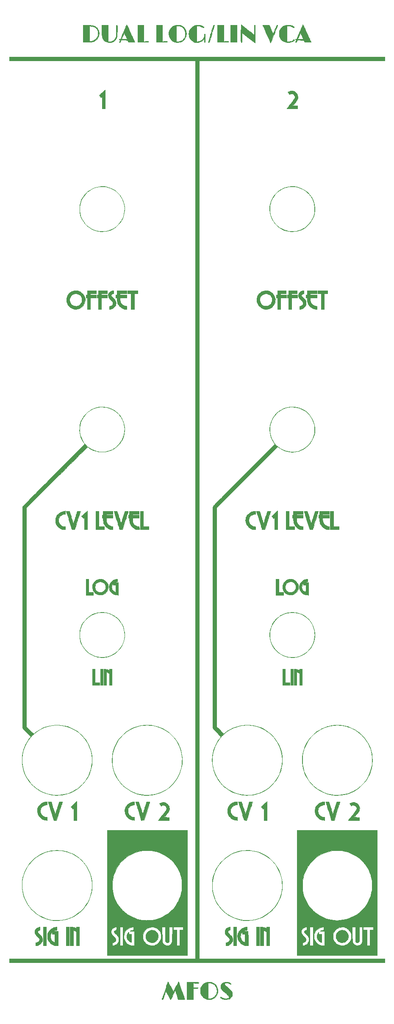
<source format=gbr>
%TF.GenerationSoftware,KiCad,Pcbnew,5.1.8-db9833491~87~ubuntu20.04.1*%
%TF.CreationDate,2020-11-16T19:43:01-05:00*%
%TF.ProjectId,mfos_vca-panel,6d666f73-5f76-4636-912d-70616e656c2e,rev?*%
%TF.SameCoordinates,Original*%
%TF.FileFunction,Legend,Top*%
%TF.FilePolarity,Positive*%
%FSLAX46Y46*%
G04 Gerber Fmt 4.6, Leading zero omitted, Abs format (unit mm)*
G04 Created by KiCad (PCBNEW 5.1.8-db9833491~87~ubuntu20.04.1) date 2020-11-16 19:43:01*
%MOMM*%
%LPD*%
G01*
G04 APERTURE LIST*
%ADD10C,0.010000*%
G04 APERTURE END LIST*
D10*
%TO.C,G\u002A\u002A\u002A*%
G36*
X46299228Y-194213124D02*
G01*
X46322818Y-194283411D01*
X46360472Y-194394080D01*
X46410881Y-194541332D01*
X46472739Y-194721367D01*
X46544738Y-194930382D01*
X46625570Y-195164578D01*
X46713928Y-195420155D01*
X46808504Y-195693312D01*
X46901200Y-195960672D01*
X47000358Y-196246631D01*
X47094506Y-196518420D01*
X47182340Y-196772255D01*
X47262555Y-197004352D01*
X47333846Y-197210926D01*
X47394908Y-197388194D01*
X47444435Y-197532371D01*
X47481124Y-197639673D01*
X47503669Y-197706316D01*
X47510800Y-197728501D01*
X47486526Y-197731408D01*
X47418212Y-197734015D01*
X47312617Y-197736209D01*
X47176500Y-197737878D01*
X47016620Y-197738909D01*
X46867900Y-197739200D01*
X46225001Y-197739200D01*
X45926085Y-196822581D01*
X45859061Y-196617891D01*
X45796866Y-196429558D01*
X45741255Y-196262771D01*
X45693980Y-196122718D01*
X45656795Y-196014588D01*
X45631454Y-195943569D01*
X45619709Y-195914849D01*
X45619203Y-195914531D01*
X45606880Y-195938546D01*
X45575008Y-196003552D01*
X45525927Y-196104698D01*
X45461977Y-196237134D01*
X45385501Y-196396008D01*
X45298837Y-196576471D01*
X45204326Y-196773670D01*
X45161620Y-196862900D01*
X45064448Y-197065814D01*
X44974117Y-197254071D01*
X44892964Y-197422822D01*
X44823329Y-197567220D01*
X44767552Y-197682417D01*
X44727973Y-197763566D01*
X44706930Y-197805818D01*
X44704159Y-197810825D01*
X44689559Y-197793136D01*
X44655162Y-197738981D01*
X44605811Y-197656314D01*
X44546348Y-197553095D01*
X44534086Y-197531425D01*
X44474222Y-197425153D01*
X44395511Y-197285170D01*
X44303915Y-197122093D01*
X44205399Y-196946541D01*
X44105923Y-196769132D01*
X44055378Y-196678925D01*
X43968827Y-196525688D01*
X43889819Y-196388224D01*
X43821859Y-196272439D01*
X43768454Y-196184241D01*
X43733111Y-196129533D01*
X43719850Y-196113775D01*
X43702454Y-196133982D01*
X43700800Y-196147913D01*
X43692831Y-196183489D01*
X43670554Y-196259754D01*
X43636408Y-196369436D01*
X43592834Y-196505263D01*
X43542272Y-196659964D01*
X43487163Y-196826269D01*
X43429946Y-196996905D01*
X43373063Y-197164602D01*
X43318954Y-197322088D01*
X43270059Y-197462093D01*
X43228818Y-197577344D01*
X43197673Y-197660571D01*
X43179063Y-197704502D01*
X43177379Y-197707450D01*
X43124197Y-197752528D01*
X43057534Y-197762753D01*
X42998229Y-197735862D01*
X42990611Y-197727718D01*
X42976104Y-197703577D01*
X42972430Y-197672107D01*
X42981835Y-197625425D01*
X43006565Y-197555647D01*
X43048864Y-197454890D01*
X43103095Y-197332800D01*
X43131016Y-197264338D01*
X43172969Y-197152775D01*
X43227148Y-197003276D01*
X43291750Y-196821007D01*
X43364968Y-196611135D01*
X43444999Y-196378827D01*
X43530038Y-196129249D01*
X43618279Y-195867566D01*
X43690939Y-195650050D01*
X43777218Y-195391327D01*
X43858972Y-195147499D01*
X43934772Y-194922743D01*
X44003187Y-194721236D01*
X44062788Y-194547154D01*
X44112145Y-194404674D01*
X44149828Y-194297971D01*
X44174407Y-194231223D01*
X44184411Y-194208600D01*
X44198634Y-194230423D01*
X44233706Y-194292870D01*
X44287210Y-194391402D01*
X44356732Y-194521481D01*
X44439856Y-194678569D01*
X44534167Y-194858130D01*
X44637249Y-195055624D01*
X44717827Y-195210782D01*
X44825789Y-195417962D01*
X44926950Y-195609888D01*
X45018888Y-195782123D01*
X45099179Y-195930228D01*
X45165401Y-196049767D01*
X45215131Y-196136302D01*
X45245945Y-196185394D01*
X45255191Y-196194968D01*
X45270089Y-196169224D01*
X45305477Y-196102808D01*
X45358945Y-196000392D01*
X45428084Y-195866649D01*
X45510483Y-195706252D01*
X45603733Y-195523875D01*
X45705425Y-195324191D01*
X45781802Y-195173736D01*
X45887271Y-194966085D01*
X45985372Y-194773683D01*
X46073803Y-194600992D01*
X46150260Y-194452476D01*
X46212440Y-194332599D01*
X46258038Y-194245825D01*
X46284752Y-194196616D01*
X46291008Y-194187021D01*
X46299228Y-194213124D01*
G37*
X46299228Y-194213124D02*
X46322818Y-194283411D01*
X46360472Y-194394080D01*
X46410881Y-194541332D01*
X46472739Y-194721367D01*
X46544738Y-194930382D01*
X46625570Y-195164578D01*
X46713928Y-195420155D01*
X46808504Y-195693312D01*
X46901200Y-195960672D01*
X47000358Y-196246631D01*
X47094506Y-196518420D01*
X47182340Y-196772255D01*
X47262555Y-197004352D01*
X47333846Y-197210926D01*
X47394908Y-197388194D01*
X47444435Y-197532371D01*
X47481124Y-197639673D01*
X47503669Y-197706316D01*
X47510800Y-197728501D01*
X47486526Y-197731408D01*
X47418212Y-197734015D01*
X47312617Y-197736209D01*
X47176500Y-197737878D01*
X47016620Y-197738909D01*
X46867900Y-197739200D01*
X46225001Y-197739200D01*
X45926085Y-196822581D01*
X45859061Y-196617891D01*
X45796866Y-196429558D01*
X45741255Y-196262771D01*
X45693980Y-196122718D01*
X45656795Y-196014588D01*
X45631454Y-195943569D01*
X45619709Y-195914849D01*
X45619203Y-195914531D01*
X45606880Y-195938546D01*
X45575008Y-196003552D01*
X45525927Y-196104698D01*
X45461977Y-196237134D01*
X45385501Y-196396008D01*
X45298837Y-196576471D01*
X45204326Y-196773670D01*
X45161620Y-196862900D01*
X45064448Y-197065814D01*
X44974117Y-197254071D01*
X44892964Y-197422822D01*
X44823329Y-197567220D01*
X44767552Y-197682417D01*
X44727973Y-197763566D01*
X44706930Y-197805818D01*
X44704159Y-197810825D01*
X44689559Y-197793136D01*
X44655162Y-197738981D01*
X44605811Y-197656314D01*
X44546348Y-197553095D01*
X44534086Y-197531425D01*
X44474222Y-197425153D01*
X44395511Y-197285170D01*
X44303915Y-197122093D01*
X44205399Y-196946541D01*
X44105923Y-196769132D01*
X44055378Y-196678925D01*
X43968827Y-196525688D01*
X43889819Y-196388224D01*
X43821859Y-196272439D01*
X43768454Y-196184241D01*
X43733111Y-196129533D01*
X43719850Y-196113775D01*
X43702454Y-196133982D01*
X43700800Y-196147913D01*
X43692831Y-196183489D01*
X43670554Y-196259754D01*
X43636408Y-196369436D01*
X43592834Y-196505263D01*
X43542272Y-196659964D01*
X43487163Y-196826269D01*
X43429946Y-196996905D01*
X43373063Y-197164602D01*
X43318954Y-197322088D01*
X43270059Y-197462093D01*
X43228818Y-197577344D01*
X43197673Y-197660571D01*
X43179063Y-197704502D01*
X43177379Y-197707450D01*
X43124197Y-197752528D01*
X43057534Y-197762753D01*
X42998229Y-197735862D01*
X42990611Y-197727718D01*
X42976104Y-197703577D01*
X42972430Y-197672107D01*
X42981835Y-197625425D01*
X43006565Y-197555647D01*
X43048864Y-197454890D01*
X43103095Y-197332800D01*
X43131016Y-197264338D01*
X43172969Y-197152775D01*
X43227148Y-197003276D01*
X43291750Y-196821007D01*
X43364968Y-196611135D01*
X43444999Y-196378827D01*
X43530038Y-196129249D01*
X43618279Y-195867566D01*
X43690939Y-195650050D01*
X43777218Y-195391327D01*
X43858972Y-195147499D01*
X43934772Y-194922743D01*
X44003187Y-194721236D01*
X44062788Y-194547154D01*
X44112145Y-194404674D01*
X44149828Y-194297971D01*
X44174407Y-194231223D01*
X44184411Y-194208600D01*
X44198634Y-194230423D01*
X44233706Y-194292870D01*
X44287210Y-194391402D01*
X44356732Y-194521481D01*
X44439856Y-194678569D01*
X44534167Y-194858130D01*
X44637249Y-195055624D01*
X44717827Y-195210782D01*
X44825789Y-195417962D01*
X44926950Y-195609888D01*
X45018888Y-195782123D01*
X45099179Y-195930228D01*
X45165401Y-196049767D01*
X45215131Y-196136302D01*
X45245945Y-196185394D01*
X45255191Y-196194968D01*
X45270089Y-196169224D01*
X45305477Y-196102808D01*
X45358945Y-196000392D01*
X45428084Y-195866649D01*
X45510483Y-195706252D01*
X45603733Y-195523875D01*
X45705425Y-195324191D01*
X45781802Y-195173736D01*
X45887271Y-194966085D01*
X45985372Y-194773683D01*
X46073803Y-194600992D01*
X46150260Y-194452476D01*
X46212440Y-194332599D01*
X46258038Y-194245825D01*
X46284752Y-194196616D01*
X46291008Y-194187021D01*
X46299228Y-194213124D01*
G36*
X52588041Y-194301966D02*
G01*
X52701259Y-194307569D01*
X52792405Y-194318376D01*
X52875830Y-194336205D01*
X52965889Y-194362874D01*
X52984500Y-194368948D01*
X53254902Y-194483600D01*
X53495225Y-194637913D01*
X53702515Y-194828596D01*
X53873819Y-195052358D01*
X54006182Y-195305908D01*
X54096652Y-195585956D01*
X54103327Y-195615503D01*
X54132703Y-195826465D01*
X54137916Y-196061231D01*
X54119957Y-196299473D01*
X54079819Y-196520859D01*
X54054828Y-196609435D01*
X53943524Y-196877058D01*
X53792427Y-197117074D01*
X53605386Y-197325365D01*
X53386249Y-197497811D01*
X53138862Y-197630294D01*
X53078391Y-197654672D01*
X52778466Y-197742650D01*
X52473891Y-197781604D01*
X52169823Y-197771051D01*
X52044700Y-197751963D01*
X51756965Y-197673755D01*
X51496281Y-197554448D01*
X51265233Y-197397466D01*
X51066410Y-197206230D01*
X50902397Y-196984163D01*
X50835332Y-196852022D01*
X52162604Y-196852022D01*
X52162800Y-197042269D01*
X52163672Y-197196764D01*
X52165312Y-197319269D01*
X52167809Y-197413544D01*
X52171257Y-197483353D01*
X52175747Y-197532456D01*
X52181369Y-197564616D01*
X52188216Y-197583594D01*
X52196379Y-197593152D01*
X52203255Y-197596352D01*
X52282405Y-197607281D01*
X52396381Y-197606972D01*
X52530818Y-197596874D01*
X52671353Y-197578440D01*
X52803621Y-197553120D01*
X52903923Y-197525577D01*
X53163273Y-197414034D01*
X53388443Y-197265359D01*
X53578432Y-197080420D01*
X53732239Y-196860088D01*
X53783856Y-196761300D01*
X53859578Y-196586352D01*
X53908798Y-196426505D01*
X53935899Y-196261785D01*
X53945259Y-196072213D01*
X53945371Y-196024700D01*
X53924905Y-195739708D01*
X53864605Y-195483264D01*
X53762367Y-195249899D01*
X53616087Y-195034143D01*
X53523769Y-194929043D01*
X53325925Y-194750664D01*
X53112723Y-194618507D01*
X52879374Y-194530552D01*
X52621087Y-194484780D01*
X52451100Y-194476719D01*
X52171700Y-194475300D01*
X52165155Y-196029150D01*
X52163873Y-196349224D01*
X52162992Y-196622261D01*
X52162604Y-196852022D01*
X50835332Y-196852022D01*
X50775781Y-196734689D01*
X50689149Y-196461229D01*
X50645087Y-196167208D01*
X50643375Y-195897700D01*
X50663519Y-195688719D01*
X50700777Y-195509556D01*
X50760315Y-195340651D01*
X50828095Y-195198554D01*
X50981576Y-194955775D01*
X51169628Y-194749760D01*
X51393796Y-194579049D01*
X51602423Y-194465873D01*
X51753252Y-194400099D01*
X51885574Y-194353614D01*
X52014432Y-194323427D01*
X52154869Y-194306549D01*
X52321928Y-194299991D01*
X52438400Y-194299748D01*
X52588041Y-194301966D01*
G37*
X52588041Y-194301966D02*
X52701259Y-194307569D01*
X52792405Y-194318376D01*
X52875830Y-194336205D01*
X52965889Y-194362874D01*
X52984500Y-194368948D01*
X53254902Y-194483600D01*
X53495225Y-194637913D01*
X53702515Y-194828596D01*
X53873819Y-195052358D01*
X54006182Y-195305908D01*
X54096652Y-195585956D01*
X54103327Y-195615503D01*
X54132703Y-195826465D01*
X54137916Y-196061231D01*
X54119957Y-196299473D01*
X54079819Y-196520859D01*
X54054828Y-196609435D01*
X53943524Y-196877058D01*
X53792427Y-197117074D01*
X53605386Y-197325365D01*
X53386249Y-197497811D01*
X53138862Y-197630294D01*
X53078391Y-197654672D01*
X52778466Y-197742650D01*
X52473891Y-197781604D01*
X52169823Y-197771051D01*
X52044700Y-197751963D01*
X51756965Y-197673755D01*
X51496281Y-197554448D01*
X51265233Y-197397466D01*
X51066410Y-197206230D01*
X50902397Y-196984163D01*
X50835332Y-196852022D01*
X52162604Y-196852022D01*
X52162800Y-197042269D01*
X52163672Y-197196764D01*
X52165312Y-197319269D01*
X52167809Y-197413544D01*
X52171257Y-197483353D01*
X52175747Y-197532456D01*
X52181369Y-197564616D01*
X52188216Y-197583594D01*
X52196379Y-197593152D01*
X52203255Y-197596352D01*
X52282405Y-197607281D01*
X52396381Y-197606972D01*
X52530818Y-197596874D01*
X52671353Y-197578440D01*
X52803621Y-197553120D01*
X52903923Y-197525577D01*
X53163273Y-197414034D01*
X53388443Y-197265359D01*
X53578432Y-197080420D01*
X53732239Y-196860088D01*
X53783856Y-196761300D01*
X53859578Y-196586352D01*
X53908798Y-196426505D01*
X53935899Y-196261785D01*
X53945259Y-196072213D01*
X53945371Y-196024700D01*
X53924905Y-195739708D01*
X53864605Y-195483264D01*
X53762367Y-195249899D01*
X53616087Y-195034143D01*
X53523769Y-194929043D01*
X53325925Y-194750664D01*
X53112723Y-194618507D01*
X52879374Y-194530552D01*
X52621087Y-194484780D01*
X52451100Y-194476719D01*
X52171700Y-194475300D01*
X52165155Y-196029150D01*
X52163873Y-196349224D01*
X52162992Y-196622261D01*
X52162604Y-196852022D01*
X50835332Y-196852022D01*
X50775781Y-196734689D01*
X50689149Y-196461229D01*
X50645087Y-196167208D01*
X50643375Y-195897700D01*
X50663519Y-195688719D01*
X50700777Y-195509556D01*
X50760315Y-195340651D01*
X50828095Y-195198554D01*
X50981576Y-194955775D01*
X51169628Y-194749760D01*
X51393796Y-194579049D01*
X51602423Y-194465873D01*
X51753252Y-194400099D01*
X51885574Y-194353614D01*
X52014432Y-194323427D01*
X52154869Y-194306549D01*
X52321928Y-194299991D01*
X52438400Y-194299748D01*
X52588041Y-194301966D01*
G36*
X56009971Y-194290985D02*
G01*
X56197600Y-194317991D01*
X56366482Y-194361489D01*
X56512774Y-194415271D01*
X56631767Y-194475990D01*
X56718747Y-194540297D01*
X56769005Y-194604844D01*
X56777828Y-194666283D01*
X56751320Y-194711519D01*
X56714534Y-194736173D01*
X56670028Y-194735469D01*
X56607279Y-194706705D01*
X56524689Y-194653342D01*
X56365908Y-194564582D01*
X56186787Y-194505721D01*
X55975428Y-194473021D01*
X55941738Y-194470255D01*
X55779615Y-194470237D01*
X55658234Y-194497988D01*
X55575263Y-194554338D01*
X55537237Y-194614909D01*
X55519646Y-194683726D01*
X55526480Y-194754491D01*
X55560926Y-194831828D01*
X55626172Y-194920363D01*
X55725405Y-195024720D01*
X55861813Y-195149524D01*
X55969000Y-195241342D01*
X56247569Y-195482670D01*
X56482084Y-195700878D01*
X56673294Y-195896787D01*
X56821949Y-196071217D01*
X56928800Y-196224989D01*
X56994597Y-196358923D01*
X56996809Y-196365076D01*
X57048197Y-196582862D01*
X57051266Y-196799597D01*
X57008225Y-197008987D01*
X56921283Y-197204735D01*
X56792650Y-197380547D01*
X56624534Y-197530127D01*
X56576501Y-197562746D01*
X56399554Y-197652556D01*
X56188842Y-197720669D01*
X55957547Y-197764790D01*
X55718854Y-197782624D01*
X55485947Y-197771875D01*
X55423681Y-197763449D01*
X55253517Y-197728034D01*
X55092205Y-197678400D01*
X54945671Y-197618130D01*
X54819843Y-197550807D01*
X54720648Y-197480015D01*
X54654013Y-197409335D01*
X54625864Y-197342350D01*
X54638094Y-197288569D01*
X54689801Y-197243970D01*
X54759839Y-197246358D01*
X54848577Y-197295767D01*
X54865543Y-197308840D01*
X55076620Y-197445981D01*
X55311357Y-197539105D01*
X55571185Y-197588687D01*
X55740400Y-197597737D01*
X55946471Y-197586210D01*
X56110958Y-197548588D01*
X56233165Y-197485276D01*
X56312396Y-197396677D01*
X56347953Y-197283197D01*
X56350000Y-197243925D01*
X56344741Y-197184443D01*
X56326355Y-197125581D01*
X56290926Y-197063013D01*
X56234537Y-196992414D01*
X56153273Y-196909457D01*
X56043217Y-196809816D01*
X55900452Y-196689167D01*
X55721064Y-196543183D01*
X55701084Y-196527124D01*
X55468500Y-196336968D01*
X55274986Y-196170306D01*
X55117155Y-196022735D01*
X54991622Y-195889851D01*
X54895001Y-195767252D01*
X54823905Y-195650535D01*
X54774949Y-195535296D01*
X54744747Y-195417134D01*
X54729914Y-195291644D01*
X54728358Y-195262196D01*
X54729180Y-195091947D01*
X54750598Y-194953493D01*
X54796528Y-194830650D01*
X54858095Y-194725927D01*
X54980561Y-194586971D01*
X55141386Y-194471388D01*
X55332655Y-194381588D01*
X55546452Y-194319980D01*
X55774862Y-194288976D01*
X56009971Y-194290985D01*
G37*
X56009971Y-194290985D02*
X56197600Y-194317991D01*
X56366482Y-194361489D01*
X56512774Y-194415271D01*
X56631767Y-194475990D01*
X56718747Y-194540297D01*
X56769005Y-194604844D01*
X56777828Y-194666283D01*
X56751320Y-194711519D01*
X56714534Y-194736173D01*
X56670028Y-194735469D01*
X56607279Y-194706705D01*
X56524689Y-194653342D01*
X56365908Y-194564582D01*
X56186787Y-194505721D01*
X55975428Y-194473021D01*
X55941738Y-194470255D01*
X55779615Y-194470237D01*
X55658234Y-194497988D01*
X55575263Y-194554338D01*
X55537237Y-194614909D01*
X55519646Y-194683726D01*
X55526480Y-194754491D01*
X55560926Y-194831828D01*
X55626172Y-194920363D01*
X55725405Y-195024720D01*
X55861813Y-195149524D01*
X55969000Y-195241342D01*
X56247569Y-195482670D01*
X56482084Y-195700878D01*
X56673294Y-195896787D01*
X56821949Y-196071217D01*
X56928800Y-196224989D01*
X56994597Y-196358923D01*
X56996809Y-196365076D01*
X57048197Y-196582862D01*
X57051266Y-196799597D01*
X57008225Y-197008987D01*
X56921283Y-197204735D01*
X56792650Y-197380547D01*
X56624534Y-197530127D01*
X56576501Y-197562746D01*
X56399554Y-197652556D01*
X56188842Y-197720669D01*
X55957547Y-197764790D01*
X55718854Y-197782624D01*
X55485947Y-197771875D01*
X55423681Y-197763449D01*
X55253517Y-197728034D01*
X55092205Y-197678400D01*
X54945671Y-197618130D01*
X54819843Y-197550807D01*
X54720648Y-197480015D01*
X54654013Y-197409335D01*
X54625864Y-197342350D01*
X54638094Y-197288569D01*
X54689801Y-197243970D01*
X54759839Y-197246358D01*
X54848577Y-197295767D01*
X54865543Y-197308840D01*
X55076620Y-197445981D01*
X55311357Y-197539105D01*
X55571185Y-197588687D01*
X55740400Y-197597737D01*
X55946471Y-197586210D01*
X56110958Y-197548588D01*
X56233165Y-197485276D01*
X56312396Y-197396677D01*
X56347953Y-197283197D01*
X56350000Y-197243925D01*
X56344741Y-197184443D01*
X56326355Y-197125581D01*
X56290926Y-197063013D01*
X56234537Y-196992414D01*
X56153273Y-196909457D01*
X56043217Y-196809816D01*
X55900452Y-196689167D01*
X55721064Y-196543183D01*
X55701084Y-196527124D01*
X55468500Y-196336968D01*
X55274986Y-196170306D01*
X55117155Y-196022735D01*
X54991622Y-195889851D01*
X54895001Y-195767252D01*
X54823905Y-195650535D01*
X54774949Y-195535296D01*
X54744747Y-195417134D01*
X54729914Y-195291644D01*
X54728358Y-195262196D01*
X54729180Y-195091947D01*
X54750598Y-194953493D01*
X54796528Y-194830650D01*
X54858095Y-194725927D01*
X54980561Y-194586971D01*
X55141386Y-194471388D01*
X55332655Y-194381588D01*
X55546452Y-194319980D01*
X55774862Y-194288976D01*
X56009971Y-194290985D01*
G36*
X49901478Y-194330169D02*
G01*
X50074558Y-194333080D01*
X50200960Y-194337445D01*
X50279166Y-194343239D01*
X50304489Y-194348161D01*
X50358526Y-194388941D01*
X50378826Y-194443410D01*
X50359221Y-194494505D01*
X50357887Y-194495872D01*
X50323504Y-194506266D01*
X50243547Y-194513372D01*
X50116638Y-194517238D01*
X49941398Y-194517913D01*
X49784005Y-194516445D01*
X49238000Y-194509142D01*
X49238000Y-195384115D01*
X49654057Y-195371495D01*
X49796815Y-195368594D01*
X49923641Y-195368698D01*
X50025001Y-195371589D01*
X50091364Y-195377051D01*
X50111257Y-195381899D01*
X50147119Y-195425577D01*
X50145392Y-195480799D01*
X50107240Y-195526258D01*
X50103269Y-195528506D01*
X50060522Y-195537947D01*
X49975921Y-195545760D01*
X49858401Y-195551431D01*
X49716897Y-195554446D01*
X49646069Y-195554800D01*
X49238000Y-195554800D01*
X49238000Y-197739200D01*
X47993400Y-197739200D01*
X47993400Y-194338523D01*
X49117350Y-194330379D01*
X49421356Y-194328796D01*
X49683238Y-194328733D01*
X49901478Y-194330169D01*
G37*
X49901478Y-194330169D02*
X50074558Y-194333080D01*
X50200960Y-194337445D01*
X50279166Y-194343239D01*
X50304489Y-194348161D01*
X50358526Y-194388941D01*
X50378826Y-194443410D01*
X50359221Y-194494505D01*
X50357887Y-194495872D01*
X50323504Y-194506266D01*
X50243547Y-194513372D01*
X50116638Y-194517238D01*
X49941398Y-194517913D01*
X49784005Y-194516445D01*
X49238000Y-194509142D01*
X49238000Y-195384115D01*
X49654057Y-195371495D01*
X49796815Y-195368594D01*
X49923641Y-195368698D01*
X50025001Y-195371589D01*
X50091364Y-195377051D01*
X50111257Y-195381899D01*
X50147119Y-195425577D01*
X50145392Y-195480799D01*
X50107240Y-195526258D01*
X50103269Y-195528506D01*
X50060522Y-195537947D01*
X49975921Y-195545760D01*
X49858401Y-195551431D01*
X49716897Y-195554446D01*
X49646069Y-195554800D01*
X49238000Y-195554800D01*
X49238000Y-197739200D01*
X47993400Y-197739200D01*
X47993400Y-194338523D01*
X49117350Y-194330379D01*
X49421356Y-194328796D01*
X49683238Y-194328733D01*
X49901478Y-194330169D01*
G36*
X87515800Y-10388800D02*
G01*
X50406400Y-10388800D01*
X50406400Y-189611200D01*
X87515800Y-189611200D01*
X87515800Y-190398600D01*
X12509600Y-190398600D01*
X12509600Y-189611200D01*
X49619000Y-189611200D01*
X49619000Y-10388800D01*
X12509600Y-10388800D01*
X12509600Y-9601400D01*
X87515800Y-9601400D01*
X87515800Y-10388800D01*
G37*
X87515800Y-10388800D02*
X50406400Y-10388800D01*
X50406400Y-189611200D01*
X87515800Y-189611200D01*
X87515800Y-190398600D01*
X12509600Y-190398600D01*
X12509600Y-189611200D01*
X49619000Y-189611200D01*
X49619000Y-10388800D01*
X12509600Y-10388800D01*
X12509600Y-9601400D01*
X87515800Y-9601400D01*
X87515800Y-10388800D01*
G36*
X48018800Y-189001600D02*
G01*
X32016800Y-189001600D01*
X32016800Y-184281898D01*
X32821920Y-184281898D01*
X32823455Y-184386287D01*
X32833543Y-184466343D01*
X32857220Y-184543010D01*
X32899522Y-184637235D01*
X32914920Y-184668664D01*
X32956380Y-184746477D01*
X33003406Y-184819884D01*
X33062634Y-184897042D01*
X33140700Y-184986110D01*
X33244240Y-185095244D01*
X33346134Y-185198720D01*
X33456041Y-185311785D01*
X33555768Y-185419088D01*
X33638630Y-185513069D01*
X33697946Y-185586166D01*
X33726035Y-185628593D01*
X33765048Y-185765264D01*
X33758950Y-185904473D01*
X33712561Y-186039418D01*
X33630704Y-186163300D01*
X33518201Y-186269317D01*
X33379874Y-186350669D01*
X33220545Y-186400554D01*
X33173482Y-186407878D01*
X33045500Y-186423500D01*
X33038343Y-186721950D01*
X33031187Y-187020400D01*
X33165343Y-187019744D01*
X33262960Y-187010550D01*
X33378891Y-186987384D01*
X33466068Y-186962303D01*
X33699997Y-186859994D01*
X33903660Y-186725595D01*
X34074348Y-186564095D01*
X34209352Y-186380483D01*
X34305964Y-186179747D01*
X34361476Y-185966877D01*
X34373177Y-185746862D01*
X34338361Y-185524690D01*
X34304246Y-185418523D01*
X34226191Y-185262559D01*
X34107629Y-185094860D01*
X33954875Y-184923391D01*
X33788629Y-184768346D01*
X33644809Y-184638440D01*
X33540931Y-184527719D01*
X33472767Y-184430276D01*
X33436089Y-184340204D01*
X33426500Y-184262368D01*
X33439089Y-184167469D01*
X33482788Y-184093460D01*
X33490000Y-184085395D01*
X33565495Y-184022563D01*
X33661447Y-183967691D01*
X33757183Y-183931198D01*
X33813850Y-183922157D01*
X33837826Y-183920033D01*
X33853940Y-183908595D01*
X33863753Y-183879409D01*
X33868826Y-183824043D01*
X33870721Y-183734065D01*
X33871000Y-183613527D01*
X33871000Y-183312000D01*
X34556800Y-183312000D01*
X34556800Y-187020400D01*
X35166400Y-187020400D01*
X35166400Y-185034937D01*
X35346725Y-185034937D01*
X35347058Y-185320426D01*
X35392601Y-185601162D01*
X35480756Y-185871608D01*
X35608924Y-186126229D01*
X35774508Y-186359488D01*
X35974910Y-186565851D01*
X36207531Y-186739782D01*
X36370642Y-186830797D01*
X36539094Y-186908372D01*
X36685522Y-186961786D01*
X36827837Y-186995201D01*
X36983949Y-187012778D01*
X37171769Y-187018680D01*
X37179350Y-187018728D01*
X37477800Y-187020400D01*
X37477800Y-185222969D01*
X39133819Y-185222969D01*
X39137537Y-185294856D01*
X39183315Y-185594606D01*
X39274898Y-185877180D01*
X39409032Y-186138596D01*
X39582466Y-186374870D01*
X39791946Y-186582022D01*
X40034220Y-186756068D01*
X40306036Y-186893026D01*
X40497999Y-186960565D01*
X40671491Y-186997385D01*
X40873303Y-187017101D01*
X41083773Y-187019298D01*
X41283242Y-187003561D01*
X41413177Y-186979889D01*
X41696300Y-186885635D01*
X41958194Y-186747784D01*
X42194592Y-186570624D01*
X42401228Y-186358442D01*
X42573835Y-186115526D01*
X42708148Y-185846163D01*
X42789848Y-185596347D01*
X42814859Y-185486665D01*
X42829384Y-185388561D01*
X42834877Y-185283795D01*
X42832790Y-185154128D01*
X42830132Y-185090641D01*
X42794847Y-184787848D01*
X42717133Y-184511118D01*
X42595095Y-184256363D01*
X42426835Y-184019495D01*
X42243903Y-183827152D01*
X42002338Y-183633564D01*
X41743619Y-183485735D01*
X41472412Y-183383590D01*
X41193383Y-183327052D01*
X40911200Y-183316046D01*
X40630529Y-183350497D01*
X40356037Y-183430327D01*
X40092391Y-183555462D01*
X39844257Y-183725826D01*
X39685518Y-183868718D01*
X39482137Y-184105440D01*
X39324117Y-184362243D01*
X39212618Y-184636111D01*
X39148798Y-184924026D01*
X39133819Y-185222969D01*
X37477800Y-185222969D01*
X37477800Y-184124800D01*
X37028220Y-184124800D01*
X36855517Y-184123789D01*
X36730341Y-184120617D01*
X36649453Y-184115073D01*
X36609617Y-184106947D01*
X36606094Y-184097345D01*
X36654617Y-184067206D01*
X36738823Y-184031759D01*
X36844565Y-183995565D01*
X36957693Y-183963185D01*
X37064059Y-183939179D01*
X37125329Y-183929965D01*
X37274600Y-183914363D01*
X37274600Y-183312000D01*
X43013036Y-183312000D01*
X43027700Y-186220300D01*
X43086694Y-186366402D01*
X43192703Y-186564842D01*
X43336875Y-186737303D01*
X43511530Y-186876317D01*
X43708991Y-186974415D01*
X43713500Y-186976044D01*
X43798681Y-187000160D01*
X43894720Y-187012517D01*
X44017864Y-187014748D01*
X44081800Y-187013050D01*
X44204440Y-187006690D01*
X44294149Y-186995224D01*
X44368782Y-186974682D01*
X44446194Y-186941096D01*
X44478538Y-186924864D01*
X44670226Y-186798616D01*
X44830072Y-186634312D01*
X44950559Y-186442308D01*
X45034300Y-186272246D01*
X45048566Y-183312000D01*
X45224800Y-183312000D01*
X45224800Y-183921600D01*
X45910600Y-183921600D01*
X45910600Y-187020400D01*
X46520200Y-187020400D01*
X46520200Y-183921600D01*
X47206000Y-183921600D01*
X47206000Y-183312000D01*
X45224800Y-183312000D01*
X45048566Y-183312000D01*
X44437400Y-183312000D01*
X44437305Y-184728050D01*
X44437222Y-185032536D01*
X44436927Y-185290379D01*
X44436282Y-185505737D01*
X44435148Y-185682767D01*
X44433389Y-185825626D01*
X44430867Y-185938470D01*
X44427444Y-186025459D01*
X44422982Y-186090748D01*
X44417343Y-186138495D01*
X44410391Y-186172857D01*
X44401987Y-186197992D01*
X44391993Y-186218056D01*
X44387717Y-186225269D01*
X44300967Y-186325096D01*
X44192348Y-186387540D01*
X44071756Y-186413848D01*
X43949086Y-186405261D01*
X43834233Y-186363026D01*
X43737093Y-186288384D01*
X43667561Y-186182580D01*
X43649893Y-186132526D01*
X43644457Y-186087279D01*
X43639553Y-185994821D01*
X43635241Y-185858739D01*
X43631584Y-185682619D01*
X43628643Y-185470050D01*
X43626482Y-185224617D01*
X43625160Y-184949907D01*
X43624741Y-184677250D01*
X43624600Y-183312000D01*
X43013036Y-183312000D01*
X37274600Y-183312000D01*
X37274600Y-183304984D01*
X37113819Y-183321457D01*
X36812770Y-183375921D01*
X36526826Y-183473778D01*
X36260728Y-183611088D01*
X36019217Y-183783912D01*
X35807034Y-183988312D01*
X35628918Y-184220349D01*
X35489612Y-184476084D01*
X35394199Y-184750230D01*
X35346725Y-185034937D01*
X35166400Y-185034937D01*
X35166400Y-183312000D01*
X34556800Y-183312000D01*
X33871000Y-183312000D01*
X33871000Y-183305455D01*
X33740881Y-183322716D01*
X33527425Y-183373025D01*
X33328227Y-183462190D01*
X33151220Y-183584295D01*
X33004336Y-183733426D01*
X32895509Y-183903669D01*
X32864531Y-183976031D01*
X32841780Y-184066352D01*
X32826546Y-184184493D01*
X32821920Y-184281898D01*
X32016800Y-184281898D01*
X32016800Y-174993530D01*
X33027807Y-174993530D01*
X33050688Y-175574636D01*
X33122177Y-176153984D01*
X33242745Y-176728374D01*
X33326686Y-177029633D01*
X33519264Y-177578463D01*
X33757365Y-178107960D01*
X34038528Y-178615246D01*
X34360294Y-179097441D01*
X34720202Y-179551666D01*
X35115794Y-179975041D01*
X35544610Y-180364688D01*
X36004188Y-180717726D01*
X36492070Y-181031277D01*
X36957100Y-181279155D01*
X37362327Y-181461938D01*
X37761425Y-181613869D01*
X38164900Y-181737734D01*
X38583256Y-181836316D01*
X39026998Y-181912400D01*
X39506633Y-181968772D01*
X39586000Y-181976025D01*
X39691230Y-181981150D01*
X39835641Y-181982382D01*
X40007797Y-181980139D01*
X40196261Y-181974841D01*
X40389598Y-181966905D01*
X40576373Y-181956752D01*
X40745148Y-181944800D01*
X40884488Y-181931468D01*
X40919500Y-181927176D01*
X41500754Y-181825647D01*
X42066544Y-181676778D01*
X42614376Y-181482345D01*
X43141756Y-181244123D01*
X43646193Y-180963888D01*
X44125193Y-180643415D01*
X44576263Y-180284481D01*
X44996910Y-179888860D01*
X45384640Y-179458329D01*
X45736962Y-178994664D01*
X46051381Y-178499639D01*
X46250098Y-178130400D01*
X46482691Y-177621275D01*
X46669826Y-177112204D01*
X46814851Y-176592167D01*
X46921113Y-176050142D01*
X46955883Y-175806300D01*
X46970970Y-175645810D01*
X46981234Y-175447217D01*
X46986774Y-175222756D01*
X46987688Y-174984660D01*
X46984076Y-174745163D01*
X46976034Y-174516497D01*
X46963662Y-174310897D01*
X46947059Y-174140596D01*
X46942190Y-174104500D01*
X46834443Y-173509088D01*
X46687651Y-172944350D01*
X46500423Y-172406858D01*
X46271366Y-171893182D01*
X45999089Y-171399896D01*
X45682199Y-170923570D01*
X45611744Y-170827900D01*
X45233884Y-170364863D01*
X44822355Y-169939129D01*
X44379307Y-169551981D01*
X43906893Y-169204698D01*
X43407262Y-168898563D01*
X42882568Y-168634858D01*
X42334959Y-168414865D01*
X41766589Y-168239864D01*
X41179608Y-168111139D01*
X41003410Y-168082222D01*
X40823949Y-168060906D01*
X40606601Y-168044510D01*
X40364056Y-168033223D01*
X40109004Y-168027229D01*
X39854138Y-168026715D01*
X39612147Y-168031868D01*
X39395723Y-168042874D01*
X39246148Y-168056408D01*
X38646447Y-168150621D01*
X38066296Y-168291465D01*
X37506749Y-168478434D01*
X36968861Y-168711023D01*
X36453684Y-168988725D01*
X35962274Y-169311033D01*
X35495684Y-169677442D01*
X35089100Y-170053200D01*
X34882662Y-170264185D01*
X34705579Y-170457928D01*
X34546750Y-170647903D01*
X34395072Y-170847589D01*
X34239442Y-171070461D01*
X34189301Y-171145400D01*
X33885052Y-171649201D01*
X33626127Y-172173646D01*
X33412998Y-172715536D01*
X33246132Y-173271670D01*
X33125999Y-173838846D01*
X33053068Y-174413867D01*
X33027807Y-174993530D01*
X32016800Y-174993530D01*
X32016800Y-164008000D01*
X48018800Y-164008000D01*
X48018800Y-189001600D01*
G37*
X48018800Y-189001600D02*
X32016800Y-189001600D01*
X32016800Y-184281898D01*
X32821920Y-184281898D01*
X32823455Y-184386287D01*
X32833543Y-184466343D01*
X32857220Y-184543010D01*
X32899522Y-184637235D01*
X32914920Y-184668664D01*
X32956380Y-184746477D01*
X33003406Y-184819884D01*
X33062634Y-184897042D01*
X33140700Y-184986110D01*
X33244240Y-185095244D01*
X33346134Y-185198720D01*
X33456041Y-185311785D01*
X33555768Y-185419088D01*
X33638630Y-185513069D01*
X33697946Y-185586166D01*
X33726035Y-185628593D01*
X33765048Y-185765264D01*
X33758950Y-185904473D01*
X33712561Y-186039418D01*
X33630704Y-186163300D01*
X33518201Y-186269317D01*
X33379874Y-186350669D01*
X33220545Y-186400554D01*
X33173482Y-186407878D01*
X33045500Y-186423500D01*
X33038343Y-186721950D01*
X33031187Y-187020400D01*
X33165343Y-187019744D01*
X33262960Y-187010550D01*
X33378891Y-186987384D01*
X33466068Y-186962303D01*
X33699997Y-186859994D01*
X33903660Y-186725595D01*
X34074348Y-186564095D01*
X34209352Y-186380483D01*
X34305964Y-186179747D01*
X34361476Y-185966877D01*
X34373177Y-185746862D01*
X34338361Y-185524690D01*
X34304246Y-185418523D01*
X34226191Y-185262559D01*
X34107629Y-185094860D01*
X33954875Y-184923391D01*
X33788629Y-184768346D01*
X33644809Y-184638440D01*
X33540931Y-184527719D01*
X33472767Y-184430276D01*
X33436089Y-184340204D01*
X33426500Y-184262368D01*
X33439089Y-184167469D01*
X33482788Y-184093460D01*
X33490000Y-184085395D01*
X33565495Y-184022563D01*
X33661447Y-183967691D01*
X33757183Y-183931198D01*
X33813850Y-183922157D01*
X33837826Y-183920033D01*
X33853940Y-183908595D01*
X33863753Y-183879409D01*
X33868826Y-183824043D01*
X33870721Y-183734065D01*
X33871000Y-183613527D01*
X33871000Y-183312000D01*
X34556800Y-183312000D01*
X34556800Y-187020400D01*
X35166400Y-187020400D01*
X35166400Y-185034937D01*
X35346725Y-185034937D01*
X35347058Y-185320426D01*
X35392601Y-185601162D01*
X35480756Y-185871608D01*
X35608924Y-186126229D01*
X35774508Y-186359488D01*
X35974910Y-186565851D01*
X36207531Y-186739782D01*
X36370642Y-186830797D01*
X36539094Y-186908372D01*
X36685522Y-186961786D01*
X36827837Y-186995201D01*
X36983949Y-187012778D01*
X37171769Y-187018680D01*
X37179350Y-187018728D01*
X37477800Y-187020400D01*
X37477800Y-185222969D01*
X39133819Y-185222969D01*
X39137537Y-185294856D01*
X39183315Y-185594606D01*
X39274898Y-185877180D01*
X39409032Y-186138596D01*
X39582466Y-186374870D01*
X39791946Y-186582022D01*
X40034220Y-186756068D01*
X40306036Y-186893026D01*
X40497999Y-186960565D01*
X40671491Y-186997385D01*
X40873303Y-187017101D01*
X41083773Y-187019298D01*
X41283242Y-187003561D01*
X41413177Y-186979889D01*
X41696300Y-186885635D01*
X41958194Y-186747784D01*
X42194592Y-186570624D01*
X42401228Y-186358442D01*
X42573835Y-186115526D01*
X42708148Y-185846163D01*
X42789848Y-185596347D01*
X42814859Y-185486665D01*
X42829384Y-185388561D01*
X42834877Y-185283795D01*
X42832790Y-185154128D01*
X42830132Y-185090641D01*
X42794847Y-184787848D01*
X42717133Y-184511118D01*
X42595095Y-184256363D01*
X42426835Y-184019495D01*
X42243903Y-183827152D01*
X42002338Y-183633564D01*
X41743619Y-183485735D01*
X41472412Y-183383590D01*
X41193383Y-183327052D01*
X40911200Y-183316046D01*
X40630529Y-183350497D01*
X40356037Y-183430327D01*
X40092391Y-183555462D01*
X39844257Y-183725826D01*
X39685518Y-183868718D01*
X39482137Y-184105440D01*
X39324117Y-184362243D01*
X39212618Y-184636111D01*
X39148798Y-184924026D01*
X39133819Y-185222969D01*
X37477800Y-185222969D01*
X37477800Y-184124800D01*
X37028220Y-184124800D01*
X36855517Y-184123789D01*
X36730341Y-184120617D01*
X36649453Y-184115073D01*
X36609617Y-184106947D01*
X36606094Y-184097345D01*
X36654617Y-184067206D01*
X36738823Y-184031759D01*
X36844565Y-183995565D01*
X36957693Y-183963185D01*
X37064059Y-183939179D01*
X37125329Y-183929965D01*
X37274600Y-183914363D01*
X37274600Y-183312000D01*
X43013036Y-183312000D01*
X43027700Y-186220300D01*
X43086694Y-186366402D01*
X43192703Y-186564842D01*
X43336875Y-186737303D01*
X43511530Y-186876317D01*
X43708991Y-186974415D01*
X43713500Y-186976044D01*
X43798681Y-187000160D01*
X43894720Y-187012517D01*
X44017864Y-187014748D01*
X44081800Y-187013050D01*
X44204440Y-187006690D01*
X44294149Y-186995224D01*
X44368782Y-186974682D01*
X44446194Y-186941096D01*
X44478538Y-186924864D01*
X44670226Y-186798616D01*
X44830072Y-186634312D01*
X44950559Y-186442308D01*
X45034300Y-186272246D01*
X45048566Y-183312000D01*
X45224800Y-183312000D01*
X45224800Y-183921600D01*
X45910600Y-183921600D01*
X45910600Y-187020400D01*
X46520200Y-187020400D01*
X46520200Y-183921600D01*
X47206000Y-183921600D01*
X47206000Y-183312000D01*
X45224800Y-183312000D01*
X45048566Y-183312000D01*
X44437400Y-183312000D01*
X44437305Y-184728050D01*
X44437222Y-185032536D01*
X44436927Y-185290379D01*
X44436282Y-185505737D01*
X44435148Y-185682767D01*
X44433389Y-185825626D01*
X44430867Y-185938470D01*
X44427444Y-186025459D01*
X44422982Y-186090748D01*
X44417343Y-186138495D01*
X44410391Y-186172857D01*
X44401987Y-186197992D01*
X44391993Y-186218056D01*
X44387717Y-186225269D01*
X44300967Y-186325096D01*
X44192348Y-186387540D01*
X44071756Y-186413848D01*
X43949086Y-186405261D01*
X43834233Y-186363026D01*
X43737093Y-186288384D01*
X43667561Y-186182580D01*
X43649893Y-186132526D01*
X43644457Y-186087279D01*
X43639553Y-185994821D01*
X43635241Y-185858739D01*
X43631584Y-185682619D01*
X43628643Y-185470050D01*
X43626482Y-185224617D01*
X43625160Y-184949907D01*
X43624741Y-184677250D01*
X43624600Y-183312000D01*
X43013036Y-183312000D01*
X37274600Y-183312000D01*
X37274600Y-183304984D01*
X37113819Y-183321457D01*
X36812770Y-183375921D01*
X36526826Y-183473778D01*
X36260728Y-183611088D01*
X36019217Y-183783912D01*
X35807034Y-183988312D01*
X35628918Y-184220349D01*
X35489612Y-184476084D01*
X35394199Y-184750230D01*
X35346725Y-185034937D01*
X35166400Y-185034937D01*
X35166400Y-183312000D01*
X34556800Y-183312000D01*
X33871000Y-183312000D01*
X33871000Y-183305455D01*
X33740881Y-183322716D01*
X33527425Y-183373025D01*
X33328227Y-183462190D01*
X33151220Y-183584295D01*
X33004336Y-183733426D01*
X32895509Y-183903669D01*
X32864531Y-183976031D01*
X32841780Y-184066352D01*
X32826546Y-184184493D01*
X32821920Y-184281898D01*
X32016800Y-184281898D01*
X32016800Y-174993530D01*
X33027807Y-174993530D01*
X33050688Y-175574636D01*
X33122177Y-176153984D01*
X33242745Y-176728374D01*
X33326686Y-177029633D01*
X33519264Y-177578463D01*
X33757365Y-178107960D01*
X34038528Y-178615246D01*
X34360294Y-179097441D01*
X34720202Y-179551666D01*
X35115794Y-179975041D01*
X35544610Y-180364688D01*
X36004188Y-180717726D01*
X36492070Y-181031277D01*
X36957100Y-181279155D01*
X37362327Y-181461938D01*
X37761425Y-181613869D01*
X38164900Y-181737734D01*
X38583256Y-181836316D01*
X39026998Y-181912400D01*
X39506633Y-181968772D01*
X39586000Y-181976025D01*
X39691230Y-181981150D01*
X39835641Y-181982382D01*
X40007797Y-181980139D01*
X40196261Y-181974841D01*
X40389598Y-181966905D01*
X40576373Y-181956752D01*
X40745148Y-181944800D01*
X40884488Y-181931468D01*
X40919500Y-181927176D01*
X41500754Y-181825647D01*
X42066544Y-181676778D01*
X42614376Y-181482345D01*
X43141756Y-181244123D01*
X43646193Y-180963888D01*
X44125193Y-180643415D01*
X44576263Y-180284481D01*
X44996910Y-179888860D01*
X45384640Y-179458329D01*
X45736962Y-178994664D01*
X46051381Y-178499639D01*
X46250098Y-178130400D01*
X46482691Y-177621275D01*
X46669826Y-177112204D01*
X46814851Y-176592167D01*
X46921113Y-176050142D01*
X46955883Y-175806300D01*
X46970970Y-175645810D01*
X46981234Y-175447217D01*
X46986774Y-175222756D01*
X46987688Y-174984660D01*
X46984076Y-174745163D01*
X46976034Y-174516497D01*
X46963662Y-174310897D01*
X46947059Y-174140596D01*
X46942190Y-174104500D01*
X46834443Y-173509088D01*
X46687651Y-172944350D01*
X46500423Y-172406858D01*
X46271366Y-171893182D01*
X45999089Y-171399896D01*
X45682199Y-170923570D01*
X45611744Y-170827900D01*
X45233884Y-170364863D01*
X44822355Y-169939129D01*
X44379307Y-169551981D01*
X43906893Y-169204698D01*
X43407262Y-168898563D01*
X42882568Y-168634858D01*
X42334959Y-168414865D01*
X41766589Y-168239864D01*
X41179608Y-168111139D01*
X41003410Y-168082222D01*
X40823949Y-168060906D01*
X40606601Y-168044510D01*
X40364056Y-168033223D01*
X40109004Y-168027229D01*
X39854138Y-168026715D01*
X39612147Y-168031868D01*
X39395723Y-168042874D01*
X39246148Y-168056408D01*
X38646447Y-168150621D01*
X38066296Y-168291465D01*
X37506749Y-168478434D01*
X36968861Y-168711023D01*
X36453684Y-168988725D01*
X35962274Y-169311033D01*
X35495684Y-169677442D01*
X35089100Y-170053200D01*
X34882662Y-170264185D01*
X34705579Y-170457928D01*
X34546750Y-170647903D01*
X34395072Y-170847589D01*
X34239442Y-171070461D01*
X34189301Y-171145400D01*
X33885052Y-171649201D01*
X33626127Y-172173646D01*
X33412998Y-172715536D01*
X33246132Y-173271670D01*
X33125999Y-173838846D01*
X33053068Y-174413867D01*
X33027807Y-174993530D01*
X32016800Y-174993530D01*
X32016800Y-164008000D01*
X48018800Y-164008000D01*
X48018800Y-189001600D01*
G36*
X86017200Y-189001600D02*
G01*
X70015200Y-189001600D01*
X70015200Y-184255584D01*
X70828000Y-184255584D01*
X70834394Y-184394756D01*
X70856348Y-184519514D01*
X70898016Y-184637345D01*
X70963552Y-184755736D01*
X71057111Y-184882173D01*
X71182846Y-185024142D01*
X71344914Y-185189131D01*
X71347419Y-185191600D01*
X71488590Y-185333526D01*
X71595445Y-185448857D01*
X71672318Y-185543966D01*
X71723540Y-185625230D01*
X71753443Y-185699021D01*
X71766358Y-185771716D01*
X71767800Y-185810235D01*
X71745406Y-185961686D01*
X71683239Y-186103000D01*
X71588820Y-186217471D01*
X71581671Y-186223648D01*
X71477784Y-186296119D01*
X71357772Y-186356713D01*
X71239977Y-186397453D01*
X71151850Y-186410551D01*
X71056600Y-186410800D01*
X71056600Y-187020400D01*
X71166289Y-187020400D01*
X71256296Y-187012666D01*
X71362102Y-186992991D01*
X71413939Y-186979444D01*
X71666349Y-186880619D01*
X71885174Y-186744428D01*
X72069123Y-186571931D01*
X72216902Y-186364183D01*
X72256981Y-186289144D01*
X72304898Y-186190584D01*
X72335965Y-186116182D01*
X72353831Y-186049429D01*
X72362147Y-185973814D01*
X72364563Y-185872828D01*
X72364700Y-185801916D01*
X72363830Y-185679381D01*
X72358992Y-185591559D01*
X72346845Y-185522363D01*
X72324046Y-185455709D01*
X72287256Y-185375512D01*
X72267940Y-185336175D01*
X72216446Y-185241416D01*
X72155411Y-185149804D01*
X72078835Y-185054438D01*
X71980714Y-184948416D01*
X71855047Y-184824837D01*
X71695831Y-184676799D01*
X71689368Y-184670900D01*
X71580648Y-184567490D01*
X71506738Y-184484916D01*
X71461549Y-184413881D01*
X71438996Y-184345086D01*
X71433043Y-184279381D01*
X71454642Y-184158473D01*
X71519755Y-184057806D01*
X71623501Y-183982184D01*
X71760997Y-183936410D01*
X71786022Y-183932144D01*
X71894800Y-183915831D01*
X71894800Y-183312000D01*
X72555200Y-183312000D01*
X72555200Y-187020400D01*
X73164800Y-187020400D01*
X73164800Y-185153986D01*
X73346601Y-185153986D01*
X73349731Y-185267800D01*
X73385114Y-185563662D01*
X73464408Y-185838002D01*
X73589310Y-186094537D01*
X73761517Y-186336984D01*
X73913559Y-186502736D01*
X74027306Y-186610658D01*
X74127781Y-186691909D01*
X74233199Y-186759685D01*
X74360501Y-186826557D01*
X74531445Y-186905585D01*
X74678755Y-186960050D01*
X74820522Y-186994204D01*
X74974838Y-187012303D01*
X75159795Y-187018599D01*
X75177750Y-187018728D01*
X75476200Y-187020400D01*
X75476200Y-185060661D01*
X77139784Y-185060661D01*
X77144434Y-185351251D01*
X77195878Y-185637371D01*
X77293747Y-185914119D01*
X77437672Y-186176594D01*
X77571921Y-186356746D01*
X77773473Y-186560903D01*
X78007112Y-186735589D01*
X78261774Y-186873732D01*
X78526395Y-186968259D01*
X78530029Y-186969216D01*
X78690001Y-186999039D01*
X78878224Y-187015305D01*
X79075119Y-187017722D01*
X79261107Y-187006000D01*
X79406659Y-186982263D01*
X79684109Y-186891417D01*
X79943849Y-186756548D01*
X80180665Y-186582869D01*
X80389339Y-186375597D01*
X80564657Y-186139948D01*
X80701404Y-185881136D01*
X80794363Y-185604378D01*
X80797463Y-185591459D01*
X80824486Y-185422161D01*
X80835316Y-185226323D01*
X80830277Y-185023821D01*
X80809690Y-184834529D01*
X80783143Y-184709184D01*
X80696679Y-184460895D01*
X80579111Y-184236957D01*
X80423334Y-184025430D01*
X80290265Y-183880881D01*
X80120982Y-183722639D01*
X79958461Y-183599988D01*
X79786945Y-183502983D01*
X79590676Y-183421678D01*
X79528751Y-183400242D01*
X79254728Y-183334588D01*
X78974934Y-183316115D01*
X78695271Y-183342566D01*
X78421640Y-183411680D01*
X78159942Y-183521199D01*
X77916080Y-183668865D01*
X77695955Y-183852418D01*
X77505470Y-184069599D01*
X77410292Y-184211077D01*
X77272344Y-184485673D01*
X77182298Y-184770502D01*
X77139784Y-185060661D01*
X75476200Y-185060661D01*
X75476200Y-184124800D01*
X75026620Y-184124800D01*
X74856646Y-184123514D01*
X74727382Y-184119764D01*
X74641696Y-184113715D01*
X74602460Y-184105528D01*
X74601199Y-184100640D01*
X74648735Y-184071153D01*
X74731853Y-184035842D01*
X74836418Y-183999329D01*
X74948298Y-183966236D01*
X75053358Y-183941186D01*
X75122835Y-183930058D01*
X75273000Y-183914363D01*
X75273000Y-183312000D01*
X81010358Y-183312000D01*
X81019389Y-184753450D01*
X81021414Y-185075237D01*
X81023454Y-185350532D01*
X81025968Y-185583640D01*
X81029417Y-185778867D01*
X81034259Y-185940518D01*
X81040954Y-186072900D01*
X81049962Y-186180317D01*
X81061742Y-186267075D01*
X81076755Y-186337480D01*
X81095459Y-186395838D01*
X81118313Y-186446454D01*
X81145779Y-186493633D01*
X81178315Y-186541682D01*
X81215864Y-186594185D01*
X81347179Y-186743749D01*
X81505884Y-186870668D01*
X81675806Y-186962456D01*
X81709948Y-186975583D01*
X81856805Y-187008991D01*
X82028748Y-187018667D01*
X82206517Y-187005662D01*
X82370851Y-186971025D01*
X82467940Y-186934296D01*
X82646898Y-186821724D01*
X82803284Y-186670630D01*
X82926401Y-186491883D01*
X82951184Y-186443191D01*
X83032700Y-186271100D01*
X83039644Y-184791550D01*
X83046589Y-183312000D01*
X83223200Y-183312000D01*
X83223200Y-183921600D01*
X83934400Y-183921600D01*
X83934400Y-187020400D01*
X84518600Y-187020400D01*
X84518600Y-183921600D01*
X85204400Y-183921600D01*
X85204400Y-183312000D01*
X83223200Y-183312000D01*
X83046589Y-183312000D01*
X82462828Y-183312000D01*
X82455664Y-184730049D01*
X82448500Y-186148099D01*
X82377336Y-186241376D01*
X82272471Y-186345179D01*
X82150481Y-186401991D01*
X82042100Y-186415033D01*
X81902572Y-186392458D01*
X81783550Y-186327903D01*
X81741174Y-186288081D01*
X81716800Y-186259668D01*
X81696101Y-186229790D01*
X81678774Y-186194268D01*
X81664513Y-186148920D01*
X81653016Y-186089564D01*
X81643978Y-186012019D01*
X81637096Y-185912105D01*
X81632067Y-185785639D01*
X81628585Y-185628442D01*
X81626347Y-185436331D01*
X81625050Y-185205126D01*
X81624389Y-184930645D01*
X81624114Y-184677250D01*
X81623000Y-183312000D01*
X81010358Y-183312000D01*
X75273000Y-183312000D01*
X75273000Y-183304984D01*
X75113114Y-183321365D01*
X74814028Y-183375435D01*
X74529743Y-183472479D01*
X74264943Y-183608473D01*
X74024309Y-183779393D01*
X73812525Y-183981213D01*
X73634274Y-184209908D01*
X73494238Y-184461454D01*
X73397100Y-184731826D01*
X73377663Y-184812989D01*
X73353495Y-184973147D01*
X73346601Y-185153986D01*
X73164800Y-185153986D01*
X73164800Y-183312000D01*
X72555200Y-183312000D01*
X71894800Y-183312000D01*
X71894800Y-183305005D01*
X71754693Y-183321472D01*
X71540620Y-183370024D01*
X71338588Y-183460497D01*
X71157733Y-183586647D01*
X71007195Y-183742229D01*
X70905345Y-183901932D01*
X70863506Y-183993644D01*
X70839972Y-184073150D01*
X70829811Y-184162987D01*
X70828000Y-184255584D01*
X70015200Y-184255584D01*
X70015200Y-175133096D01*
X71044413Y-175133096D01*
X71048970Y-175375540D01*
X71058109Y-175600785D01*
X71071832Y-175797664D01*
X71089947Y-175953751D01*
X71207046Y-176560204D01*
X71368993Y-177143173D01*
X71575531Y-177702158D01*
X71826404Y-178236659D01*
X72121355Y-178746175D01*
X72460127Y-179230208D01*
X72842463Y-179688256D01*
X73196280Y-180051782D01*
X73637026Y-180440071D01*
X74106323Y-180787573D01*
X74601075Y-181093183D01*
X75118188Y-181355796D01*
X75654567Y-181574307D01*
X76207118Y-181747610D01*
X76772745Y-181874600D01*
X77348354Y-181954171D01*
X77930850Y-181985220D01*
X78517138Y-181966639D01*
X78550872Y-181964041D01*
X79148455Y-181891847D01*
X79729557Y-181771604D01*
X80294095Y-181603343D01*
X80841985Y-181387097D01*
X81373143Y-181122898D01*
X81887484Y-180810777D01*
X82245300Y-180557934D01*
X82443879Y-180398774D01*
X82659924Y-180207852D01*
X82882864Y-179995772D01*
X83102130Y-179773135D01*
X83307153Y-179550543D01*
X83487364Y-179338601D01*
X83582460Y-179216575D01*
X83928056Y-178713375D01*
X84225380Y-178194386D01*
X84474409Y-177659670D01*
X84675124Y-177109285D01*
X84827502Y-176543292D01*
X84931523Y-175961751D01*
X84987165Y-175364720D01*
X84992792Y-175234800D01*
X84988318Y-174643880D01*
X84934599Y-174060678D01*
X84832940Y-173487890D01*
X84684647Y-172928215D01*
X84491027Y-172384350D01*
X84253385Y-171858994D01*
X83973027Y-171354844D01*
X83651259Y-170874598D01*
X83289387Y-170420955D01*
X82888716Y-169996611D01*
X82450554Y-169604265D01*
X82156400Y-169375137D01*
X81681973Y-169053426D01*
X81190258Y-168775817D01*
X80677705Y-168540854D01*
X80140764Y-168347084D01*
X79575886Y-168193052D01*
X78994100Y-168079625D01*
X78839004Y-168060863D01*
X78644030Y-168046668D01*
X78419892Y-168037028D01*
X78177303Y-168031936D01*
X77926978Y-168031381D01*
X77679632Y-168035354D01*
X77445980Y-168043845D01*
X77236735Y-168056845D01*
X77062612Y-168074344D01*
X77012900Y-168081382D01*
X76419536Y-168198474D01*
X75845080Y-168361302D01*
X75291675Y-168568585D01*
X74761463Y-168819043D01*
X74256585Y-169111397D01*
X73779183Y-169444367D01*
X73331401Y-169816673D01*
X72915379Y-170227034D01*
X72533260Y-170674172D01*
X72416209Y-170827900D01*
X72086703Y-171309220D01*
X71804323Y-171800078D01*
X71567016Y-172305465D01*
X71372730Y-172830375D01*
X71219414Y-173379800D01*
X71105014Y-173958731D01*
X71090294Y-174053700D01*
X71071970Y-174214649D01*
X71058217Y-174414229D01*
X71049039Y-174641275D01*
X71044437Y-174884619D01*
X71044413Y-175133096D01*
X70015200Y-175133096D01*
X70015200Y-164008000D01*
X86017200Y-164008000D01*
X86017200Y-189001600D01*
G37*
X86017200Y-189001600D02*
X70015200Y-189001600D01*
X70015200Y-184255584D01*
X70828000Y-184255584D01*
X70834394Y-184394756D01*
X70856348Y-184519514D01*
X70898016Y-184637345D01*
X70963552Y-184755736D01*
X71057111Y-184882173D01*
X71182846Y-185024142D01*
X71344914Y-185189131D01*
X71347419Y-185191600D01*
X71488590Y-185333526D01*
X71595445Y-185448857D01*
X71672318Y-185543966D01*
X71723540Y-185625230D01*
X71753443Y-185699021D01*
X71766358Y-185771716D01*
X71767800Y-185810235D01*
X71745406Y-185961686D01*
X71683239Y-186103000D01*
X71588820Y-186217471D01*
X71581671Y-186223648D01*
X71477784Y-186296119D01*
X71357772Y-186356713D01*
X71239977Y-186397453D01*
X71151850Y-186410551D01*
X71056600Y-186410800D01*
X71056600Y-187020400D01*
X71166289Y-187020400D01*
X71256296Y-187012666D01*
X71362102Y-186992991D01*
X71413939Y-186979444D01*
X71666349Y-186880619D01*
X71885174Y-186744428D01*
X72069123Y-186571931D01*
X72216902Y-186364183D01*
X72256981Y-186289144D01*
X72304898Y-186190584D01*
X72335965Y-186116182D01*
X72353831Y-186049429D01*
X72362147Y-185973814D01*
X72364563Y-185872828D01*
X72364700Y-185801916D01*
X72363830Y-185679381D01*
X72358992Y-185591559D01*
X72346845Y-185522363D01*
X72324046Y-185455709D01*
X72287256Y-185375512D01*
X72267940Y-185336175D01*
X72216446Y-185241416D01*
X72155411Y-185149804D01*
X72078835Y-185054438D01*
X71980714Y-184948416D01*
X71855047Y-184824837D01*
X71695831Y-184676799D01*
X71689368Y-184670900D01*
X71580648Y-184567490D01*
X71506738Y-184484916D01*
X71461549Y-184413881D01*
X71438996Y-184345086D01*
X71433043Y-184279381D01*
X71454642Y-184158473D01*
X71519755Y-184057806D01*
X71623501Y-183982184D01*
X71760997Y-183936410D01*
X71786022Y-183932144D01*
X71894800Y-183915831D01*
X71894800Y-183312000D01*
X72555200Y-183312000D01*
X72555200Y-187020400D01*
X73164800Y-187020400D01*
X73164800Y-185153986D01*
X73346601Y-185153986D01*
X73349731Y-185267800D01*
X73385114Y-185563662D01*
X73464408Y-185838002D01*
X73589310Y-186094537D01*
X73761517Y-186336984D01*
X73913559Y-186502736D01*
X74027306Y-186610658D01*
X74127781Y-186691909D01*
X74233199Y-186759685D01*
X74360501Y-186826557D01*
X74531445Y-186905585D01*
X74678755Y-186960050D01*
X74820522Y-186994204D01*
X74974838Y-187012303D01*
X75159795Y-187018599D01*
X75177750Y-187018728D01*
X75476200Y-187020400D01*
X75476200Y-185060661D01*
X77139784Y-185060661D01*
X77144434Y-185351251D01*
X77195878Y-185637371D01*
X77293747Y-185914119D01*
X77437672Y-186176594D01*
X77571921Y-186356746D01*
X77773473Y-186560903D01*
X78007112Y-186735589D01*
X78261774Y-186873732D01*
X78526395Y-186968259D01*
X78530029Y-186969216D01*
X78690001Y-186999039D01*
X78878224Y-187015305D01*
X79075119Y-187017722D01*
X79261107Y-187006000D01*
X79406659Y-186982263D01*
X79684109Y-186891417D01*
X79943849Y-186756548D01*
X80180665Y-186582869D01*
X80389339Y-186375597D01*
X80564657Y-186139948D01*
X80701404Y-185881136D01*
X80794363Y-185604378D01*
X80797463Y-185591459D01*
X80824486Y-185422161D01*
X80835316Y-185226323D01*
X80830277Y-185023821D01*
X80809690Y-184834529D01*
X80783143Y-184709184D01*
X80696679Y-184460895D01*
X80579111Y-184236957D01*
X80423334Y-184025430D01*
X80290265Y-183880881D01*
X80120982Y-183722639D01*
X79958461Y-183599988D01*
X79786945Y-183502983D01*
X79590676Y-183421678D01*
X79528751Y-183400242D01*
X79254728Y-183334588D01*
X78974934Y-183316115D01*
X78695271Y-183342566D01*
X78421640Y-183411680D01*
X78159942Y-183521199D01*
X77916080Y-183668865D01*
X77695955Y-183852418D01*
X77505470Y-184069599D01*
X77410292Y-184211077D01*
X77272344Y-184485673D01*
X77182298Y-184770502D01*
X77139784Y-185060661D01*
X75476200Y-185060661D01*
X75476200Y-184124800D01*
X75026620Y-184124800D01*
X74856646Y-184123514D01*
X74727382Y-184119764D01*
X74641696Y-184113715D01*
X74602460Y-184105528D01*
X74601199Y-184100640D01*
X74648735Y-184071153D01*
X74731853Y-184035842D01*
X74836418Y-183999329D01*
X74948298Y-183966236D01*
X75053358Y-183941186D01*
X75122835Y-183930058D01*
X75273000Y-183914363D01*
X75273000Y-183312000D01*
X81010358Y-183312000D01*
X81019389Y-184753450D01*
X81021414Y-185075237D01*
X81023454Y-185350532D01*
X81025968Y-185583640D01*
X81029417Y-185778867D01*
X81034259Y-185940518D01*
X81040954Y-186072900D01*
X81049962Y-186180317D01*
X81061742Y-186267075D01*
X81076755Y-186337480D01*
X81095459Y-186395838D01*
X81118313Y-186446454D01*
X81145779Y-186493633D01*
X81178315Y-186541682D01*
X81215864Y-186594185D01*
X81347179Y-186743749D01*
X81505884Y-186870668D01*
X81675806Y-186962456D01*
X81709948Y-186975583D01*
X81856805Y-187008991D01*
X82028748Y-187018667D01*
X82206517Y-187005662D01*
X82370851Y-186971025D01*
X82467940Y-186934296D01*
X82646898Y-186821724D01*
X82803284Y-186670630D01*
X82926401Y-186491883D01*
X82951184Y-186443191D01*
X83032700Y-186271100D01*
X83039644Y-184791550D01*
X83046589Y-183312000D01*
X83223200Y-183312000D01*
X83223200Y-183921600D01*
X83934400Y-183921600D01*
X83934400Y-187020400D01*
X84518600Y-187020400D01*
X84518600Y-183921600D01*
X85204400Y-183921600D01*
X85204400Y-183312000D01*
X83223200Y-183312000D01*
X83046589Y-183312000D01*
X82462828Y-183312000D01*
X82455664Y-184730049D01*
X82448500Y-186148099D01*
X82377336Y-186241376D01*
X82272471Y-186345179D01*
X82150481Y-186401991D01*
X82042100Y-186415033D01*
X81902572Y-186392458D01*
X81783550Y-186327903D01*
X81741174Y-186288081D01*
X81716800Y-186259668D01*
X81696101Y-186229790D01*
X81678774Y-186194268D01*
X81664513Y-186148920D01*
X81653016Y-186089564D01*
X81643978Y-186012019D01*
X81637096Y-185912105D01*
X81632067Y-185785639D01*
X81628585Y-185628442D01*
X81626347Y-185436331D01*
X81625050Y-185205126D01*
X81624389Y-184930645D01*
X81624114Y-184677250D01*
X81623000Y-183312000D01*
X81010358Y-183312000D01*
X75273000Y-183312000D01*
X75273000Y-183304984D01*
X75113114Y-183321365D01*
X74814028Y-183375435D01*
X74529743Y-183472479D01*
X74264943Y-183608473D01*
X74024309Y-183779393D01*
X73812525Y-183981213D01*
X73634274Y-184209908D01*
X73494238Y-184461454D01*
X73397100Y-184731826D01*
X73377663Y-184812989D01*
X73353495Y-184973147D01*
X73346601Y-185153986D01*
X73164800Y-185153986D01*
X73164800Y-183312000D01*
X72555200Y-183312000D01*
X71894800Y-183312000D01*
X71894800Y-183305005D01*
X71754693Y-183321472D01*
X71540620Y-183370024D01*
X71338588Y-183460497D01*
X71157733Y-183586647D01*
X71007195Y-183742229D01*
X70905345Y-183901932D01*
X70863506Y-183993644D01*
X70839972Y-184073150D01*
X70829811Y-184162987D01*
X70828000Y-184255584D01*
X70015200Y-184255584D01*
X70015200Y-175133096D01*
X71044413Y-175133096D01*
X71048970Y-175375540D01*
X71058109Y-175600785D01*
X71071832Y-175797664D01*
X71089947Y-175953751D01*
X71207046Y-176560204D01*
X71368993Y-177143173D01*
X71575531Y-177702158D01*
X71826404Y-178236659D01*
X72121355Y-178746175D01*
X72460127Y-179230208D01*
X72842463Y-179688256D01*
X73196280Y-180051782D01*
X73637026Y-180440071D01*
X74106323Y-180787573D01*
X74601075Y-181093183D01*
X75118188Y-181355796D01*
X75654567Y-181574307D01*
X76207118Y-181747610D01*
X76772745Y-181874600D01*
X77348354Y-181954171D01*
X77930850Y-181985220D01*
X78517138Y-181966639D01*
X78550872Y-181964041D01*
X79148455Y-181891847D01*
X79729557Y-181771604D01*
X80294095Y-181603343D01*
X80841985Y-181387097D01*
X81373143Y-181122898D01*
X81887484Y-180810777D01*
X82245300Y-180557934D01*
X82443879Y-180398774D01*
X82659924Y-180207852D01*
X82882864Y-179995772D01*
X83102130Y-179773135D01*
X83307153Y-179550543D01*
X83487364Y-179338601D01*
X83582460Y-179216575D01*
X83928056Y-178713375D01*
X84225380Y-178194386D01*
X84474409Y-177659670D01*
X84675124Y-177109285D01*
X84827502Y-176543292D01*
X84931523Y-175961751D01*
X84987165Y-175364720D01*
X84992792Y-175234800D01*
X84988318Y-174643880D01*
X84934599Y-174060678D01*
X84832940Y-173487890D01*
X84684647Y-172928215D01*
X84491027Y-172384350D01*
X84253385Y-171858994D01*
X83973027Y-171354844D01*
X83651259Y-170874598D01*
X83289387Y-170420955D01*
X82888716Y-169996611D01*
X82450554Y-169604265D01*
X82156400Y-169375137D01*
X81681973Y-169053426D01*
X81190258Y-168775817D01*
X80677705Y-168540854D01*
X80140764Y-168347084D01*
X79575886Y-168193052D01*
X78994100Y-168079625D01*
X78839004Y-168060863D01*
X78644030Y-168046668D01*
X78419892Y-168037028D01*
X78177303Y-168031936D01*
X77926978Y-168031381D01*
X77679632Y-168035354D01*
X77445980Y-168043845D01*
X77236735Y-168056845D01*
X77062612Y-168074344D01*
X77012900Y-168081382D01*
X76419536Y-168198474D01*
X75845080Y-168361302D01*
X75291675Y-168568585D01*
X74761463Y-168819043D01*
X74256585Y-169111397D01*
X73779183Y-169444367D01*
X73331401Y-169816673D01*
X72915379Y-170227034D01*
X72533260Y-170674172D01*
X72416209Y-170827900D01*
X72086703Y-171309220D01*
X71804323Y-171800078D01*
X71567016Y-172305465D01*
X71372730Y-172830375D01*
X71219414Y-173379800D01*
X71105014Y-173958731D01*
X71090294Y-174053700D01*
X71071970Y-174214649D01*
X71058217Y-174414229D01*
X71049039Y-174641275D01*
X71044437Y-174884619D01*
X71044413Y-175133096D01*
X70015200Y-175133096D01*
X70015200Y-164008000D01*
X86017200Y-164008000D01*
X86017200Y-189001600D01*
G36*
X18568815Y-183318306D02*
G01*
X18593689Y-183354698D01*
X18603791Y-183425526D01*
X18605683Y-183537276D01*
X18605600Y-183613476D01*
X18605600Y-183914953D01*
X18517997Y-183929169D01*
X18378587Y-183970037D01*
X18267340Y-184038762D01*
X18189127Y-184128460D01*
X18148820Y-184232246D01*
X18151290Y-184343236D01*
X18176224Y-184412219D01*
X18202618Y-184446909D01*
X18259421Y-184510249D01*
X18340414Y-184595685D01*
X18439383Y-184696666D01*
X18550109Y-184806637D01*
X18554153Y-184810600D01*
X18713378Y-184971186D01*
X18837232Y-185108286D01*
X18930553Y-185229462D01*
X18998177Y-185342274D01*
X19044943Y-185454285D01*
X19075688Y-185573054D01*
X19087572Y-185644361D01*
X19095020Y-185870192D01*
X19056122Y-186089950D01*
X18975324Y-186298392D01*
X18857073Y-186490278D01*
X18705816Y-186660367D01*
X18526000Y-186803417D01*
X18322071Y-186914189D01*
X18098476Y-186987440D01*
X17925313Y-187014216D01*
X17765726Y-187027489D01*
X17772913Y-186725768D01*
X17780100Y-186424046D01*
X17901219Y-186406761D01*
X18067894Y-186362286D01*
X18217508Y-186282957D01*
X18342865Y-186175941D01*
X18436770Y-186048400D01*
X18492027Y-185907500D01*
X18503858Y-185806734D01*
X18496966Y-185747372D01*
X18473409Y-185683138D01*
X18429297Y-185608580D01*
X18360742Y-185518246D01*
X18263853Y-185406683D01*
X18134741Y-185268438D01*
X18077019Y-185208393D01*
X17919432Y-185041994D01*
X17796018Y-184902176D01*
X17702827Y-184781945D01*
X17635909Y-184674307D01*
X17591316Y-184572265D01*
X17565097Y-184468827D01*
X17553302Y-184356998D01*
X17551500Y-184277734D01*
X17554386Y-184157141D01*
X17565540Y-184067164D01*
X17588709Y-183987818D01*
X17619074Y-183917151D01*
X17734110Y-183730294D01*
X17888409Y-183573597D01*
X18078455Y-183449820D01*
X18300732Y-183361726D01*
X18339955Y-183350892D01*
X18448509Y-183322888D01*
X18522609Y-183309865D01*
X18568815Y-183318306D01*
G37*
X18568815Y-183318306D02*
X18593689Y-183354698D01*
X18603791Y-183425526D01*
X18605683Y-183537276D01*
X18605600Y-183613476D01*
X18605600Y-183914953D01*
X18517997Y-183929169D01*
X18378587Y-183970037D01*
X18267340Y-184038762D01*
X18189127Y-184128460D01*
X18148820Y-184232246D01*
X18151290Y-184343236D01*
X18176224Y-184412219D01*
X18202618Y-184446909D01*
X18259421Y-184510249D01*
X18340414Y-184595685D01*
X18439383Y-184696666D01*
X18550109Y-184806637D01*
X18554153Y-184810600D01*
X18713378Y-184971186D01*
X18837232Y-185108286D01*
X18930553Y-185229462D01*
X18998177Y-185342274D01*
X19044943Y-185454285D01*
X19075688Y-185573054D01*
X19087572Y-185644361D01*
X19095020Y-185870192D01*
X19056122Y-186089950D01*
X18975324Y-186298392D01*
X18857073Y-186490278D01*
X18705816Y-186660367D01*
X18526000Y-186803417D01*
X18322071Y-186914189D01*
X18098476Y-186987440D01*
X17925313Y-187014216D01*
X17765726Y-187027489D01*
X17772913Y-186725768D01*
X17780100Y-186424046D01*
X17901219Y-186406761D01*
X18067894Y-186362286D01*
X18217508Y-186282957D01*
X18342865Y-186175941D01*
X18436770Y-186048400D01*
X18492027Y-185907500D01*
X18503858Y-185806734D01*
X18496966Y-185747372D01*
X18473409Y-185683138D01*
X18429297Y-185608580D01*
X18360742Y-185518246D01*
X18263853Y-185406683D01*
X18134741Y-185268438D01*
X18077019Y-185208393D01*
X17919432Y-185041994D01*
X17796018Y-184902176D01*
X17702827Y-184781945D01*
X17635909Y-184674307D01*
X17591316Y-184572265D01*
X17565097Y-184468827D01*
X17553302Y-184356998D01*
X17551500Y-184277734D01*
X17554386Y-184157141D01*
X17565540Y-184067164D01*
X17588709Y-183987818D01*
X17619074Y-183917151D01*
X17734110Y-183730294D01*
X17888409Y-183573597D01*
X18078455Y-183449820D01*
X18300732Y-183361726D01*
X18339955Y-183350892D01*
X18448509Y-183322888D01*
X18522609Y-183309865D01*
X18568815Y-183318306D01*
G36*
X19875600Y-187020400D02*
G01*
X19291400Y-187020400D01*
X19291400Y-183312000D01*
X19875600Y-183312000D01*
X19875600Y-187020400D01*
G37*
X19875600Y-187020400D02*
X19291400Y-187020400D01*
X19291400Y-183312000D01*
X19875600Y-183312000D01*
X19875600Y-187020400D01*
G36*
X21983800Y-183910147D02*
G01*
X21788621Y-183941201D01*
X21666190Y-183967800D01*
X21538098Y-184006773D01*
X21439371Y-184046456D01*
X21285300Y-184120657D01*
X21736150Y-184122728D01*
X22187000Y-184124800D01*
X22187000Y-187020400D01*
X21901250Y-187018283D01*
X21766834Y-187013983D01*
X21633523Y-187004087D01*
X21519979Y-186990245D01*
X21464788Y-186979713D01*
X21200254Y-186890365D01*
X20950374Y-186756726D01*
X20720769Y-186584497D01*
X20517058Y-186379379D01*
X20344864Y-186147072D01*
X20209808Y-185893276D01*
X20117510Y-185623692D01*
X20114142Y-185609998D01*
X20086167Y-185445030D01*
X20072805Y-185255313D01*
X20073016Y-185223084D01*
X20667705Y-185223084D01*
X20698501Y-185459733D01*
X20773077Y-185686240D01*
X20888279Y-185894533D01*
X21040956Y-186076543D01*
X21146036Y-186167345D01*
X21214429Y-186213224D01*
X21303719Y-186264891D01*
X21399504Y-186314979D01*
X21487380Y-186356119D01*
X21552944Y-186380940D01*
X21571050Y-186384797D01*
X21572580Y-186360540D01*
X21573978Y-186291443D01*
X21575197Y-186183464D01*
X21576192Y-186042562D01*
X21576917Y-185874698D01*
X21577325Y-185685830D01*
X21577400Y-185559900D01*
X21577400Y-184734400D01*
X21069400Y-184734400D01*
X21069400Y-184292634D01*
X20981575Y-184377757D01*
X20888937Y-184490820D01*
X20803474Y-184637465D01*
X20733631Y-184800489D01*
X20687851Y-184962688D01*
X20683841Y-184984361D01*
X20667705Y-185223084D01*
X20073016Y-185223084D01*
X20074086Y-185060240D01*
X20090042Y-184879204D01*
X20112801Y-184759800D01*
X20206966Y-184490212D01*
X20345149Y-184232238D01*
X20520577Y-183996670D01*
X20710654Y-183807630D01*
X20920311Y-183653468D01*
X21158044Y-183520976D01*
X21409475Y-183416484D01*
X21660226Y-183346324D01*
X21812350Y-183322501D01*
X21983800Y-183304984D01*
X21983800Y-183910147D01*
G37*
X21983800Y-183910147D02*
X21788621Y-183941201D01*
X21666190Y-183967800D01*
X21538098Y-184006773D01*
X21439371Y-184046456D01*
X21285300Y-184120657D01*
X21736150Y-184122728D01*
X22187000Y-184124800D01*
X22187000Y-187020400D01*
X21901250Y-187018283D01*
X21766834Y-187013983D01*
X21633523Y-187004087D01*
X21519979Y-186990245D01*
X21464788Y-186979713D01*
X21200254Y-186890365D01*
X20950374Y-186756726D01*
X20720769Y-186584497D01*
X20517058Y-186379379D01*
X20344864Y-186147072D01*
X20209808Y-185893276D01*
X20117510Y-185623692D01*
X20114142Y-185609998D01*
X20086167Y-185445030D01*
X20072805Y-185255313D01*
X20073016Y-185223084D01*
X20667705Y-185223084D01*
X20698501Y-185459733D01*
X20773077Y-185686240D01*
X20888279Y-185894533D01*
X21040956Y-186076543D01*
X21146036Y-186167345D01*
X21214429Y-186213224D01*
X21303719Y-186264891D01*
X21399504Y-186314979D01*
X21487380Y-186356119D01*
X21552944Y-186380940D01*
X21571050Y-186384797D01*
X21572580Y-186360540D01*
X21573978Y-186291443D01*
X21575197Y-186183464D01*
X21576192Y-186042562D01*
X21576917Y-185874698D01*
X21577325Y-185685830D01*
X21577400Y-185559900D01*
X21577400Y-184734400D01*
X21069400Y-184734400D01*
X21069400Y-184292634D01*
X20981575Y-184377757D01*
X20888937Y-184490820D01*
X20803474Y-184637465D01*
X20733631Y-184800489D01*
X20687851Y-184962688D01*
X20683841Y-184984361D01*
X20667705Y-185223084D01*
X20073016Y-185223084D01*
X20074086Y-185060240D01*
X20090042Y-184879204D01*
X20112801Y-184759800D01*
X20206966Y-184490212D01*
X20345149Y-184232238D01*
X20520577Y-183996670D01*
X20710654Y-183807630D01*
X20920311Y-183653468D01*
X21158044Y-183520976D01*
X21409475Y-183416484D01*
X21660226Y-183346324D01*
X21812350Y-183322501D01*
X21983800Y-183304984D01*
X21983800Y-183910147D01*
G36*
X24447600Y-187020400D02*
G01*
X23863400Y-187020400D01*
X23863400Y-183312000D01*
X24447600Y-183312000D01*
X24447600Y-187020400D01*
G37*
X24447600Y-187020400D02*
X23863400Y-187020400D01*
X23863400Y-183312000D01*
X24447600Y-183312000D01*
X24447600Y-187020400D01*
G36*
X24950664Y-183317892D02*
G01*
X25097632Y-183325325D01*
X25210891Y-183335876D01*
X25307532Y-183352552D01*
X25404646Y-183378357D01*
X25519323Y-183416297D01*
X25528514Y-183419507D01*
X25638087Y-183458187D01*
X25732987Y-183492275D01*
X25800850Y-183517297D01*
X25825550Y-183526983D01*
X25852713Y-183532199D01*
X25865909Y-183510237D01*
X25869888Y-183450625D01*
X25870000Y-183429017D01*
X25870000Y-183312000D01*
X26479600Y-183312000D01*
X26479600Y-187020400D01*
X25870000Y-187020400D01*
X25870000Y-184285811D01*
X25757737Y-184205190D01*
X25673216Y-184150403D01*
X25572403Y-184093717D01*
X25468401Y-184041509D01*
X25374314Y-184000157D01*
X25303245Y-183976036D01*
X25279450Y-183972420D01*
X25270213Y-183974733D01*
X25262349Y-183984189D01*
X25255747Y-184004550D01*
X25250297Y-184039579D01*
X25245891Y-184093038D01*
X25242417Y-184168689D01*
X25239766Y-184270295D01*
X25237829Y-184401617D01*
X25236496Y-184566417D01*
X25235657Y-184768459D01*
X25235202Y-185011504D01*
X25235022Y-185299315D01*
X25235000Y-185496400D01*
X25235000Y-187020400D01*
X24625400Y-187020400D01*
X24625400Y-183304700D01*
X24950664Y-183317892D01*
G37*
X24950664Y-183317892D02*
X25097632Y-183325325D01*
X25210891Y-183335876D01*
X25307532Y-183352552D01*
X25404646Y-183378357D01*
X25519323Y-183416297D01*
X25528514Y-183419507D01*
X25638087Y-183458187D01*
X25732987Y-183492275D01*
X25800850Y-183517297D01*
X25825550Y-183526983D01*
X25852713Y-183532199D01*
X25865909Y-183510237D01*
X25869888Y-183450625D01*
X25870000Y-183429017D01*
X25870000Y-183312000D01*
X26479600Y-183312000D01*
X26479600Y-187020400D01*
X25870000Y-187020400D01*
X25870000Y-184285811D01*
X25757737Y-184205190D01*
X25673216Y-184150403D01*
X25572403Y-184093717D01*
X25468401Y-184041509D01*
X25374314Y-184000157D01*
X25303245Y-183976036D01*
X25279450Y-183972420D01*
X25270213Y-183974733D01*
X25262349Y-183984189D01*
X25255747Y-184004550D01*
X25250297Y-184039579D01*
X25245891Y-184093038D01*
X25242417Y-184168689D01*
X25239766Y-184270295D01*
X25237829Y-184401617D01*
X25236496Y-184566417D01*
X25235657Y-184768459D01*
X25235202Y-185011504D01*
X25235022Y-185299315D01*
X25235000Y-185496400D01*
X25235000Y-187020400D01*
X24625400Y-187020400D01*
X24625400Y-183304700D01*
X24950664Y-183317892D01*
G36*
X56567223Y-183318184D02*
G01*
X56591925Y-183354411D01*
X56602088Y-183424858D01*
X56604080Y-183536014D01*
X56604000Y-183616800D01*
X56603541Y-183745374D01*
X56601197Y-183831586D01*
X56595517Y-183883873D01*
X56585050Y-183910668D01*
X56568343Y-183920410D01*
X56551558Y-183921600D01*
X56463627Y-183938156D01*
X56363346Y-183980746D01*
X56270470Y-184038749D01*
X56204753Y-184101544D01*
X56197788Y-184111794D01*
X56159646Y-184187381D01*
X56144552Y-184260019D01*
X56155270Y-184335143D01*
X56194561Y-184418187D01*
X56265189Y-184514586D01*
X56369916Y-184629775D01*
X56511505Y-184769188D01*
X56550934Y-184806532D01*
X56715080Y-184967419D01*
X56842369Y-185108240D01*
X56938161Y-185237194D01*
X57007810Y-185362474D01*
X57056676Y-185492279D01*
X57089271Y-185630193D01*
X57103890Y-185844383D01*
X57072086Y-186057343D01*
X56998021Y-186263190D01*
X56885861Y-186456040D01*
X56739767Y-186630010D01*
X56563903Y-186779216D01*
X56362433Y-186897774D01*
X56139520Y-186979802D01*
X56133044Y-186981507D01*
X56029693Y-187003422D01*
X55926275Y-187017527D01*
X55873957Y-187020400D01*
X55764187Y-187020400D01*
X55771343Y-186722259D01*
X55778500Y-186424118D01*
X55912689Y-186404847D01*
X56081167Y-186359681D01*
X56230419Y-186279301D01*
X56353541Y-186170650D01*
X56443629Y-186040666D01*
X56493779Y-185896292D01*
X56501842Y-185812522D01*
X56493135Y-185737923D01*
X56463651Y-185658715D01*
X56409545Y-185569372D01*
X56326976Y-185464366D01*
X56212101Y-185338171D01*
X56076003Y-185200014D01*
X55913341Y-185032224D01*
X55787448Y-184886030D01*
X55693279Y-184754178D01*
X55625790Y-184629417D01*
X55579933Y-184504494D01*
X55572085Y-184475636D01*
X55544949Y-184274432D01*
X55565293Y-184079761D01*
X55629823Y-183896436D01*
X55735249Y-183729270D01*
X55878277Y-183583073D01*
X56055618Y-183462659D01*
X56263978Y-183372839D01*
X56342209Y-183349888D01*
X56448733Y-183322414D01*
X56521615Y-183309682D01*
X56567223Y-183318184D01*
G37*
X56567223Y-183318184D02*
X56591925Y-183354411D01*
X56602088Y-183424858D01*
X56604080Y-183536014D01*
X56604000Y-183616800D01*
X56603541Y-183745374D01*
X56601197Y-183831586D01*
X56595517Y-183883873D01*
X56585050Y-183910668D01*
X56568343Y-183920410D01*
X56551558Y-183921600D01*
X56463627Y-183938156D01*
X56363346Y-183980746D01*
X56270470Y-184038749D01*
X56204753Y-184101544D01*
X56197788Y-184111794D01*
X56159646Y-184187381D01*
X56144552Y-184260019D01*
X56155270Y-184335143D01*
X56194561Y-184418187D01*
X56265189Y-184514586D01*
X56369916Y-184629775D01*
X56511505Y-184769188D01*
X56550934Y-184806532D01*
X56715080Y-184967419D01*
X56842369Y-185108240D01*
X56938161Y-185237194D01*
X57007810Y-185362474D01*
X57056676Y-185492279D01*
X57089271Y-185630193D01*
X57103890Y-185844383D01*
X57072086Y-186057343D01*
X56998021Y-186263190D01*
X56885861Y-186456040D01*
X56739767Y-186630010D01*
X56563903Y-186779216D01*
X56362433Y-186897774D01*
X56139520Y-186979802D01*
X56133044Y-186981507D01*
X56029693Y-187003422D01*
X55926275Y-187017527D01*
X55873957Y-187020400D01*
X55764187Y-187020400D01*
X55771343Y-186722259D01*
X55778500Y-186424118D01*
X55912689Y-186404847D01*
X56081167Y-186359681D01*
X56230419Y-186279301D01*
X56353541Y-186170650D01*
X56443629Y-186040666D01*
X56493779Y-185896292D01*
X56501842Y-185812522D01*
X56493135Y-185737923D01*
X56463651Y-185658715D01*
X56409545Y-185569372D01*
X56326976Y-185464366D01*
X56212101Y-185338171D01*
X56076003Y-185200014D01*
X55913341Y-185032224D01*
X55787448Y-184886030D01*
X55693279Y-184754178D01*
X55625790Y-184629417D01*
X55579933Y-184504494D01*
X55572085Y-184475636D01*
X55544949Y-184274432D01*
X55565293Y-184079761D01*
X55629823Y-183896436D01*
X55735249Y-183729270D01*
X55878277Y-183583073D01*
X56055618Y-183462659D01*
X56263978Y-183372839D01*
X56342209Y-183349888D01*
X56448733Y-183322414D01*
X56521615Y-183309682D01*
X56567223Y-183318184D01*
G36*
X57899400Y-187020400D02*
G01*
X57289800Y-187020400D01*
X57289800Y-183312000D01*
X57899400Y-183312000D01*
X57899400Y-187020400D01*
G37*
X57899400Y-187020400D02*
X57289800Y-187020400D01*
X57289800Y-183312000D01*
X57899400Y-183312000D01*
X57899400Y-187020400D01*
G36*
X60002056Y-183608790D02*
G01*
X59994900Y-183905581D01*
X59817100Y-183936634D01*
X59608863Y-183983772D01*
X59417319Y-184052464D01*
X59361054Y-184077473D01*
X59338615Y-184089881D01*
X59336061Y-184099363D01*
X59358879Y-184106603D01*
X59412554Y-184112281D01*
X59502573Y-184117080D01*
X59634423Y-184121680D01*
X59742054Y-184124800D01*
X60198100Y-184137500D01*
X60204659Y-185578950D01*
X60211219Y-187020400D01*
X59912559Y-187018283D01*
X59777502Y-187014367D01*
X59645383Y-187005428D01*
X59533487Y-186992899D01*
X59472075Y-186981732D01*
X59201480Y-186890566D01*
X58948100Y-186755348D01*
X58717059Y-186581361D01*
X58513476Y-186373894D01*
X58342476Y-186138231D01*
X58209179Y-185879660D01*
X58118709Y-185603465D01*
X58113144Y-185579282D01*
X58091109Y-185452899D01*
X58080673Y-185315786D01*
X58080711Y-185244281D01*
X58671872Y-185244281D01*
X58703775Y-185470272D01*
X58777177Y-185688335D01*
X58891783Y-185891466D01*
X59034660Y-186060411D01*
X59135092Y-186147915D01*
X59248264Y-186228738D01*
X59362000Y-186295734D01*
X59464127Y-186341753D01*
X59542468Y-186359650D01*
X59544406Y-186359678D01*
X59601913Y-186360000D01*
X59595206Y-185553550D01*
X59588500Y-184747100D01*
X59067800Y-184732622D01*
X59065716Y-184289900D01*
X58965121Y-184401158D01*
X58828092Y-184588801D01*
X58733737Y-184796540D01*
X58681762Y-185017368D01*
X58671872Y-185244281D01*
X58080711Y-185244281D01*
X58080761Y-185150854D01*
X58082652Y-185094099D01*
X58108703Y-184825847D01*
X58167414Y-184586485D01*
X58263096Y-184365929D01*
X58400060Y-184154098D01*
X58569884Y-183954362D01*
X58806657Y-183737175D01*
X59065766Y-183565453D01*
X59276602Y-183465624D01*
X59426320Y-183412412D01*
X59586132Y-183366881D01*
X59739836Y-183332895D01*
X59871230Y-183314313D01*
X59921166Y-183312000D01*
X60009212Y-183312000D01*
X60002056Y-183608790D01*
G37*
X60002056Y-183608790D02*
X59994900Y-183905581D01*
X59817100Y-183936634D01*
X59608863Y-183983772D01*
X59417319Y-184052464D01*
X59361054Y-184077473D01*
X59338615Y-184089881D01*
X59336061Y-184099363D01*
X59358879Y-184106603D01*
X59412554Y-184112281D01*
X59502573Y-184117080D01*
X59634423Y-184121680D01*
X59742054Y-184124800D01*
X60198100Y-184137500D01*
X60204659Y-185578950D01*
X60211219Y-187020400D01*
X59912559Y-187018283D01*
X59777502Y-187014367D01*
X59645383Y-187005428D01*
X59533487Y-186992899D01*
X59472075Y-186981732D01*
X59201480Y-186890566D01*
X58948100Y-186755348D01*
X58717059Y-186581361D01*
X58513476Y-186373894D01*
X58342476Y-186138231D01*
X58209179Y-185879660D01*
X58118709Y-185603465D01*
X58113144Y-185579282D01*
X58091109Y-185452899D01*
X58080673Y-185315786D01*
X58080711Y-185244281D01*
X58671872Y-185244281D01*
X58703775Y-185470272D01*
X58777177Y-185688335D01*
X58891783Y-185891466D01*
X59034660Y-186060411D01*
X59135092Y-186147915D01*
X59248264Y-186228738D01*
X59362000Y-186295734D01*
X59464127Y-186341753D01*
X59542468Y-186359650D01*
X59544406Y-186359678D01*
X59601913Y-186360000D01*
X59595206Y-185553550D01*
X59588500Y-184747100D01*
X59067800Y-184732622D01*
X59065716Y-184289900D01*
X58965121Y-184401158D01*
X58828092Y-184588801D01*
X58733737Y-184796540D01*
X58681762Y-185017368D01*
X58671872Y-185244281D01*
X58080711Y-185244281D01*
X58080761Y-185150854D01*
X58082652Y-185094099D01*
X58108703Y-184825847D01*
X58167414Y-184586485D01*
X58263096Y-184365929D01*
X58400060Y-184154098D01*
X58569884Y-183954362D01*
X58806657Y-183737175D01*
X59065766Y-183565453D01*
X59276602Y-183465624D01*
X59426320Y-183412412D01*
X59586132Y-183366881D01*
X59739836Y-183332895D01*
X59871230Y-183314313D01*
X59921166Y-183312000D01*
X60009212Y-183312000D01*
X60002056Y-183608790D01*
G36*
X62471400Y-187020400D02*
G01*
X61861800Y-187020400D01*
X61861800Y-183312000D01*
X62471400Y-183312000D01*
X62471400Y-187020400D01*
G37*
X62471400Y-187020400D02*
X61861800Y-187020400D01*
X61861800Y-183312000D01*
X62471400Y-183312000D01*
X62471400Y-187020400D01*
G36*
X62960902Y-183318070D02*
G01*
X63106858Y-183326103D01*
X63220834Y-183337969D01*
X63321647Y-183357120D01*
X63428116Y-183387004D01*
X63538752Y-183423988D01*
X63651033Y-183462958D01*
X63748652Y-183496775D01*
X63819698Y-183521316D01*
X63849350Y-183531484D01*
X63876606Y-183533689D01*
X63889834Y-183508857D01*
X63893728Y-183446193D01*
X63893800Y-183429262D01*
X63893800Y-183312000D01*
X64478000Y-183312000D01*
X64478000Y-187020400D01*
X63893800Y-187020400D01*
X63893800Y-184303093D01*
X63773150Y-184215218D01*
X63658818Y-184139841D01*
X63533597Y-184069888D01*
X63414905Y-184014394D01*
X63327607Y-183984162D01*
X63258800Y-183966892D01*
X63258800Y-187020400D01*
X62649200Y-187020400D01*
X62649200Y-183304609D01*
X62960902Y-183318070D01*
G37*
X62960902Y-183318070D02*
X63106858Y-183326103D01*
X63220834Y-183337969D01*
X63321647Y-183357120D01*
X63428116Y-183387004D01*
X63538752Y-183423988D01*
X63651033Y-183462958D01*
X63748652Y-183496775D01*
X63819698Y-183521316D01*
X63849350Y-183531484D01*
X63876606Y-183533689D01*
X63889834Y-183508857D01*
X63893728Y-183446193D01*
X63893800Y-183429262D01*
X63893800Y-183312000D01*
X64478000Y-183312000D01*
X64478000Y-187020400D01*
X63893800Y-187020400D01*
X63893800Y-184303093D01*
X63773150Y-184215218D01*
X63658818Y-184139841D01*
X63533597Y-184069888D01*
X63414905Y-184014394D01*
X63327607Y-183984162D01*
X63258800Y-183966892D01*
X63258800Y-187020400D01*
X62649200Y-187020400D01*
X62649200Y-183304609D01*
X62960902Y-183318070D01*
G36*
X22575696Y-168012971D02*
G01*
X23157575Y-168083539D01*
X23735005Y-168203051D01*
X23922142Y-168252786D01*
X24478634Y-168435133D01*
X25017299Y-168664236D01*
X25535007Y-168938225D01*
X26028622Y-169255228D01*
X26495012Y-169613372D01*
X26931043Y-170010786D01*
X27026397Y-170107231D01*
X27139854Y-170226522D01*
X27256398Y-170352970D01*
X27364146Y-170473440D01*
X27451217Y-170574795D01*
X27470346Y-170598049D01*
X27682320Y-170878291D01*
X27893196Y-171192537D01*
X28095373Y-171527517D01*
X28281251Y-171869960D01*
X28443230Y-172206595D01*
X28573710Y-172524153D01*
X28574134Y-172525301D01*
X28755889Y-173082008D01*
X28888854Y-173637917D01*
X28974099Y-174199627D01*
X29012695Y-174773739D01*
X29011496Y-175222100D01*
X28974207Y-175786538D01*
X28897138Y-176325197D01*
X28778202Y-176846246D01*
X28615313Y-177357859D01*
X28406385Y-177868207D01*
X28256043Y-178181200D01*
X27969467Y-178692323D01*
X27643979Y-179172781D01*
X27282251Y-179621087D01*
X26886956Y-180035754D01*
X26460766Y-180415298D01*
X26006351Y-180758230D01*
X25526385Y-181063067D01*
X25023538Y-181328320D01*
X24500484Y-181552505D01*
X23959893Y-181734135D01*
X23404439Y-181871724D01*
X22836792Y-181963785D01*
X22259624Y-182008834D01*
X21675609Y-182005382D01*
X21412300Y-181987699D01*
X20825397Y-181911957D01*
X20251377Y-181788012D01*
X19692824Y-181617405D01*
X19152321Y-181401677D01*
X18632451Y-181142369D01*
X18135799Y-180841024D01*
X17664947Y-180499183D01*
X17222481Y-180118386D01*
X16810984Y-179700177D01*
X16433038Y-179246095D01*
X16150084Y-178848231D01*
X15844891Y-178340847D01*
X15585744Y-177812971D01*
X15373289Y-177266897D01*
X15208169Y-176704925D01*
X15091031Y-176129350D01*
X15022520Y-175542471D01*
X15003280Y-174946582D01*
X15003932Y-174915599D01*
X15037019Y-174915599D01*
X15038721Y-175151980D01*
X15044360Y-175383371D01*
X15053860Y-175598653D01*
X15067142Y-175786702D01*
X15083673Y-175933300D01*
X15192921Y-176525231D01*
X15344315Y-177090897D01*
X15539388Y-177633908D01*
X15779673Y-178157873D01*
X16066701Y-178666404D01*
X16402006Y-179163110D01*
X16522862Y-179324200D01*
X16647197Y-179475383D01*
X16802612Y-179647966D01*
X16979677Y-179832694D01*
X17168961Y-180020316D01*
X17361032Y-180201578D01*
X17546461Y-180367229D01*
X17715816Y-180508016D01*
X17780100Y-180557669D01*
X18281508Y-180903450D01*
X18801855Y-181202149D01*
X19340614Y-181453564D01*
X19897257Y-181657490D01*
X20471257Y-181813725D01*
X21062086Y-181922066D01*
X21437700Y-181965193D01*
X21607778Y-181975341D01*
X21814400Y-181979743D01*
X22043675Y-181978750D01*
X22281715Y-181972717D01*
X22514631Y-181961996D01*
X22728533Y-181946940D01*
X22909531Y-181927903D01*
X22910900Y-181927724D01*
X23496205Y-181825707D01*
X24066692Y-181675919D01*
X24619753Y-181479669D01*
X25152780Y-181238267D01*
X25663165Y-180953022D01*
X26148303Y-180625244D01*
X26605584Y-180256243D01*
X27013000Y-179867485D01*
X27212358Y-179655993D01*
X27383277Y-179461979D01*
X27537121Y-179271357D01*
X27685254Y-179070040D01*
X27839038Y-178843940D01*
X27840582Y-178841600D01*
X28132768Y-178359519D01*
X28381027Y-177864808D01*
X28587411Y-177352041D01*
X28753971Y-176815791D01*
X28882757Y-176250631D01*
X28935098Y-175946000D01*
X28951212Y-175825687D01*
X28963310Y-175695868D01*
X28971822Y-175547616D01*
X28977176Y-175372004D01*
X28979801Y-175160108D01*
X28980246Y-175006200D01*
X28978325Y-174729853D01*
X28971627Y-174492042D01*
X28958941Y-174280626D01*
X28939058Y-174083468D01*
X28910770Y-173888427D01*
X28872865Y-173683364D01*
X28827136Y-173469500D01*
X28674467Y-172902151D01*
X28476084Y-172354098D01*
X28234090Y-171827688D01*
X27950588Y-171325269D01*
X27627684Y-170849190D01*
X27267481Y-170401800D01*
X26872084Y-169985446D01*
X26443595Y-169602477D01*
X25984120Y-169255241D01*
X25495762Y-168946087D01*
X24980626Y-168677364D01*
X24440816Y-168451418D01*
X24279827Y-168394188D01*
X23966754Y-168296251D01*
X23630302Y-168206858D01*
X23294112Y-168131860D01*
X23025200Y-168083644D01*
X22872058Y-168065016D01*
X22680285Y-168049618D01*
X22461965Y-168037743D01*
X22229181Y-168029679D01*
X21994016Y-168025718D01*
X21768555Y-168026150D01*
X21564881Y-168031265D01*
X21395078Y-168041352D01*
X21367875Y-168043832D01*
X20768255Y-168127042D01*
X20186047Y-168257485D01*
X19622809Y-168434436D01*
X19080099Y-168657165D01*
X18559474Y-168924944D01*
X18062492Y-169237046D01*
X17590712Y-169592741D01*
X17145691Y-169991303D01*
X17095649Y-170040500D01*
X16687494Y-170480572D01*
X16322275Y-170947615D01*
X16000374Y-171440855D01*
X15722174Y-171959514D01*
X15488059Y-172502818D01*
X15298410Y-173069989D01*
X15153612Y-173660253D01*
X15071153Y-174142600D01*
X15056324Y-174287729D01*
X15045743Y-174472352D01*
X15039334Y-174685349D01*
X15037019Y-174915599D01*
X15003932Y-174915599D01*
X15006837Y-174777600D01*
X15051054Y-174173663D01*
X15143307Y-173585474D01*
X15283025Y-173014355D01*
X15469637Y-172461629D01*
X15702572Y-171928619D01*
X15981258Y-171416648D01*
X16305125Y-170927039D01*
X16673601Y-170461114D01*
X17042117Y-170063909D01*
X17250295Y-169860009D01*
X17439683Y-169685671D01*
X17622864Y-169530501D01*
X17812422Y-169384107D01*
X18020939Y-169236095D01*
X18148400Y-169150142D01*
X18649503Y-168847240D01*
X19172017Y-168589264D01*
X19712708Y-168376715D01*
X20268344Y-168210096D01*
X20835693Y-168089910D01*
X21411523Y-168016659D01*
X21992601Y-167990845D01*
X22575696Y-168012971D01*
G37*
X22575696Y-168012971D02*
X23157575Y-168083539D01*
X23735005Y-168203051D01*
X23922142Y-168252786D01*
X24478634Y-168435133D01*
X25017299Y-168664236D01*
X25535007Y-168938225D01*
X26028622Y-169255228D01*
X26495012Y-169613372D01*
X26931043Y-170010786D01*
X27026397Y-170107231D01*
X27139854Y-170226522D01*
X27256398Y-170352970D01*
X27364146Y-170473440D01*
X27451217Y-170574795D01*
X27470346Y-170598049D01*
X27682320Y-170878291D01*
X27893196Y-171192537D01*
X28095373Y-171527517D01*
X28281251Y-171869960D01*
X28443230Y-172206595D01*
X28573710Y-172524153D01*
X28574134Y-172525301D01*
X28755889Y-173082008D01*
X28888854Y-173637917D01*
X28974099Y-174199627D01*
X29012695Y-174773739D01*
X29011496Y-175222100D01*
X28974207Y-175786538D01*
X28897138Y-176325197D01*
X28778202Y-176846246D01*
X28615313Y-177357859D01*
X28406385Y-177868207D01*
X28256043Y-178181200D01*
X27969467Y-178692323D01*
X27643979Y-179172781D01*
X27282251Y-179621087D01*
X26886956Y-180035754D01*
X26460766Y-180415298D01*
X26006351Y-180758230D01*
X25526385Y-181063067D01*
X25023538Y-181328320D01*
X24500484Y-181552505D01*
X23959893Y-181734135D01*
X23404439Y-181871724D01*
X22836792Y-181963785D01*
X22259624Y-182008834D01*
X21675609Y-182005382D01*
X21412300Y-181987699D01*
X20825397Y-181911957D01*
X20251377Y-181788012D01*
X19692824Y-181617405D01*
X19152321Y-181401677D01*
X18632451Y-181142369D01*
X18135799Y-180841024D01*
X17664947Y-180499183D01*
X17222481Y-180118386D01*
X16810984Y-179700177D01*
X16433038Y-179246095D01*
X16150084Y-178848231D01*
X15844891Y-178340847D01*
X15585744Y-177812971D01*
X15373289Y-177266897D01*
X15208169Y-176704925D01*
X15091031Y-176129350D01*
X15022520Y-175542471D01*
X15003280Y-174946582D01*
X15003932Y-174915599D01*
X15037019Y-174915599D01*
X15038721Y-175151980D01*
X15044360Y-175383371D01*
X15053860Y-175598653D01*
X15067142Y-175786702D01*
X15083673Y-175933300D01*
X15192921Y-176525231D01*
X15344315Y-177090897D01*
X15539388Y-177633908D01*
X15779673Y-178157873D01*
X16066701Y-178666404D01*
X16402006Y-179163110D01*
X16522862Y-179324200D01*
X16647197Y-179475383D01*
X16802612Y-179647966D01*
X16979677Y-179832694D01*
X17168961Y-180020316D01*
X17361032Y-180201578D01*
X17546461Y-180367229D01*
X17715816Y-180508016D01*
X17780100Y-180557669D01*
X18281508Y-180903450D01*
X18801855Y-181202149D01*
X19340614Y-181453564D01*
X19897257Y-181657490D01*
X20471257Y-181813725D01*
X21062086Y-181922066D01*
X21437700Y-181965193D01*
X21607778Y-181975341D01*
X21814400Y-181979743D01*
X22043675Y-181978750D01*
X22281715Y-181972717D01*
X22514631Y-181961996D01*
X22728533Y-181946940D01*
X22909531Y-181927903D01*
X22910900Y-181927724D01*
X23496205Y-181825707D01*
X24066692Y-181675919D01*
X24619753Y-181479669D01*
X25152780Y-181238267D01*
X25663165Y-180953022D01*
X26148303Y-180625244D01*
X26605584Y-180256243D01*
X27013000Y-179867485D01*
X27212358Y-179655993D01*
X27383277Y-179461979D01*
X27537121Y-179271357D01*
X27685254Y-179070040D01*
X27839038Y-178843940D01*
X27840582Y-178841600D01*
X28132768Y-178359519D01*
X28381027Y-177864808D01*
X28587411Y-177352041D01*
X28753971Y-176815791D01*
X28882757Y-176250631D01*
X28935098Y-175946000D01*
X28951212Y-175825687D01*
X28963310Y-175695868D01*
X28971822Y-175547616D01*
X28977176Y-175372004D01*
X28979801Y-175160108D01*
X28980246Y-175006200D01*
X28978325Y-174729853D01*
X28971627Y-174492042D01*
X28958941Y-174280626D01*
X28939058Y-174083468D01*
X28910770Y-173888427D01*
X28872865Y-173683364D01*
X28827136Y-173469500D01*
X28674467Y-172902151D01*
X28476084Y-172354098D01*
X28234090Y-171827688D01*
X27950588Y-171325269D01*
X27627684Y-170849190D01*
X27267481Y-170401800D01*
X26872084Y-169985446D01*
X26443595Y-169602477D01*
X25984120Y-169255241D01*
X25495762Y-168946087D01*
X24980626Y-168677364D01*
X24440816Y-168451418D01*
X24279827Y-168394188D01*
X23966754Y-168296251D01*
X23630302Y-168206858D01*
X23294112Y-168131860D01*
X23025200Y-168083644D01*
X22872058Y-168065016D01*
X22680285Y-168049618D01*
X22461965Y-168037743D01*
X22229181Y-168029679D01*
X21994016Y-168025718D01*
X21768555Y-168026150D01*
X21564881Y-168031265D01*
X21395078Y-168041352D01*
X21367875Y-168043832D01*
X20768255Y-168127042D01*
X20186047Y-168257485D01*
X19622809Y-168434436D01*
X19080099Y-168657165D01*
X18559474Y-168924944D01*
X18062492Y-169237046D01*
X17590712Y-169592741D01*
X17145691Y-169991303D01*
X17095649Y-170040500D01*
X16687494Y-170480572D01*
X16322275Y-170947615D01*
X16000374Y-171440855D01*
X15722174Y-171959514D01*
X15488059Y-172502818D01*
X15298410Y-173069989D01*
X15153612Y-173660253D01*
X15071153Y-174142600D01*
X15056324Y-174287729D01*
X15045743Y-174472352D01*
X15039334Y-174685349D01*
X15037019Y-174915599D01*
X15003932Y-174915599D01*
X15006837Y-174777600D01*
X15051054Y-174173663D01*
X15143307Y-173585474D01*
X15283025Y-173014355D01*
X15469637Y-172461629D01*
X15702572Y-171928619D01*
X15981258Y-171416648D01*
X16305125Y-170927039D01*
X16673601Y-170461114D01*
X17042117Y-170063909D01*
X17250295Y-169860009D01*
X17439683Y-169685671D01*
X17622864Y-169530501D01*
X17812422Y-169384107D01*
X18020939Y-169236095D01*
X18148400Y-169150142D01*
X18649503Y-168847240D01*
X19172017Y-168589264D01*
X19712708Y-168376715D01*
X20268344Y-168210096D01*
X20835693Y-168089910D01*
X21411523Y-168016659D01*
X21992601Y-167990845D01*
X22575696Y-168012971D01*
G36*
X60259506Y-168000701D02*
G01*
X60466890Y-168005908D01*
X60641253Y-168016059D01*
X60683963Y-168019970D01*
X61285377Y-168105771D01*
X61869413Y-168239189D01*
X62435256Y-168419901D01*
X62982086Y-168647587D01*
X63509088Y-168921925D01*
X64015444Y-169242593D01*
X64281586Y-169436110D01*
X64446937Y-169569854D01*
X64632836Y-169733311D01*
X64828639Y-169916102D01*
X65023700Y-170107844D01*
X65207373Y-170298158D01*
X65369014Y-170476662D01*
X65461395Y-170586600D01*
X65820441Y-171071048D01*
X66133443Y-171576594D01*
X66399921Y-172101883D01*
X66619399Y-172645558D01*
X66791398Y-173206262D01*
X66915441Y-173782638D01*
X66991050Y-174373332D01*
X67017748Y-174976986D01*
X67017791Y-175006044D01*
X67009616Y-175397687D01*
X66984043Y-175758567D01*
X66938955Y-176106366D01*
X66872234Y-176458770D01*
X66813940Y-176708000D01*
X66647772Y-177270922D01*
X66436504Y-177813152D01*
X66182343Y-178332516D01*
X65887494Y-178826842D01*
X65554161Y-179293954D01*
X65184552Y-179731680D01*
X64780870Y-180137845D01*
X64345321Y-180510277D01*
X63880112Y-180846802D01*
X63387446Y-181145245D01*
X62869529Y-181403435D01*
X62328568Y-181619196D01*
X61766767Y-181790355D01*
X61620500Y-181826588D01*
X61317727Y-181888132D01*
X60984849Y-181938268D01*
X60635513Y-181975977D01*
X60283368Y-182000241D01*
X59942065Y-182010042D01*
X59625252Y-182004363D01*
X59423400Y-181990445D01*
X58820093Y-181908793D01*
X58234424Y-181780766D01*
X57668238Y-181607020D01*
X57123378Y-181388210D01*
X56601688Y-181124992D01*
X56105013Y-180818021D01*
X56083897Y-180803612D01*
X55891122Y-180668893D01*
X55724736Y-180545817D01*
X55572272Y-180424090D01*
X55421266Y-180293419D01*
X55259251Y-180143511D01*
X55109026Y-179998604D01*
X54696879Y-179562396D01*
X54329349Y-179102574D01*
X54006127Y-178618527D01*
X53726906Y-178109640D01*
X53491379Y-177575299D01*
X53299237Y-177014893D01*
X53150173Y-176427806D01*
X53057189Y-175907900D01*
X53036860Y-175726112D01*
X53022352Y-175506278D01*
X53013670Y-175260818D01*
X53012278Y-175134605D01*
X53028575Y-175134605D01*
X53063530Y-175705765D01*
X53145614Y-176274365D01*
X53275092Y-176837451D01*
X53452229Y-177392065D01*
X53677289Y-177935253D01*
X53762245Y-178111743D01*
X54049419Y-178632026D01*
X54375498Y-179121025D01*
X54738196Y-179577187D01*
X55135225Y-179998960D01*
X55564300Y-180384791D01*
X56023133Y-180733127D01*
X56509439Y-181042415D01*
X57020932Y-181311102D01*
X57555323Y-181537635D01*
X58110328Y-181720462D01*
X58683660Y-181858029D01*
X59273032Y-181948784D01*
X59436100Y-181965193D01*
X59606440Y-181975356D01*
X59813278Y-181979755D01*
X60042684Y-181978745D01*
X60280726Y-181972682D01*
X60513471Y-181961922D01*
X60726990Y-181946819D01*
X60907349Y-181927731D01*
X60908296Y-181927606D01*
X61500505Y-181824524D01*
X62074469Y-181674530D01*
X62628559Y-181478409D01*
X63161144Y-181236947D01*
X63670596Y-180950931D01*
X64155285Y-180621146D01*
X64613581Y-180248379D01*
X64855934Y-180023249D01*
X65248113Y-179614650D01*
X65594083Y-179196136D01*
X65898278Y-178761766D01*
X66165133Y-178305603D01*
X66226365Y-178187790D01*
X66472416Y-177655380D01*
X66669299Y-177122925D01*
X66818350Y-176584869D01*
X66920900Y-176035651D01*
X66978283Y-175469714D01*
X66992569Y-174993344D01*
X66967634Y-174395692D01*
X66893249Y-173807953D01*
X66770166Y-173232266D01*
X66599137Y-172670770D01*
X66380913Y-172125605D01*
X66116247Y-171598907D01*
X65805890Y-171092818D01*
X65452615Y-170612000D01*
X65341113Y-170480416D01*
X65200674Y-170326470D01*
X65041337Y-170160198D01*
X64873142Y-169991641D01*
X64706130Y-169830837D01*
X64550340Y-169687823D01*
X64415812Y-169572639D01*
X64401800Y-169561344D01*
X63916808Y-169205535D01*
X63408404Y-168894630D01*
X62878034Y-168629229D01*
X62327145Y-168409934D01*
X61757185Y-168237346D01*
X61169601Y-168112069D01*
X60782300Y-168056686D01*
X60600429Y-168040939D01*
X60383923Y-168030895D01*
X60144743Y-168026374D01*
X59894851Y-168027198D01*
X59646208Y-168033187D01*
X59410777Y-168044162D01*
X59200519Y-168059944D01*
X59027397Y-168080354D01*
X59008793Y-168083249D01*
X58401893Y-168205145D01*
X57819041Y-168371307D01*
X57261168Y-168581176D01*
X56729209Y-168834197D01*
X56224097Y-169129811D01*
X55746764Y-169467461D01*
X55298144Y-169846590D01*
X54879171Y-170266640D01*
X54490776Y-170727054D01*
X54413873Y-170827900D01*
X54081310Y-171313121D01*
X53793761Y-171819431D01*
X53551491Y-172343873D01*
X53354764Y-172883491D01*
X53203845Y-173435329D01*
X53098997Y-173996431D01*
X53040485Y-174563842D01*
X53028575Y-175134605D01*
X53012278Y-175134605D01*
X53010817Y-175002152D01*
X53013796Y-174742700D01*
X53022612Y-174494881D01*
X53037268Y-174271116D01*
X53056650Y-174091800D01*
X53163570Y-173501155D01*
X53318250Y-172924820D01*
X53519333Y-172365613D01*
X53765461Y-171826355D01*
X54055278Y-171309863D01*
X54387426Y-170818957D01*
X54760548Y-170356454D01*
X54959828Y-170139059D01*
X55379251Y-169736807D01*
X55832077Y-169371425D01*
X56315086Y-169044572D01*
X56825061Y-168757910D01*
X57358784Y-168513100D01*
X57913037Y-168311802D01*
X58484601Y-168155678D01*
X58991600Y-168058175D01*
X59145921Y-168039385D01*
X59338990Y-168023919D01*
X59558844Y-168012048D01*
X59793522Y-168004041D01*
X60031063Y-168000169D01*
X60259506Y-168000701D01*
G37*
X60259506Y-168000701D02*
X60466890Y-168005908D01*
X60641253Y-168016059D01*
X60683963Y-168019970D01*
X61285377Y-168105771D01*
X61869413Y-168239189D01*
X62435256Y-168419901D01*
X62982086Y-168647587D01*
X63509088Y-168921925D01*
X64015444Y-169242593D01*
X64281586Y-169436110D01*
X64446937Y-169569854D01*
X64632836Y-169733311D01*
X64828639Y-169916102D01*
X65023700Y-170107844D01*
X65207373Y-170298158D01*
X65369014Y-170476662D01*
X65461395Y-170586600D01*
X65820441Y-171071048D01*
X66133443Y-171576594D01*
X66399921Y-172101883D01*
X66619399Y-172645558D01*
X66791398Y-173206262D01*
X66915441Y-173782638D01*
X66991050Y-174373332D01*
X67017748Y-174976986D01*
X67017791Y-175006044D01*
X67009616Y-175397687D01*
X66984043Y-175758567D01*
X66938955Y-176106366D01*
X66872234Y-176458770D01*
X66813940Y-176708000D01*
X66647772Y-177270922D01*
X66436504Y-177813152D01*
X66182343Y-178332516D01*
X65887494Y-178826842D01*
X65554161Y-179293954D01*
X65184552Y-179731680D01*
X64780870Y-180137845D01*
X64345321Y-180510277D01*
X63880112Y-180846802D01*
X63387446Y-181145245D01*
X62869529Y-181403435D01*
X62328568Y-181619196D01*
X61766767Y-181790355D01*
X61620500Y-181826588D01*
X61317727Y-181888132D01*
X60984849Y-181938268D01*
X60635513Y-181975977D01*
X60283368Y-182000241D01*
X59942065Y-182010042D01*
X59625252Y-182004363D01*
X59423400Y-181990445D01*
X58820093Y-181908793D01*
X58234424Y-181780766D01*
X57668238Y-181607020D01*
X57123378Y-181388210D01*
X56601688Y-181124992D01*
X56105013Y-180818021D01*
X56083897Y-180803612D01*
X55891122Y-180668893D01*
X55724736Y-180545817D01*
X55572272Y-180424090D01*
X55421266Y-180293419D01*
X55259251Y-180143511D01*
X55109026Y-179998604D01*
X54696879Y-179562396D01*
X54329349Y-179102574D01*
X54006127Y-178618527D01*
X53726906Y-178109640D01*
X53491379Y-177575299D01*
X53299237Y-177014893D01*
X53150173Y-176427806D01*
X53057189Y-175907900D01*
X53036860Y-175726112D01*
X53022352Y-175506278D01*
X53013670Y-175260818D01*
X53012278Y-175134605D01*
X53028575Y-175134605D01*
X53063530Y-175705765D01*
X53145614Y-176274365D01*
X53275092Y-176837451D01*
X53452229Y-177392065D01*
X53677289Y-177935253D01*
X53762245Y-178111743D01*
X54049419Y-178632026D01*
X54375498Y-179121025D01*
X54738196Y-179577187D01*
X55135225Y-179998960D01*
X55564300Y-180384791D01*
X56023133Y-180733127D01*
X56509439Y-181042415D01*
X57020932Y-181311102D01*
X57555323Y-181537635D01*
X58110328Y-181720462D01*
X58683660Y-181858029D01*
X59273032Y-181948784D01*
X59436100Y-181965193D01*
X59606440Y-181975356D01*
X59813278Y-181979755D01*
X60042684Y-181978745D01*
X60280726Y-181972682D01*
X60513471Y-181961922D01*
X60726990Y-181946819D01*
X60907349Y-181927731D01*
X60908296Y-181927606D01*
X61500505Y-181824524D01*
X62074469Y-181674530D01*
X62628559Y-181478409D01*
X63161144Y-181236947D01*
X63670596Y-180950931D01*
X64155285Y-180621146D01*
X64613581Y-180248379D01*
X64855934Y-180023249D01*
X65248113Y-179614650D01*
X65594083Y-179196136D01*
X65898278Y-178761766D01*
X66165133Y-178305603D01*
X66226365Y-178187790D01*
X66472416Y-177655380D01*
X66669299Y-177122925D01*
X66818350Y-176584869D01*
X66920900Y-176035651D01*
X66978283Y-175469714D01*
X66992569Y-174993344D01*
X66967634Y-174395692D01*
X66893249Y-173807953D01*
X66770166Y-173232266D01*
X66599137Y-172670770D01*
X66380913Y-172125605D01*
X66116247Y-171598907D01*
X65805890Y-171092818D01*
X65452615Y-170612000D01*
X65341113Y-170480416D01*
X65200674Y-170326470D01*
X65041337Y-170160198D01*
X64873142Y-169991641D01*
X64706130Y-169830837D01*
X64550340Y-169687823D01*
X64415812Y-169572639D01*
X64401800Y-169561344D01*
X63916808Y-169205535D01*
X63408404Y-168894630D01*
X62878034Y-168629229D01*
X62327145Y-168409934D01*
X61757185Y-168237346D01*
X61169601Y-168112069D01*
X60782300Y-168056686D01*
X60600429Y-168040939D01*
X60383923Y-168030895D01*
X60144743Y-168026374D01*
X59894851Y-168027198D01*
X59646208Y-168033187D01*
X59410777Y-168044162D01*
X59200519Y-168059944D01*
X59027397Y-168080354D01*
X59008793Y-168083249D01*
X58401893Y-168205145D01*
X57819041Y-168371307D01*
X57261168Y-168581176D01*
X56729209Y-168834197D01*
X56224097Y-169129811D01*
X55746764Y-169467461D01*
X55298144Y-169846590D01*
X54879171Y-170266640D01*
X54490776Y-170727054D01*
X54413873Y-170827900D01*
X54081310Y-171313121D01*
X53793761Y-171819431D01*
X53551491Y-172343873D01*
X53354764Y-172883491D01*
X53203845Y-173435329D01*
X53098997Y-173996431D01*
X53040485Y-174563842D01*
X53028575Y-175134605D01*
X53012278Y-175134605D01*
X53010817Y-175002152D01*
X53013796Y-174742700D01*
X53022612Y-174494881D01*
X53037268Y-174271116D01*
X53056650Y-174091800D01*
X53163570Y-173501155D01*
X53318250Y-172924820D01*
X53519333Y-172365613D01*
X53765461Y-171826355D01*
X54055278Y-171309863D01*
X54387426Y-170818957D01*
X54760548Y-170356454D01*
X54959828Y-170139059D01*
X55379251Y-169736807D01*
X55832077Y-169371425D01*
X56315086Y-169044572D01*
X56825061Y-168757910D01*
X57358784Y-168513100D01*
X57913037Y-168311802D01*
X58484601Y-168155678D01*
X58991600Y-168058175D01*
X59145921Y-168039385D01*
X59338990Y-168023919D01*
X59558844Y-168012048D01*
X59793522Y-168004041D01*
X60031063Y-168000169D01*
X60259506Y-168000701D01*
G36*
X20015300Y-158889900D02*
G01*
X19850200Y-158906562D01*
X19613337Y-158954434D01*
X19389775Y-159045696D01*
X19185833Y-159174910D01*
X19007832Y-159336638D01*
X18862091Y-159525440D01*
X18754931Y-159735878D01*
X18706894Y-159890403D01*
X18687377Y-160042799D01*
X18689915Y-160217866D01*
X18712814Y-160393370D01*
X18754381Y-160547074D01*
X18757535Y-160555385D01*
X18865828Y-160766578D01*
X19015067Y-160954884D01*
X19198720Y-161115478D01*
X19410251Y-161243538D01*
X19643129Y-161334240D01*
X19876062Y-161381171D01*
X20028000Y-161398361D01*
X20028000Y-162001400D01*
X19881950Y-161999013D01*
X19773407Y-161992155D01*
X19648923Y-161977035D01*
X19570749Y-161963677D01*
X19283436Y-161880780D01*
X19014129Y-161750683D01*
X18764302Y-161574220D01*
X18584155Y-161405187D01*
X18389523Y-161166889D01*
X18242406Y-160911086D01*
X18141949Y-160635793D01*
X18087294Y-160339023D01*
X18079040Y-160233764D01*
X18080544Y-159983346D01*
X18116048Y-159753716D01*
X18189216Y-159527620D01*
X18263620Y-159364567D01*
X18417955Y-159105567D01*
X18603686Y-158882765D01*
X18777440Y-158726593D01*
X18958924Y-158600940D01*
X19164584Y-158490255D01*
X19381534Y-158399544D01*
X19596890Y-158333814D01*
X19797770Y-158298072D01*
X19893169Y-158293000D01*
X20029612Y-158293000D01*
X20015300Y-158889900D01*
G37*
X20015300Y-158889900D02*
X19850200Y-158906562D01*
X19613337Y-158954434D01*
X19389775Y-159045696D01*
X19185833Y-159174910D01*
X19007832Y-159336638D01*
X18862091Y-159525440D01*
X18754931Y-159735878D01*
X18706894Y-159890403D01*
X18687377Y-160042799D01*
X18689915Y-160217866D01*
X18712814Y-160393370D01*
X18754381Y-160547074D01*
X18757535Y-160555385D01*
X18865828Y-160766578D01*
X19015067Y-160954884D01*
X19198720Y-161115478D01*
X19410251Y-161243538D01*
X19643129Y-161334240D01*
X19876062Y-161381171D01*
X20028000Y-161398361D01*
X20028000Y-162001400D01*
X19881950Y-161999013D01*
X19773407Y-161992155D01*
X19648923Y-161977035D01*
X19570749Y-161963677D01*
X19283436Y-161880780D01*
X19014129Y-161750683D01*
X18764302Y-161574220D01*
X18584155Y-161405187D01*
X18389523Y-161166889D01*
X18242406Y-160911086D01*
X18141949Y-160635793D01*
X18087294Y-160339023D01*
X18079040Y-160233764D01*
X18080544Y-159983346D01*
X18116048Y-159753716D01*
X18189216Y-159527620D01*
X18263620Y-159364567D01*
X18417955Y-159105567D01*
X18603686Y-158882765D01*
X18777440Y-158726593D01*
X18958924Y-158600940D01*
X19164584Y-158490255D01*
X19381534Y-158399544D01*
X19596890Y-158333814D01*
X19797770Y-158298072D01*
X19893169Y-158293000D01*
X20029612Y-158293000D01*
X20015300Y-158889900D01*
G36*
X21249692Y-159550214D02*
G01*
X21325228Y-159792131D01*
X21396490Y-160018749D01*
X21462022Y-160225554D01*
X21520370Y-160408030D01*
X21570078Y-160561664D01*
X21609693Y-160681939D01*
X21637760Y-160764341D01*
X21652824Y-160804355D01*
X21654790Y-160807514D01*
X21664778Y-160784013D01*
X21688290Y-160716484D01*
X21723873Y-160609442D01*
X21770072Y-160467401D01*
X21825434Y-160294876D01*
X21888504Y-160096380D01*
X21957828Y-159876429D01*
X22031953Y-159639535D01*
X22059743Y-159550300D01*
X22450806Y-158293000D01*
X22766365Y-158293000D01*
X22897315Y-158293314D01*
X22985398Y-158295216D01*
X23038544Y-158300141D01*
X23064687Y-158309528D01*
X23071758Y-158324813D01*
X23067690Y-158347433D01*
X23067651Y-158347581D01*
X23057867Y-158380180D01*
X23034053Y-158457316D01*
X22997433Y-158575073D01*
X22949235Y-158729534D01*
X22890683Y-158916780D01*
X22823005Y-159132896D01*
X22747424Y-159373963D01*
X22665168Y-159636066D01*
X22577463Y-159915286D01*
X22487396Y-160201781D01*
X21921415Y-162001400D01*
X21654157Y-162001207D01*
X21386900Y-162001015D01*
X20817955Y-160191457D01*
X20725953Y-159898753D01*
X20638251Y-159619557D01*
X20556062Y-159357746D01*
X20480603Y-159117198D01*
X20413087Y-158901790D01*
X20354729Y-158715399D01*
X20306743Y-158561903D01*
X20270346Y-158445178D01*
X20246750Y-158369103D01*
X20237171Y-158337555D01*
X20237142Y-158337450D01*
X20236216Y-158318949D01*
X20250326Y-158306411D01*
X20287297Y-158298694D01*
X20354954Y-158294656D01*
X20461120Y-158293156D01*
X20541879Y-158293000D01*
X20858484Y-158293000D01*
X21249692Y-159550214D01*
G37*
X21249692Y-159550214D02*
X21325228Y-159792131D01*
X21396490Y-160018749D01*
X21462022Y-160225554D01*
X21520370Y-160408030D01*
X21570078Y-160561664D01*
X21609693Y-160681939D01*
X21637760Y-160764341D01*
X21652824Y-160804355D01*
X21654790Y-160807514D01*
X21664778Y-160784013D01*
X21688290Y-160716484D01*
X21723873Y-160609442D01*
X21770072Y-160467401D01*
X21825434Y-160294876D01*
X21888504Y-160096380D01*
X21957828Y-159876429D01*
X22031953Y-159639535D01*
X22059743Y-159550300D01*
X22450806Y-158293000D01*
X22766365Y-158293000D01*
X22897315Y-158293314D01*
X22985398Y-158295216D01*
X23038544Y-158300141D01*
X23064687Y-158309528D01*
X23071758Y-158324813D01*
X23067690Y-158347433D01*
X23067651Y-158347581D01*
X23057867Y-158380180D01*
X23034053Y-158457316D01*
X22997433Y-158575073D01*
X22949235Y-158729534D01*
X22890683Y-158916780D01*
X22823005Y-159132896D01*
X22747424Y-159373963D01*
X22665168Y-159636066D01*
X22577463Y-159915286D01*
X22487396Y-160201781D01*
X21921415Y-162001400D01*
X21654157Y-162001207D01*
X21386900Y-162001015D01*
X20817955Y-160191457D01*
X20725953Y-159898753D01*
X20638251Y-159619557D01*
X20556062Y-159357746D01*
X20480603Y-159117198D01*
X20413087Y-158901790D01*
X20354729Y-158715399D01*
X20306743Y-158561903D01*
X20270346Y-158445178D01*
X20246750Y-158369103D01*
X20237171Y-158337555D01*
X20237142Y-158337450D01*
X20236216Y-158318949D01*
X20250326Y-158306411D01*
X20287297Y-158298694D01*
X20354954Y-158294656D01*
X20461120Y-158293156D01*
X20541879Y-158293000D01*
X20858484Y-158293000D01*
X21249692Y-159550214D01*
G36*
X25920628Y-158264046D02*
G01*
X25926001Y-158290178D01*
X25930618Y-158339926D01*
X25934526Y-158416151D01*
X25937775Y-158521715D01*
X25940414Y-158659481D01*
X25942492Y-158832309D01*
X25944056Y-159043061D01*
X25945157Y-159294598D01*
X25945843Y-159589784D01*
X25946162Y-159931479D01*
X25946200Y-160120300D01*
X25946200Y-162001400D01*
X25362000Y-162001400D01*
X25362000Y-159557088D01*
X25260326Y-159648944D01*
X25202273Y-159699937D01*
X25161213Y-159733290D01*
X25149148Y-159740800D01*
X25129355Y-159723156D01*
X25082795Y-159675248D01*
X25016644Y-159604608D01*
X24946068Y-159527580D01*
X24752492Y-159314361D01*
X25317596Y-158796248D01*
X25460487Y-158665549D01*
X25592198Y-158545666D01*
X25707833Y-158441011D01*
X25802495Y-158355993D01*
X25871289Y-158295021D01*
X25909318Y-158262507D01*
X25914450Y-158258668D01*
X25920628Y-158264046D01*
G37*
X25920628Y-158264046D02*
X25926001Y-158290178D01*
X25930618Y-158339926D01*
X25934526Y-158416151D01*
X25937775Y-158521715D01*
X25940414Y-158659481D01*
X25942492Y-158832309D01*
X25944056Y-159043061D01*
X25945157Y-159294598D01*
X25945843Y-159589784D01*
X25946162Y-159931479D01*
X25946200Y-160120300D01*
X25946200Y-162001400D01*
X25362000Y-162001400D01*
X25362000Y-159557088D01*
X25260326Y-159648944D01*
X25202273Y-159699937D01*
X25161213Y-159733290D01*
X25149148Y-159740800D01*
X25129355Y-159723156D01*
X25082795Y-159675248D01*
X25016644Y-159604608D01*
X24946068Y-159527580D01*
X24752492Y-159314361D01*
X25317596Y-158796248D01*
X25460487Y-158665549D01*
X25592198Y-158545666D01*
X25707833Y-158441011D01*
X25802495Y-158355993D01*
X25871289Y-158295021D01*
X25909318Y-158262507D01*
X25914450Y-158258668D01*
X25920628Y-158264046D01*
G36*
X37490500Y-158889900D02*
G01*
X37325400Y-158906425D01*
X37091224Y-158953999D01*
X36865036Y-159045665D01*
X36656422Y-159175406D01*
X36474965Y-159337202D01*
X36330251Y-159525033D01*
X36323961Y-159535315D01*
X36220784Y-159753047D01*
X36165493Y-159981316D01*
X36157852Y-160214377D01*
X36197627Y-160446488D01*
X36284583Y-160671906D01*
X36376835Y-160827653D01*
X36521902Y-160996372D01*
X36704873Y-161141972D01*
X36915892Y-161258636D01*
X37145103Y-161340550D01*
X37300587Y-161372612D01*
X37503200Y-161402143D01*
X37503200Y-162001400D01*
X37357150Y-161998430D01*
X37246577Y-161992536D01*
X37131829Y-161980949D01*
X37084100Y-161974007D01*
X36807222Y-161902148D01*
X36544525Y-161785200D01*
X36301297Y-161628092D01*
X36082825Y-161435751D01*
X35894396Y-161213103D01*
X35741299Y-160965076D01*
X35628819Y-160696598D01*
X35597399Y-160588569D01*
X35563496Y-160399430D01*
X35548924Y-160186591D01*
X35553959Y-159971941D01*
X35578876Y-159777369D01*
X35586733Y-159740800D01*
X35664549Y-159503413D01*
X35783459Y-159266296D01*
X35935249Y-159041955D01*
X36111710Y-158842895D01*
X36261746Y-158712804D01*
X36453149Y-158586071D01*
X36666382Y-158476149D01*
X36888662Y-158387857D01*
X37107208Y-158326011D01*
X37309237Y-158295428D01*
X37375670Y-158293000D01*
X37504812Y-158293000D01*
X37490500Y-158889900D01*
G37*
X37490500Y-158889900D02*
X37325400Y-158906425D01*
X37091224Y-158953999D01*
X36865036Y-159045665D01*
X36656422Y-159175406D01*
X36474965Y-159337202D01*
X36330251Y-159525033D01*
X36323961Y-159535315D01*
X36220784Y-159753047D01*
X36165493Y-159981316D01*
X36157852Y-160214377D01*
X36197627Y-160446488D01*
X36284583Y-160671906D01*
X36376835Y-160827653D01*
X36521902Y-160996372D01*
X36704873Y-161141972D01*
X36915892Y-161258636D01*
X37145103Y-161340550D01*
X37300587Y-161372612D01*
X37503200Y-161402143D01*
X37503200Y-162001400D01*
X37357150Y-161998430D01*
X37246577Y-161992536D01*
X37131829Y-161980949D01*
X37084100Y-161974007D01*
X36807222Y-161902148D01*
X36544525Y-161785200D01*
X36301297Y-161628092D01*
X36082825Y-161435751D01*
X35894396Y-161213103D01*
X35741299Y-160965076D01*
X35628819Y-160696598D01*
X35597399Y-160588569D01*
X35563496Y-160399430D01*
X35548924Y-160186591D01*
X35553959Y-159971941D01*
X35578876Y-159777369D01*
X35586733Y-159740800D01*
X35664549Y-159503413D01*
X35783459Y-159266296D01*
X35935249Y-159041955D01*
X36111710Y-158842895D01*
X36261746Y-158712804D01*
X36453149Y-158586071D01*
X36666382Y-158476149D01*
X36888662Y-158387857D01*
X37107208Y-158326011D01*
X37309237Y-158295428D01*
X37375670Y-158293000D01*
X37504812Y-158293000D01*
X37490500Y-158889900D01*
G36*
X38720606Y-159550300D02*
G01*
X38796165Y-159792211D01*
X38867481Y-160018808D01*
X38933097Y-160225577D01*
X38991554Y-160408006D01*
X39041396Y-160561582D01*
X39081163Y-160681792D01*
X39109398Y-160764124D01*
X39124642Y-160804064D01*
X39126678Y-160807196D01*
X39137096Y-160783659D01*
X39160776Y-160716567D01*
X39196094Y-160610934D01*
X39241423Y-160471776D01*
X39295140Y-160304106D01*
X39355618Y-160112940D01*
X39421233Y-159903291D01*
X39458017Y-159784846D01*
X39528873Y-159556192D01*
X39597856Y-159333805D01*
X39662896Y-159124346D01*
X39721922Y-158934477D01*
X39772861Y-158770858D01*
X39813644Y-158640149D01*
X39842198Y-158549011D01*
X39848840Y-158527950D01*
X39923145Y-158293000D01*
X40237172Y-158293000D01*
X40356633Y-158294442D01*
X40455032Y-158298377D01*
X40522736Y-158304220D01*
X40550115Y-158311384D01*
X40550273Y-158312050D01*
X40542660Y-158338753D01*
X40520912Y-158410110D01*
X40486214Y-158522336D01*
X40439748Y-158671648D01*
X40382700Y-158854263D01*
X40316251Y-159066398D01*
X40241587Y-159304270D01*
X40159890Y-159564096D01*
X40072345Y-159842093D01*
X39980135Y-160134478D01*
X39972111Y-160159900D01*
X39394876Y-161988700D01*
X39127277Y-161995857D01*
X38859677Y-162003014D01*
X38282455Y-160167057D01*
X38190087Y-159872995D01*
X38102301Y-159592998D01*
X38020272Y-159330843D01*
X37945174Y-159090308D01*
X37878181Y-158875169D01*
X37820468Y-158689205D01*
X37773207Y-158536191D01*
X37737574Y-158419906D01*
X37714743Y-158344126D01*
X37705887Y-158312629D01*
X37705816Y-158312050D01*
X37729828Y-158304767D01*
X37794902Y-158298770D01*
X37891303Y-158294652D01*
X38009299Y-158293007D01*
X38017877Y-158293000D01*
X38329355Y-158293000D01*
X38720606Y-159550300D01*
G37*
X38720606Y-159550300D02*
X38796165Y-159792211D01*
X38867481Y-160018808D01*
X38933097Y-160225577D01*
X38991554Y-160408006D01*
X39041396Y-160561582D01*
X39081163Y-160681792D01*
X39109398Y-160764124D01*
X39124642Y-160804064D01*
X39126678Y-160807196D01*
X39137096Y-160783659D01*
X39160776Y-160716567D01*
X39196094Y-160610934D01*
X39241423Y-160471776D01*
X39295140Y-160304106D01*
X39355618Y-160112940D01*
X39421233Y-159903291D01*
X39458017Y-159784846D01*
X39528873Y-159556192D01*
X39597856Y-159333805D01*
X39662896Y-159124346D01*
X39721922Y-158934477D01*
X39772861Y-158770858D01*
X39813644Y-158640149D01*
X39842198Y-158549011D01*
X39848840Y-158527950D01*
X39923145Y-158293000D01*
X40237172Y-158293000D01*
X40356633Y-158294442D01*
X40455032Y-158298377D01*
X40522736Y-158304220D01*
X40550115Y-158311384D01*
X40550273Y-158312050D01*
X40542660Y-158338753D01*
X40520912Y-158410110D01*
X40486214Y-158522336D01*
X40439748Y-158671648D01*
X40382700Y-158854263D01*
X40316251Y-159066398D01*
X40241587Y-159304270D01*
X40159890Y-159564096D01*
X40072345Y-159842093D01*
X39980135Y-160134478D01*
X39972111Y-160159900D01*
X39394876Y-161988700D01*
X39127277Y-161995857D01*
X38859677Y-162003014D01*
X38282455Y-160167057D01*
X38190087Y-159872995D01*
X38102301Y-159592998D01*
X38020272Y-159330843D01*
X37945174Y-159090308D01*
X37878181Y-158875169D01*
X37820468Y-158689205D01*
X37773207Y-158536191D01*
X37737574Y-158419906D01*
X37714743Y-158344126D01*
X37705887Y-158312629D01*
X37705816Y-158312050D01*
X37729828Y-158304767D01*
X37794902Y-158298770D01*
X37891303Y-158294652D01*
X38009299Y-158293007D01*
X38017877Y-158293000D01*
X38329355Y-158293000D01*
X38720606Y-159550300D01*
G36*
X43380875Y-158402813D02*
G01*
X43608451Y-158452937D01*
X43824841Y-158552374D01*
X44029056Y-158700978D01*
X44095766Y-158762900D01*
X44255992Y-158953714D01*
X44374095Y-159166340D01*
X44448816Y-159394133D01*
X44478899Y-159630446D01*
X44463086Y-159868634D01*
X44400120Y-160102051D01*
X44364868Y-160185343D01*
X44326217Y-160252928D01*
X44259146Y-160353359D01*
X44167988Y-160480653D01*
X44057081Y-160628827D01*
X43930758Y-160791897D01*
X43867964Y-160871143D01*
X43442358Y-161404500D01*
X44386600Y-161418320D01*
X44386600Y-162001400D01*
X42224630Y-162001400D01*
X42337712Y-161855350D01*
X42377880Y-161803978D01*
X42445656Y-161717892D01*
X42537042Y-161602146D01*
X42648038Y-161461793D01*
X42774648Y-161301890D01*
X42912870Y-161127490D01*
X43058708Y-160943648D01*
X43126378Y-160858400D01*
X43271205Y-160675236D01*
X43407246Y-160501738D01*
X43530982Y-160342497D01*
X43638897Y-160202107D01*
X43727472Y-160085159D01*
X43793189Y-159996245D01*
X43832530Y-159939959D01*
X43841479Y-159924935D01*
X43891378Y-159765049D01*
X43895904Y-159599093D01*
X43858173Y-159436152D01*
X43781299Y-159285312D01*
X43668397Y-159155657D01*
X43548400Y-159069993D01*
X43381881Y-159004410D01*
X43207366Y-158988459D01*
X43027911Y-159022186D01*
X42931510Y-159060374D01*
X42784521Y-159129249D01*
X42700615Y-158996874D01*
X42640147Y-158899644D01*
X42577934Y-158796812D01*
X42547862Y-158745764D01*
X42479016Y-158627028D01*
X42640912Y-158549762D01*
X42896117Y-158451080D01*
X43143101Y-158402146D01*
X43380875Y-158402813D01*
G37*
X43380875Y-158402813D02*
X43608451Y-158452937D01*
X43824841Y-158552374D01*
X44029056Y-158700978D01*
X44095766Y-158762900D01*
X44255992Y-158953714D01*
X44374095Y-159166340D01*
X44448816Y-159394133D01*
X44478899Y-159630446D01*
X44463086Y-159868634D01*
X44400120Y-160102051D01*
X44364868Y-160185343D01*
X44326217Y-160252928D01*
X44259146Y-160353359D01*
X44167988Y-160480653D01*
X44057081Y-160628827D01*
X43930758Y-160791897D01*
X43867964Y-160871143D01*
X43442358Y-161404500D01*
X44386600Y-161418320D01*
X44386600Y-162001400D01*
X42224630Y-162001400D01*
X42337712Y-161855350D01*
X42377880Y-161803978D01*
X42445656Y-161717892D01*
X42537042Y-161602146D01*
X42648038Y-161461793D01*
X42774648Y-161301890D01*
X42912870Y-161127490D01*
X43058708Y-160943648D01*
X43126378Y-160858400D01*
X43271205Y-160675236D01*
X43407246Y-160501738D01*
X43530982Y-160342497D01*
X43638897Y-160202107D01*
X43727472Y-160085159D01*
X43793189Y-159996245D01*
X43832530Y-159939959D01*
X43841479Y-159924935D01*
X43891378Y-159765049D01*
X43895904Y-159599093D01*
X43858173Y-159436152D01*
X43781299Y-159285312D01*
X43668397Y-159155657D01*
X43548400Y-159069993D01*
X43381881Y-159004410D01*
X43207366Y-158988459D01*
X43027911Y-159022186D01*
X42931510Y-159060374D01*
X42784521Y-159129249D01*
X42700615Y-158996874D01*
X42640147Y-158899644D01*
X42577934Y-158796812D01*
X42547862Y-158745764D01*
X42479016Y-158627028D01*
X42640912Y-158549762D01*
X42896117Y-158451080D01*
X43143101Y-158402146D01*
X43380875Y-158402813D01*
G36*
X58051800Y-158584616D02*
G01*
X58052889Y-158710455D01*
X58050767Y-158795167D01*
X58037350Y-158848189D01*
X58004555Y-158878959D01*
X57944298Y-158896914D01*
X57848494Y-158911493D01*
X57761144Y-158923958D01*
X57539643Y-158981589D01*
X57324415Y-159084111D01*
X57126402Y-159225827D01*
X57055439Y-159291249D01*
X56889551Y-159487147D01*
X56771544Y-159696923D01*
X56701945Y-159917365D01*
X56681283Y-160145259D01*
X56710086Y-160377393D01*
X56788883Y-160610554D01*
X56825862Y-160687010D01*
X56926395Y-160841351D01*
X57061125Y-160993081D01*
X57215003Y-161127122D01*
X57358777Y-161220905D01*
X57462196Y-161267573D01*
X57591470Y-161312913D01*
X57729063Y-161351999D01*
X57857438Y-161379902D01*
X57959062Y-161391696D01*
X57966963Y-161391800D01*
X58051800Y-161391800D01*
X58051800Y-162001400D01*
X57893050Y-161999380D01*
X57776414Y-161992286D01*
X57646332Y-161976211D01*
X57569200Y-161962400D01*
X57288333Y-161878212D01*
X57022900Y-161750405D01*
X56779097Y-161584103D01*
X56563122Y-161384429D01*
X56381174Y-161156505D01*
X56239449Y-160905455D01*
X56211091Y-160839832D01*
X56155036Y-160673686D01*
X56109863Y-160485561D01*
X56080203Y-160298289D01*
X56070600Y-160147200D01*
X56095395Y-159866318D01*
X56167414Y-159592346D01*
X56283107Y-159330577D01*
X56438922Y-159086301D01*
X56631310Y-158864811D01*
X56856719Y-158671399D01*
X57111601Y-158511357D01*
X57196388Y-158469186D01*
X57357676Y-158404426D01*
X57535722Y-158350547D01*
X57712009Y-158312163D01*
X57868019Y-158293888D01*
X57903463Y-158293000D01*
X58051800Y-158293000D01*
X58051800Y-158584616D01*
G37*
X58051800Y-158584616D02*
X58052889Y-158710455D01*
X58050767Y-158795167D01*
X58037350Y-158848189D01*
X58004555Y-158878959D01*
X57944298Y-158896914D01*
X57848494Y-158911493D01*
X57761144Y-158923958D01*
X57539643Y-158981589D01*
X57324415Y-159084111D01*
X57126402Y-159225827D01*
X57055439Y-159291249D01*
X56889551Y-159487147D01*
X56771544Y-159696923D01*
X56701945Y-159917365D01*
X56681283Y-160145259D01*
X56710086Y-160377393D01*
X56788883Y-160610554D01*
X56825862Y-160687010D01*
X56926395Y-160841351D01*
X57061125Y-160993081D01*
X57215003Y-161127122D01*
X57358777Y-161220905D01*
X57462196Y-161267573D01*
X57591470Y-161312913D01*
X57729063Y-161351999D01*
X57857438Y-161379902D01*
X57959062Y-161391696D01*
X57966963Y-161391800D01*
X58051800Y-161391800D01*
X58051800Y-162001400D01*
X57893050Y-161999380D01*
X57776414Y-161992286D01*
X57646332Y-161976211D01*
X57569200Y-161962400D01*
X57288333Y-161878212D01*
X57022900Y-161750405D01*
X56779097Y-161584103D01*
X56563122Y-161384429D01*
X56381174Y-161156505D01*
X56239449Y-160905455D01*
X56211091Y-160839832D01*
X56155036Y-160673686D01*
X56109863Y-160485561D01*
X56080203Y-160298289D01*
X56070600Y-160147200D01*
X56095395Y-159866318D01*
X56167414Y-159592346D01*
X56283107Y-159330577D01*
X56438922Y-159086301D01*
X56631310Y-158864811D01*
X56856719Y-158671399D01*
X57111601Y-158511357D01*
X57196388Y-158469186D01*
X57357676Y-158404426D01*
X57535722Y-158350547D01*
X57712009Y-158312163D01*
X57868019Y-158293888D01*
X57903463Y-158293000D01*
X58051800Y-158293000D01*
X58051800Y-158584616D01*
G36*
X58899449Y-158413650D02*
G01*
X58914933Y-158462545D01*
X58943753Y-158554461D01*
X58984194Y-158683899D01*
X59034544Y-158845362D01*
X59093088Y-159033351D01*
X59158114Y-159242366D01*
X59227906Y-159466910D01*
X59285359Y-159651900D01*
X59356597Y-159880881D01*
X59423609Y-160095370D01*
X59484825Y-160290405D01*
X59538674Y-160461025D01*
X59583586Y-160602267D01*
X59617991Y-160709171D01*
X59640317Y-160776775D01*
X59648665Y-160799707D01*
X59659053Y-160782065D01*
X59682855Y-160720202D01*
X59718627Y-160618477D01*
X59764927Y-160481248D01*
X59820312Y-160312874D01*
X59883339Y-160117712D01*
X59952565Y-159900122D01*
X60026547Y-159664462D01*
X60058546Y-159561610D01*
X60452100Y-158293305D01*
X60772529Y-158293152D01*
X61092958Y-158293000D01*
X60922021Y-158832750D01*
X60880203Y-158964949D01*
X60825400Y-159138434D01*
X60759874Y-159346036D01*
X60685886Y-159580581D01*
X60605699Y-159834900D01*
X60521573Y-160101820D01*
X60435770Y-160374171D01*
X60350552Y-160644780D01*
X60337276Y-160686950D01*
X59923467Y-162001400D01*
X59662232Y-162001400D01*
X59552490Y-161999661D01*
X59463177Y-161994967D01*
X59405501Y-161988102D01*
X59389910Y-161982350D01*
X59381331Y-161956817D01*
X59358957Y-161887390D01*
X59324227Y-161778635D01*
X59278584Y-161635118D01*
X59223467Y-161461405D01*
X59160319Y-161262065D01*
X59090579Y-161041662D01*
X59015690Y-160804763D01*
X58937091Y-160555935D01*
X58856224Y-160299744D01*
X58774529Y-160040758D01*
X58693448Y-159783541D01*
X58614422Y-159532661D01*
X58538891Y-159292685D01*
X58468296Y-159068178D01*
X58404079Y-158863707D01*
X58347680Y-158683840D01*
X58300540Y-158533141D01*
X58264100Y-158416178D01*
X58239801Y-158337518D01*
X58239780Y-158337450D01*
X58238056Y-158318971D01*
X58251432Y-158306442D01*
X58287683Y-158298724D01*
X58354584Y-158294677D01*
X58459911Y-158293165D01*
X58543347Y-158293000D01*
X58860517Y-158293000D01*
X58899449Y-158413650D01*
G37*
X58899449Y-158413650D02*
X58914933Y-158462545D01*
X58943753Y-158554461D01*
X58984194Y-158683899D01*
X59034544Y-158845362D01*
X59093088Y-159033351D01*
X59158114Y-159242366D01*
X59227906Y-159466910D01*
X59285359Y-159651900D01*
X59356597Y-159880881D01*
X59423609Y-160095370D01*
X59484825Y-160290405D01*
X59538674Y-160461025D01*
X59583586Y-160602267D01*
X59617991Y-160709171D01*
X59640317Y-160776775D01*
X59648665Y-160799707D01*
X59659053Y-160782065D01*
X59682855Y-160720202D01*
X59718627Y-160618477D01*
X59764927Y-160481248D01*
X59820312Y-160312874D01*
X59883339Y-160117712D01*
X59952565Y-159900122D01*
X60026547Y-159664462D01*
X60058546Y-159561610D01*
X60452100Y-158293305D01*
X60772529Y-158293152D01*
X61092958Y-158293000D01*
X60922021Y-158832750D01*
X60880203Y-158964949D01*
X60825400Y-159138434D01*
X60759874Y-159346036D01*
X60685886Y-159580581D01*
X60605699Y-159834900D01*
X60521573Y-160101820D01*
X60435770Y-160374171D01*
X60350552Y-160644780D01*
X60337276Y-160686950D01*
X59923467Y-162001400D01*
X59662232Y-162001400D01*
X59552490Y-161999661D01*
X59463177Y-161994967D01*
X59405501Y-161988102D01*
X59389910Y-161982350D01*
X59381331Y-161956817D01*
X59358957Y-161887390D01*
X59324227Y-161778635D01*
X59278584Y-161635118D01*
X59223467Y-161461405D01*
X59160319Y-161262065D01*
X59090579Y-161041662D01*
X59015690Y-160804763D01*
X58937091Y-160555935D01*
X58856224Y-160299744D01*
X58774529Y-160040758D01*
X58693448Y-159783541D01*
X58614422Y-159532661D01*
X58538891Y-159292685D01*
X58468296Y-159068178D01*
X58404079Y-158863707D01*
X58347680Y-158683840D01*
X58300540Y-158533141D01*
X58264100Y-158416178D01*
X58239801Y-158337518D01*
X58239780Y-158337450D01*
X58238056Y-158318971D01*
X58251432Y-158306442D01*
X58287683Y-158298724D01*
X58354584Y-158294677D01*
X58459911Y-158293165D01*
X58543347Y-158293000D01*
X58860517Y-158293000D01*
X58899449Y-158413650D01*
G36*
X63944600Y-162001400D02*
G01*
X63360400Y-162001400D01*
X63360400Y-159552690D01*
X63264079Y-159646745D01*
X63207945Y-159699433D01*
X63167408Y-159733564D01*
X63155168Y-159740800D01*
X63134054Y-159723192D01*
X63086236Y-159675380D01*
X63019040Y-159604881D01*
X62947783Y-159527957D01*
X62752987Y-159315114D01*
X63290562Y-158823107D01*
X63431647Y-158694220D01*
X63562993Y-158574682D01*
X63679229Y-158469348D01*
X63774981Y-158383071D01*
X63844879Y-158320703D01*
X63883550Y-158287099D01*
X63886368Y-158284806D01*
X63944600Y-158238512D01*
X63944600Y-162001400D01*
G37*
X63944600Y-162001400D02*
X63360400Y-162001400D01*
X63360400Y-159552690D01*
X63264079Y-159646745D01*
X63207945Y-159699433D01*
X63167408Y-159733564D01*
X63155168Y-159740800D01*
X63134054Y-159723192D01*
X63086236Y-159675380D01*
X63019040Y-159604881D01*
X62947783Y-159527957D01*
X62752987Y-159315114D01*
X63290562Y-158823107D01*
X63431647Y-158694220D01*
X63562993Y-158574682D01*
X63679229Y-158469348D01*
X63774981Y-158383071D01*
X63844879Y-158320703D01*
X63883550Y-158287099D01*
X63886368Y-158284806D01*
X63944600Y-158238512D01*
X63944600Y-162001400D01*
G36*
X75488900Y-158889900D02*
G01*
X75323800Y-158906562D01*
X75086937Y-158954434D01*
X74863375Y-159045696D01*
X74659433Y-159174910D01*
X74481432Y-159336638D01*
X74335691Y-159525440D01*
X74228531Y-159735878D01*
X74180494Y-159890403D01*
X74160977Y-160042799D01*
X74163515Y-160217866D01*
X74186414Y-160393370D01*
X74227981Y-160547074D01*
X74231135Y-160555385D01*
X74339428Y-160766578D01*
X74488667Y-160954884D01*
X74672320Y-161115478D01*
X74883851Y-161243538D01*
X75116729Y-161334240D01*
X75349662Y-161381171D01*
X75501600Y-161398361D01*
X75501600Y-162001400D01*
X75355550Y-161999013D01*
X75247007Y-161992155D01*
X75122523Y-161977035D01*
X75044349Y-161963677D01*
X74757036Y-161880780D01*
X74487729Y-161750683D01*
X74237902Y-161574220D01*
X74057755Y-161405187D01*
X73863123Y-161166889D01*
X73716006Y-160911086D01*
X73615549Y-160635793D01*
X73560894Y-160339023D01*
X73552640Y-160233764D01*
X73554144Y-159983346D01*
X73589648Y-159753716D01*
X73662816Y-159527620D01*
X73737220Y-159364567D01*
X73891555Y-159105567D01*
X74077286Y-158882765D01*
X74251040Y-158726593D01*
X74432524Y-158600940D01*
X74638184Y-158490255D01*
X74855134Y-158399544D01*
X75070490Y-158333814D01*
X75271370Y-158298072D01*
X75366769Y-158293000D01*
X75503212Y-158293000D01*
X75488900Y-158889900D01*
G37*
X75488900Y-158889900D02*
X75323800Y-158906562D01*
X75086937Y-158954434D01*
X74863375Y-159045696D01*
X74659433Y-159174910D01*
X74481432Y-159336638D01*
X74335691Y-159525440D01*
X74228531Y-159735878D01*
X74180494Y-159890403D01*
X74160977Y-160042799D01*
X74163515Y-160217866D01*
X74186414Y-160393370D01*
X74227981Y-160547074D01*
X74231135Y-160555385D01*
X74339428Y-160766578D01*
X74488667Y-160954884D01*
X74672320Y-161115478D01*
X74883851Y-161243538D01*
X75116729Y-161334240D01*
X75349662Y-161381171D01*
X75501600Y-161398361D01*
X75501600Y-162001400D01*
X75355550Y-161999013D01*
X75247007Y-161992155D01*
X75122523Y-161977035D01*
X75044349Y-161963677D01*
X74757036Y-161880780D01*
X74487729Y-161750683D01*
X74237902Y-161574220D01*
X74057755Y-161405187D01*
X73863123Y-161166889D01*
X73716006Y-160911086D01*
X73615549Y-160635793D01*
X73560894Y-160339023D01*
X73552640Y-160233764D01*
X73554144Y-159983346D01*
X73589648Y-159753716D01*
X73662816Y-159527620D01*
X73737220Y-159364567D01*
X73891555Y-159105567D01*
X74077286Y-158882765D01*
X74251040Y-158726593D01*
X74432524Y-158600940D01*
X74638184Y-158490255D01*
X74855134Y-158399544D01*
X75070490Y-158333814D01*
X75271370Y-158298072D01*
X75366769Y-158293000D01*
X75503212Y-158293000D01*
X75488900Y-158889900D01*
G36*
X76723292Y-159550214D02*
G01*
X76798828Y-159792131D01*
X76870090Y-160018749D01*
X76935622Y-160225554D01*
X76993970Y-160408030D01*
X77043678Y-160561664D01*
X77083293Y-160681939D01*
X77111360Y-160764341D01*
X77126424Y-160804355D01*
X77128390Y-160807514D01*
X77138378Y-160784013D01*
X77161890Y-160716484D01*
X77197473Y-160609442D01*
X77243672Y-160467401D01*
X77299034Y-160294876D01*
X77362104Y-160096380D01*
X77431428Y-159876429D01*
X77505553Y-159639535D01*
X77533343Y-159550300D01*
X77924406Y-158293000D01*
X78239965Y-158293000D01*
X78370915Y-158293314D01*
X78458998Y-158295216D01*
X78512144Y-158300141D01*
X78538287Y-158309528D01*
X78545358Y-158324813D01*
X78541290Y-158347433D01*
X78541251Y-158347581D01*
X78531467Y-158380180D01*
X78507653Y-158457316D01*
X78471033Y-158575073D01*
X78422835Y-158729534D01*
X78364283Y-158916780D01*
X78296605Y-159132896D01*
X78221024Y-159373963D01*
X78138768Y-159636066D01*
X78051063Y-159915286D01*
X77960996Y-160201781D01*
X77395015Y-162001400D01*
X77127757Y-162001207D01*
X76860500Y-162001015D01*
X76291555Y-160191457D01*
X76199553Y-159898753D01*
X76111851Y-159619557D01*
X76029662Y-159357746D01*
X75954203Y-159117198D01*
X75886687Y-158901790D01*
X75828329Y-158715399D01*
X75780343Y-158561903D01*
X75743946Y-158445178D01*
X75720350Y-158369103D01*
X75710771Y-158337555D01*
X75710742Y-158337450D01*
X75709816Y-158318949D01*
X75723926Y-158306411D01*
X75760897Y-158298694D01*
X75828554Y-158294656D01*
X75934720Y-158293156D01*
X76015479Y-158293000D01*
X76332084Y-158293000D01*
X76723292Y-159550214D01*
G37*
X76723292Y-159550214D02*
X76798828Y-159792131D01*
X76870090Y-160018749D01*
X76935622Y-160225554D01*
X76993970Y-160408030D01*
X77043678Y-160561664D01*
X77083293Y-160681939D01*
X77111360Y-160764341D01*
X77126424Y-160804355D01*
X77128390Y-160807514D01*
X77138378Y-160784013D01*
X77161890Y-160716484D01*
X77197473Y-160609442D01*
X77243672Y-160467401D01*
X77299034Y-160294876D01*
X77362104Y-160096380D01*
X77431428Y-159876429D01*
X77505553Y-159639535D01*
X77533343Y-159550300D01*
X77924406Y-158293000D01*
X78239965Y-158293000D01*
X78370915Y-158293314D01*
X78458998Y-158295216D01*
X78512144Y-158300141D01*
X78538287Y-158309528D01*
X78545358Y-158324813D01*
X78541290Y-158347433D01*
X78541251Y-158347581D01*
X78531467Y-158380180D01*
X78507653Y-158457316D01*
X78471033Y-158575073D01*
X78422835Y-158729534D01*
X78364283Y-158916780D01*
X78296605Y-159132896D01*
X78221024Y-159373963D01*
X78138768Y-159636066D01*
X78051063Y-159915286D01*
X77960996Y-160201781D01*
X77395015Y-162001400D01*
X77127757Y-162001207D01*
X76860500Y-162001015D01*
X76291555Y-160191457D01*
X76199553Y-159898753D01*
X76111851Y-159619557D01*
X76029662Y-159357746D01*
X75954203Y-159117198D01*
X75886687Y-158901790D01*
X75828329Y-158715399D01*
X75780343Y-158561903D01*
X75743946Y-158445178D01*
X75720350Y-158369103D01*
X75710771Y-158337555D01*
X75710742Y-158337450D01*
X75709816Y-158318949D01*
X75723926Y-158306411D01*
X75760897Y-158298694D01*
X75828554Y-158294656D01*
X75934720Y-158293156D01*
X76015479Y-158293000D01*
X76332084Y-158293000D01*
X76723292Y-159550214D01*
G36*
X81372013Y-158402738D02*
G01*
X81602924Y-158452937D01*
X81826526Y-158553232D01*
X81891743Y-158592903D01*
X82088324Y-158748780D01*
X82248093Y-158935398D01*
X82368487Y-159146439D01*
X82446939Y-159375585D01*
X82480887Y-159616518D01*
X82467764Y-159862921D01*
X82448232Y-159963849D01*
X82428355Y-160041259D01*
X82405252Y-160111871D01*
X82375168Y-160181586D01*
X82334351Y-160256305D01*
X82279046Y-160341931D01*
X82205499Y-160444363D01*
X82109957Y-160569502D01*
X81988665Y-160723250D01*
X81873985Y-160866559D01*
X81442050Y-161404500D01*
X82385000Y-161418320D01*
X82385000Y-162001400D01*
X80221731Y-162001400D01*
X80297769Y-161906150D01*
X80571358Y-161563018D01*
X80814267Y-161257442D01*
X81027900Y-160987594D01*
X81213664Y-160751646D01*
X81372964Y-160547769D01*
X81507207Y-160374135D01*
X81617797Y-160228917D01*
X81706140Y-160110285D01*
X81773643Y-160016413D01*
X81821711Y-159945472D01*
X81851750Y-159895633D01*
X81863780Y-159869625D01*
X81900369Y-159694966D01*
X81891813Y-159529381D01*
X81843581Y-159377617D01*
X81761144Y-159244422D01*
X81649972Y-159134543D01*
X81515535Y-159052727D01*
X81363304Y-159003724D01*
X81198747Y-158992279D01*
X81027336Y-159023140D01*
X80931251Y-159060272D01*
X80785602Y-159128022D01*
X80633820Y-158881961D01*
X80482039Y-158635900D01*
X80646007Y-158553056D01*
X80892495Y-158452763D01*
X81134850Y-158402669D01*
X81372013Y-158402738D01*
G37*
X81372013Y-158402738D02*
X81602924Y-158452937D01*
X81826526Y-158553232D01*
X81891743Y-158592903D01*
X82088324Y-158748780D01*
X82248093Y-158935398D01*
X82368487Y-159146439D01*
X82446939Y-159375585D01*
X82480887Y-159616518D01*
X82467764Y-159862921D01*
X82448232Y-159963849D01*
X82428355Y-160041259D01*
X82405252Y-160111871D01*
X82375168Y-160181586D01*
X82334351Y-160256305D01*
X82279046Y-160341931D01*
X82205499Y-160444363D01*
X82109957Y-160569502D01*
X81988665Y-160723250D01*
X81873985Y-160866559D01*
X81442050Y-161404500D01*
X82385000Y-161418320D01*
X82385000Y-162001400D01*
X80221731Y-162001400D01*
X80297769Y-161906150D01*
X80571358Y-161563018D01*
X80814267Y-161257442D01*
X81027900Y-160987594D01*
X81213664Y-160751646D01*
X81372964Y-160547769D01*
X81507207Y-160374135D01*
X81617797Y-160228917D01*
X81706140Y-160110285D01*
X81773643Y-160016413D01*
X81821711Y-159945472D01*
X81851750Y-159895633D01*
X81863780Y-159869625D01*
X81900369Y-159694966D01*
X81891813Y-159529381D01*
X81843581Y-159377617D01*
X81761144Y-159244422D01*
X81649972Y-159134543D01*
X81515535Y-159052727D01*
X81363304Y-159003724D01*
X81198747Y-158992279D01*
X81027336Y-159023140D01*
X80931251Y-159060272D01*
X80785602Y-159128022D01*
X80633820Y-158881961D01*
X80482039Y-158635900D01*
X80646007Y-158553056D01*
X80892495Y-158452763D01*
X81134850Y-158402669D01*
X81372013Y-158402738D01*
G36*
X31371597Y-79506209D02*
G01*
X31831064Y-79566082D01*
X32283656Y-79672937D01*
X32724981Y-79827078D01*
X32745752Y-79835649D01*
X33172686Y-80039542D01*
X33568863Y-80281945D01*
X33932804Y-80559856D01*
X34263032Y-80870273D01*
X34558068Y-81210192D01*
X34816434Y-81576612D01*
X35036653Y-81966530D01*
X35217245Y-82376943D01*
X35356734Y-82804849D01*
X35453641Y-83247244D01*
X35506488Y-83701127D01*
X35513796Y-84163494D01*
X35474089Y-84631344D01*
X35385887Y-85101673D01*
X35369877Y-85166400D01*
X35236406Y-85589451D01*
X35056476Y-85999470D01*
X34833680Y-86392093D01*
X34571613Y-86762957D01*
X34273870Y-87107698D01*
X33944045Y-87421953D01*
X33585733Y-87701358D01*
X33202529Y-87941552D01*
X32994700Y-88049468D01*
X32547164Y-88238661D01*
X32091073Y-88378349D01*
X31629066Y-88468547D01*
X31163784Y-88509275D01*
X30697867Y-88500548D01*
X30233956Y-88442384D01*
X29774691Y-88334801D01*
X29322713Y-88177815D01*
X28981500Y-88023372D01*
X28834959Y-87945588D01*
X28678837Y-87855323D01*
X28531629Y-87763675D01*
X28411830Y-87681746D01*
X28410000Y-87680400D01*
X28312097Y-87609029D01*
X28227048Y-87548408D01*
X28164349Y-87505217D01*
X28134339Y-87486507D01*
X28112784Y-87502795D01*
X28055536Y-87555064D01*
X27962678Y-87643228D01*
X27834295Y-87767204D01*
X27670471Y-87926909D01*
X27471290Y-88122260D01*
X27236838Y-88353171D01*
X26967198Y-88619560D01*
X26662455Y-88921343D01*
X26322692Y-89258436D01*
X25947995Y-89630756D01*
X25538448Y-90038218D01*
X25094135Y-90480741D01*
X24615140Y-90958238D01*
X24101548Y-91470628D01*
X23553443Y-92017826D01*
X22970910Y-92599749D01*
X22354033Y-93216312D01*
X22006589Y-93563710D01*
X15913200Y-99657060D01*
X15913200Y-143345440D01*
X16622722Y-144054622D01*
X16812035Y-144243110D01*
X16968699Y-144397357D01*
X17095289Y-144519731D01*
X17194377Y-144612599D01*
X17268536Y-144678327D01*
X17320340Y-144719283D01*
X17352361Y-144737832D01*
X17365672Y-144737977D01*
X17398489Y-144711759D01*
X17460716Y-144661349D01*
X17542478Y-144594767D01*
X17608038Y-144541202D01*
X17982493Y-144260501D01*
X18395661Y-143997064D01*
X18836939Y-143755965D01*
X19295725Y-143542277D01*
X19761417Y-143361071D01*
X20223412Y-143217422D01*
X20527527Y-143144309D01*
X21110593Y-143047297D01*
X21702140Y-142998299D01*
X22295960Y-142997317D01*
X22885843Y-143044353D01*
X23465581Y-143139407D01*
X23485949Y-143143674D01*
X24049122Y-143288069D01*
X24593815Y-143478359D01*
X25117763Y-143712296D01*
X25618697Y-143987629D01*
X26094351Y-144302112D01*
X26542459Y-144653495D01*
X26960753Y-145039529D01*
X27346966Y-145457966D01*
X27698833Y-145906558D01*
X28014085Y-146383055D01*
X28290456Y-146885209D01*
X28525680Y-147410771D01*
X28717489Y-147957493D01*
X28851130Y-148465805D01*
X28898383Y-148686493D01*
X28935247Y-148881073D01*
X28962931Y-149061484D01*
X28982640Y-149239664D01*
X28995583Y-149427551D01*
X29002967Y-149637083D01*
X29005999Y-149880198D01*
X29006265Y-149999900D01*
X29005275Y-150236981D01*
X29002025Y-150432146D01*
X28996094Y-150594246D01*
X28987058Y-150732129D01*
X28974498Y-150854648D01*
X28960877Y-150952400D01*
X28842320Y-151564644D01*
X28681060Y-152149493D01*
X28476852Y-152707443D01*
X28229452Y-153238987D01*
X27938616Y-153744621D01*
X27604100Y-154224839D01*
X27225660Y-154680136D01*
X27008236Y-154910452D01*
X26571797Y-155318335D01*
X26107368Y-155685287D01*
X25617506Y-156010045D01*
X25104764Y-156291346D01*
X24571699Y-156527926D01*
X24020865Y-156718520D01*
X23454818Y-156861866D01*
X22876112Y-156956701D01*
X22868572Y-156957602D01*
X22588644Y-156984567D01*
X22290937Y-157002052D01*
X21993836Y-157009492D01*
X21715724Y-157006319D01*
X21552000Y-156998170D01*
X20956048Y-156931871D01*
X20371790Y-156816501D01*
X19801445Y-156652897D01*
X19247228Y-156441895D01*
X18711356Y-156184334D01*
X18196047Y-155881049D01*
X17735365Y-155557289D01*
X17571840Y-155425142D01*
X17387685Y-155263708D01*
X17193831Y-155083504D01*
X17001212Y-154895046D01*
X16820761Y-154708852D01*
X16663410Y-154535439D01*
X16618577Y-154483000D01*
X16284161Y-154047379D01*
X15981251Y-153576756D01*
X15713543Y-153078641D01*
X15484729Y-152560541D01*
X15298506Y-152029965D01*
X15166968Y-151532765D01*
X15118054Y-151301266D01*
X15080233Y-151091923D01*
X15052244Y-150892176D01*
X15032831Y-150689468D01*
X15020734Y-150471238D01*
X15014696Y-150224928D01*
X15013381Y-149999900D01*
X15013779Y-149947403D01*
X15036472Y-149947403D01*
X15038068Y-150205370D01*
X15045033Y-150453755D01*
X15057368Y-150680538D01*
X15075072Y-150873698D01*
X15083781Y-150939700D01*
X15197299Y-151541676D01*
X15356491Y-152122452D01*
X15560411Y-152680541D01*
X15808116Y-153214456D01*
X16098658Y-153722710D01*
X16431094Y-154203817D01*
X16804478Y-154656288D01*
X17217866Y-155078639D01*
X17670312Y-155469381D01*
X18160870Y-155827029D01*
X18211900Y-155860859D01*
X18397280Y-155975539D01*
X18615255Y-156098762D01*
X18851714Y-156223391D01*
X19092548Y-156342288D01*
X19323646Y-156448317D01*
X19530898Y-156534341D01*
X19579945Y-156552846D01*
X19997264Y-156689518D01*
X20440497Y-156804053D01*
X20891889Y-156892700D01*
X21333683Y-156951710D01*
X21552000Y-156969333D01*
X21681414Y-156977286D01*
X21794403Y-156984382D01*
X21880321Y-156989940D01*
X21928518Y-156993280D01*
X21933000Y-156993650D01*
X21970103Y-156993318D01*
X22048636Y-156990207D01*
X22159331Y-156984764D01*
X22292921Y-156977434D01*
X22399113Y-156971178D01*
X22953976Y-156918620D01*
X23481789Y-156828497D01*
X23992326Y-156698236D01*
X24495365Y-156525261D01*
X25000681Y-156307001D01*
X25095300Y-156261402D01*
X25615338Y-155979197D01*
X26104409Y-155657845D01*
X26560957Y-155299618D01*
X26983431Y-154906785D01*
X27370276Y-154481618D01*
X27719940Y-154026386D01*
X28030868Y-153543361D01*
X28301509Y-153034812D01*
X28530308Y-152503012D01*
X28715712Y-151950230D01*
X28856167Y-151378737D01*
X28950122Y-150790803D01*
X28970364Y-150596800D01*
X28983265Y-150394226D01*
X28989178Y-150159453D01*
X28988462Y-149906625D01*
X28981478Y-149649888D01*
X28968584Y-149403386D01*
X28950140Y-149181264D01*
X28930338Y-149022000D01*
X28815430Y-148427783D01*
X28654637Y-147852578D01*
X28449343Y-147298465D01*
X28200930Y-146767522D01*
X27910781Y-146261830D01*
X27580279Y-145783467D01*
X27210807Y-145334512D01*
X26803748Y-144917044D01*
X26360485Y-144533143D01*
X25882400Y-144184888D01*
X25590600Y-144000590D01*
X25076855Y-143722484D01*
X24543646Y-143490064D01*
X23994352Y-143303641D01*
X23432352Y-143163526D01*
X22861024Y-143070030D01*
X22283747Y-143023465D01*
X21703901Y-143024141D01*
X21124863Y-143072371D01*
X20550013Y-143168465D01*
X19982730Y-143312734D01*
X19579945Y-143446953D01*
X19359195Y-143535622D01*
X19112453Y-143647471D01*
X18854263Y-143775061D01*
X18599167Y-143910951D01*
X18361708Y-144047703D01*
X18173724Y-144166281D01*
X17928695Y-144334152D01*
X17715075Y-144491735D01*
X17518493Y-144650760D01*
X17324575Y-144822953D01*
X17118948Y-145020042D01*
X17079623Y-145059027D01*
X16671605Y-145499894D01*
X16307539Y-145966195D01*
X15987566Y-146457642D01*
X15711830Y-146973949D01*
X15480473Y-147514831D01*
X15293639Y-148080000D01*
X15151469Y-148669171D01*
X15083781Y-149060100D01*
X15063900Y-149236201D01*
X15049388Y-149450799D01*
X15040245Y-149691872D01*
X15036472Y-149947403D01*
X15013779Y-149947403D01*
X15015489Y-149722183D01*
X15022651Y-149482566D01*
X15036126Y-149268488D01*
X15057172Y-149067392D01*
X15087048Y-148866718D01*
X15127012Y-148653907D01*
X15166968Y-148467034D01*
X15312303Y-147923685D01*
X15503598Y-147388493D01*
X15737537Y-146868151D01*
X16010800Y-146369349D01*
X16320072Y-145898780D01*
X16648214Y-145479285D01*
X16777668Y-145327471D01*
X16003733Y-144552185D01*
X15806514Y-144354009D01*
X15642685Y-144187879D01*
X15509177Y-144050460D01*
X15402926Y-143938418D01*
X15320864Y-143848419D01*
X15259926Y-143777130D01*
X15217045Y-143721217D01*
X15189155Y-143677345D01*
X15177798Y-143654144D01*
X15125800Y-143531388D01*
X15126357Y-121492644D01*
X15126915Y-99453900D01*
X15178165Y-99339600D01*
X15189756Y-99322056D01*
X15215188Y-99291029D01*
X15255410Y-99245559D01*
X15311373Y-99184686D01*
X15384026Y-99107452D01*
X15474317Y-99012897D01*
X15583197Y-98900062D01*
X15711615Y-98767988D01*
X15860520Y-98615715D01*
X16030863Y-98442284D01*
X16223592Y-98246736D01*
X16439656Y-98028112D01*
X16680006Y-97785452D01*
X16945591Y-97517797D01*
X17237359Y-97224189D01*
X17556262Y-96903666D01*
X17903248Y-96555272D01*
X18279266Y-96178045D01*
X18685266Y-95771027D01*
X19122198Y-95333259D01*
X19591011Y-94863781D01*
X20092654Y-94361634D01*
X20628077Y-93825859D01*
X21198229Y-93255497D01*
X21389956Y-93063731D01*
X27550497Y-86902163D01*
X27399890Y-86701031D01*
X27138343Y-86310569D01*
X26921138Y-85899256D01*
X26748633Y-85470984D01*
X26621187Y-85029642D01*
X26539157Y-84579123D01*
X26502902Y-84123317D01*
X26505609Y-83998000D01*
X26543675Y-83998000D01*
X26547002Y-84265751D01*
X26558335Y-84496379D01*
X26579708Y-84703208D01*
X26613151Y-84899562D01*
X26660697Y-85098767D01*
X26724376Y-85314145D01*
X26761877Y-85429000D01*
X26933582Y-85864357D01*
X27147872Y-86274911D01*
X27401740Y-86658264D01*
X27692180Y-87012016D01*
X28016185Y-87333768D01*
X28370746Y-87621123D01*
X28752857Y-87871681D01*
X29159512Y-88083043D01*
X29587702Y-88252812D01*
X30034422Y-88378587D01*
X30496662Y-88457971D01*
X30569000Y-88465917D01*
X30764325Y-88478404D01*
X30990870Y-88480990D01*
X31230151Y-88474268D01*
X31463684Y-88458831D01*
X31672986Y-88435272D01*
X31713067Y-88429199D01*
X32172283Y-88331072D01*
X32611398Y-88188456D01*
X33028156Y-88004090D01*
X33420302Y-87780708D01*
X33785583Y-87521050D01*
X34121743Y-87227851D01*
X34426529Y-86903849D01*
X34697685Y-86551781D01*
X34932958Y-86174383D01*
X35130092Y-85774394D01*
X35286834Y-85354549D01*
X35400928Y-84917586D01*
X35470120Y-84466243D01*
X35492156Y-84003255D01*
X35488584Y-83845600D01*
X35446641Y-83364101D01*
X35360048Y-82905708D01*
X35227787Y-82467506D01*
X35048835Y-82046578D01*
X34822174Y-81640008D01*
X34606220Y-81323685D01*
X34306098Y-80959712D01*
X33973400Y-80633325D01*
X33611227Y-80345949D01*
X33222681Y-80099007D01*
X32810863Y-79893925D01*
X32378875Y-79732126D01*
X31929818Y-79615034D01*
X31466795Y-79544075D01*
X30992906Y-79520671D01*
X30700665Y-79530301D01*
X30236791Y-79584837D01*
X29786587Y-79686724D01*
X29353018Y-79833656D01*
X28939052Y-80023323D01*
X28547652Y-80253418D01*
X28181787Y-80521633D01*
X27844421Y-80825661D01*
X27538522Y-81163193D01*
X27267054Y-81531921D01*
X27032984Y-81929538D01*
X26839279Y-82353736D01*
X26748381Y-82605570D01*
X26679984Y-82826623D01*
X26627908Y-83027191D01*
X26590221Y-83220426D01*
X26564988Y-83419480D01*
X26550277Y-83637502D01*
X26544153Y-83887644D01*
X26543675Y-83998000D01*
X26505609Y-83998000D01*
X26512780Y-83666115D01*
X26569148Y-83211409D01*
X26672366Y-82763089D01*
X26822791Y-82325046D01*
X26967555Y-82004100D01*
X27206931Y-81581238D01*
X27485296Y-81190715D01*
X27801495Y-80833778D01*
X28154376Y-80511671D01*
X28542783Y-80225640D01*
X28716456Y-80116430D01*
X29124910Y-79900845D01*
X29552850Y-79730405D01*
X29995882Y-79605415D01*
X30449613Y-79526182D01*
X30909649Y-79493011D01*
X31371597Y-79506209D01*
G37*
X31371597Y-79506209D02*
X31831064Y-79566082D01*
X32283656Y-79672937D01*
X32724981Y-79827078D01*
X32745752Y-79835649D01*
X33172686Y-80039542D01*
X33568863Y-80281945D01*
X33932804Y-80559856D01*
X34263032Y-80870273D01*
X34558068Y-81210192D01*
X34816434Y-81576612D01*
X35036653Y-81966530D01*
X35217245Y-82376943D01*
X35356734Y-82804849D01*
X35453641Y-83247244D01*
X35506488Y-83701127D01*
X35513796Y-84163494D01*
X35474089Y-84631344D01*
X35385887Y-85101673D01*
X35369877Y-85166400D01*
X35236406Y-85589451D01*
X35056476Y-85999470D01*
X34833680Y-86392093D01*
X34571613Y-86762957D01*
X34273870Y-87107698D01*
X33944045Y-87421953D01*
X33585733Y-87701358D01*
X33202529Y-87941552D01*
X32994700Y-88049468D01*
X32547164Y-88238661D01*
X32091073Y-88378349D01*
X31629066Y-88468547D01*
X31163784Y-88509275D01*
X30697867Y-88500548D01*
X30233956Y-88442384D01*
X29774691Y-88334801D01*
X29322713Y-88177815D01*
X28981500Y-88023372D01*
X28834959Y-87945588D01*
X28678837Y-87855323D01*
X28531629Y-87763675D01*
X28411830Y-87681746D01*
X28410000Y-87680400D01*
X28312097Y-87609029D01*
X28227048Y-87548408D01*
X28164349Y-87505217D01*
X28134339Y-87486507D01*
X28112784Y-87502795D01*
X28055536Y-87555064D01*
X27962678Y-87643228D01*
X27834295Y-87767204D01*
X27670471Y-87926909D01*
X27471290Y-88122260D01*
X27236838Y-88353171D01*
X26967198Y-88619560D01*
X26662455Y-88921343D01*
X26322692Y-89258436D01*
X25947995Y-89630756D01*
X25538448Y-90038218D01*
X25094135Y-90480741D01*
X24615140Y-90958238D01*
X24101548Y-91470628D01*
X23553443Y-92017826D01*
X22970910Y-92599749D01*
X22354033Y-93216312D01*
X22006589Y-93563710D01*
X15913200Y-99657060D01*
X15913200Y-143345440D01*
X16622722Y-144054622D01*
X16812035Y-144243110D01*
X16968699Y-144397357D01*
X17095289Y-144519731D01*
X17194377Y-144612599D01*
X17268536Y-144678327D01*
X17320340Y-144719283D01*
X17352361Y-144737832D01*
X17365672Y-144737977D01*
X17398489Y-144711759D01*
X17460716Y-144661349D01*
X17542478Y-144594767D01*
X17608038Y-144541202D01*
X17982493Y-144260501D01*
X18395661Y-143997064D01*
X18836939Y-143755965D01*
X19295725Y-143542277D01*
X19761417Y-143361071D01*
X20223412Y-143217422D01*
X20527527Y-143144309D01*
X21110593Y-143047297D01*
X21702140Y-142998299D01*
X22295960Y-142997317D01*
X22885843Y-143044353D01*
X23465581Y-143139407D01*
X23485949Y-143143674D01*
X24049122Y-143288069D01*
X24593815Y-143478359D01*
X25117763Y-143712296D01*
X25618697Y-143987629D01*
X26094351Y-144302112D01*
X26542459Y-144653495D01*
X26960753Y-145039529D01*
X27346966Y-145457966D01*
X27698833Y-145906558D01*
X28014085Y-146383055D01*
X28290456Y-146885209D01*
X28525680Y-147410771D01*
X28717489Y-147957493D01*
X28851130Y-148465805D01*
X28898383Y-148686493D01*
X28935247Y-148881073D01*
X28962931Y-149061484D01*
X28982640Y-149239664D01*
X28995583Y-149427551D01*
X29002967Y-149637083D01*
X29005999Y-149880198D01*
X29006265Y-149999900D01*
X29005275Y-150236981D01*
X29002025Y-150432146D01*
X28996094Y-150594246D01*
X28987058Y-150732129D01*
X28974498Y-150854648D01*
X28960877Y-150952400D01*
X28842320Y-151564644D01*
X28681060Y-152149493D01*
X28476852Y-152707443D01*
X28229452Y-153238987D01*
X27938616Y-153744621D01*
X27604100Y-154224839D01*
X27225660Y-154680136D01*
X27008236Y-154910452D01*
X26571797Y-155318335D01*
X26107368Y-155685287D01*
X25617506Y-156010045D01*
X25104764Y-156291346D01*
X24571699Y-156527926D01*
X24020865Y-156718520D01*
X23454818Y-156861866D01*
X22876112Y-156956701D01*
X22868572Y-156957602D01*
X22588644Y-156984567D01*
X22290937Y-157002052D01*
X21993836Y-157009492D01*
X21715724Y-157006319D01*
X21552000Y-156998170D01*
X20956048Y-156931871D01*
X20371790Y-156816501D01*
X19801445Y-156652897D01*
X19247228Y-156441895D01*
X18711356Y-156184334D01*
X18196047Y-155881049D01*
X17735365Y-155557289D01*
X17571840Y-155425142D01*
X17387685Y-155263708D01*
X17193831Y-155083504D01*
X17001212Y-154895046D01*
X16820761Y-154708852D01*
X16663410Y-154535439D01*
X16618577Y-154483000D01*
X16284161Y-154047379D01*
X15981251Y-153576756D01*
X15713543Y-153078641D01*
X15484729Y-152560541D01*
X15298506Y-152029965D01*
X15166968Y-151532765D01*
X15118054Y-151301266D01*
X15080233Y-151091923D01*
X15052244Y-150892176D01*
X15032831Y-150689468D01*
X15020734Y-150471238D01*
X15014696Y-150224928D01*
X15013381Y-149999900D01*
X15013779Y-149947403D01*
X15036472Y-149947403D01*
X15038068Y-150205370D01*
X15045033Y-150453755D01*
X15057368Y-150680538D01*
X15075072Y-150873698D01*
X15083781Y-150939700D01*
X15197299Y-151541676D01*
X15356491Y-152122452D01*
X15560411Y-152680541D01*
X15808116Y-153214456D01*
X16098658Y-153722710D01*
X16431094Y-154203817D01*
X16804478Y-154656288D01*
X17217866Y-155078639D01*
X17670312Y-155469381D01*
X18160870Y-155827029D01*
X18211900Y-155860859D01*
X18397280Y-155975539D01*
X18615255Y-156098762D01*
X18851714Y-156223391D01*
X19092548Y-156342288D01*
X19323646Y-156448317D01*
X19530898Y-156534341D01*
X19579945Y-156552846D01*
X19997264Y-156689518D01*
X20440497Y-156804053D01*
X20891889Y-156892700D01*
X21333683Y-156951710D01*
X21552000Y-156969333D01*
X21681414Y-156977286D01*
X21794403Y-156984382D01*
X21880321Y-156989940D01*
X21928518Y-156993280D01*
X21933000Y-156993650D01*
X21970103Y-156993318D01*
X22048636Y-156990207D01*
X22159331Y-156984764D01*
X22292921Y-156977434D01*
X22399113Y-156971178D01*
X22953976Y-156918620D01*
X23481789Y-156828497D01*
X23992326Y-156698236D01*
X24495365Y-156525261D01*
X25000681Y-156307001D01*
X25095300Y-156261402D01*
X25615338Y-155979197D01*
X26104409Y-155657845D01*
X26560957Y-155299618D01*
X26983431Y-154906785D01*
X27370276Y-154481618D01*
X27719940Y-154026386D01*
X28030868Y-153543361D01*
X28301509Y-153034812D01*
X28530308Y-152503012D01*
X28715712Y-151950230D01*
X28856167Y-151378737D01*
X28950122Y-150790803D01*
X28970364Y-150596800D01*
X28983265Y-150394226D01*
X28989178Y-150159453D01*
X28988462Y-149906625D01*
X28981478Y-149649888D01*
X28968584Y-149403386D01*
X28950140Y-149181264D01*
X28930338Y-149022000D01*
X28815430Y-148427783D01*
X28654637Y-147852578D01*
X28449343Y-147298465D01*
X28200930Y-146767522D01*
X27910781Y-146261830D01*
X27580279Y-145783467D01*
X27210807Y-145334512D01*
X26803748Y-144917044D01*
X26360485Y-144533143D01*
X25882400Y-144184888D01*
X25590600Y-144000590D01*
X25076855Y-143722484D01*
X24543646Y-143490064D01*
X23994352Y-143303641D01*
X23432352Y-143163526D01*
X22861024Y-143070030D01*
X22283747Y-143023465D01*
X21703901Y-143024141D01*
X21124863Y-143072371D01*
X20550013Y-143168465D01*
X19982730Y-143312734D01*
X19579945Y-143446953D01*
X19359195Y-143535622D01*
X19112453Y-143647471D01*
X18854263Y-143775061D01*
X18599167Y-143910951D01*
X18361708Y-144047703D01*
X18173724Y-144166281D01*
X17928695Y-144334152D01*
X17715075Y-144491735D01*
X17518493Y-144650760D01*
X17324575Y-144822953D01*
X17118948Y-145020042D01*
X17079623Y-145059027D01*
X16671605Y-145499894D01*
X16307539Y-145966195D01*
X15987566Y-146457642D01*
X15711830Y-146973949D01*
X15480473Y-147514831D01*
X15293639Y-148080000D01*
X15151469Y-148669171D01*
X15083781Y-149060100D01*
X15063900Y-149236201D01*
X15049388Y-149450799D01*
X15040245Y-149691872D01*
X15036472Y-149947403D01*
X15013779Y-149947403D01*
X15015489Y-149722183D01*
X15022651Y-149482566D01*
X15036126Y-149268488D01*
X15057172Y-149067392D01*
X15087048Y-148866718D01*
X15127012Y-148653907D01*
X15166968Y-148467034D01*
X15312303Y-147923685D01*
X15503598Y-147388493D01*
X15737537Y-146868151D01*
X16010800Y-146369349D01*
X16320072Y-145898780D01*
X16648214Y-145479285D01*
X16777668Y-145327471D01*
X16003733Y-144552185D01*
X15806514Y-144354009D01*
X15642685Y-144187879D01*
X15509177Y-144050460D01*
X15402926Y-143938418D01*
X15320864Y-143848419D01*
X15259926Y-143777130D01*
X15217045Y-143721217D01*
X15189155Y-143677345D01*
X15177798Y-143654144D01*
X15125800Y-143531388D01*
X15126357Y-121492644D01*
X15126915Y-99453900D01*
X15178165Y-99339600D01*
X15189756Y-99322056D01*
X15215188Y-99291029D01*
X15255410Y-99245559D01*
X15311373Y-99184686D01*
X15384026Y-99107452D01*
X15474317Y-99012897D01*
X15583197Y-98900062D01*
X15711615Y-98767988D01*
X15860520Y-98615715D01*
X16030863Y-98442284D01*
X16223592Y-98246736D01*
X16439656Y-98028112D01*
X16680006Y-97785452D01*
X16945591Y-97517797D01*
X17237359Y-97224189D01*
X17556262Y-96903666D01*
X17903248Y-96555272D01*
X18279266Y-96178045D01*
X18685266Y-95771027D01*
X19122198Y-95333259D01*
X19591011Y-94863781D01*
X20092654Y-94361634D01*
X20628077Y-93825859D01*
X21198229Y-93255497D01*
X21389956Y-93063731D01*
X27550497Y-86902163D01*
X27399890Y-86701031D01*
X27138343Y-86310569D01*
X26921138Y-85899256D01*
X26748633Y-85470984D01*
X26621187Y-85029642D01*
X26539157Y-84579123D01*
X26502902Y-84123317D01*
X26505609Y-83998000D01*
X26543675Y-83998000D01*
X26547002Y-84265751D01*
X26558335Y-84496379D01*
X26579708Y-84703208D01*
X26613151Y-84899562D01*
X26660697Y-85098767D01*
X26724376Y-85314145D01*
X26761877Y-85429000D01*
X26933582Y-85864357D01*
X27147872Y-86274911D01*
X27401740Y-86658264D01*
X27692180Y-87012016D01*
X28016185Y-87333768D01*
X28370746Y-87621123D01*
X28752857Y-87871681D01*
X29159512Y-88083043D01*
X29587702Y-88252812D01*
X30034422Y-88378587D01*
X30496662Y-88457971D01*
X30569000Y-88465917D01*
X30764325Y-88478404D01*
X30990870Y-88480990D01*
X31230151Y-88474268D01*
X31463684Y-88458831D01*
X31672986Y-88435272D01*
X31713067Y-88429199D01*
X32172283Y-88331072D01*
X32611398Y-88188456D01*
X33028156Y-88004090D01*
X33420302Y-87780708D01*
X33785583Y-87521050D01*
X34121743Y-87227851D01*
X34426529Y-86903849D01*
X34697685Y-86551781D01*
X34932958Y-86174383D01*
X35130092Y-85774394D01*
X35286834Y-85354549D01*
X35400928Y-84917586D01*
X35470120Y-84466243D01*
X35492156Y-84003255D01*
X35488584Y-83845600D01*
X35446641Y-83364101D01*
X35360048Y-82905708D01*
X35227787Y-82467506D01*
X35048835Y-82046578D01*
X34822174Y-81640008D01*
X34606220Y-81323685D01*
X34306098Y-80959712D01*
X33973400Y-80633325D01*
X33611227Y-80345949D01*
X33222681Y-80099007D01*
X32810863Y-79893925D01*
X32378875Y-79732126D01*
X31929818Y-79615034D01*
X31466795Y-79544075D01*
X30992906Y-79520671D01*
X30700665Y-79530301D01*
X30236791Y-79584837D01*
X29786587Y-79686724D01*
X29353018Y-79833656D01*
X28939052Y-80023323D01*
X28547652Y-80253418D01*
X28181787Y-80521633D01*
X27844421Y-80825661D01*
X27538522Y-81163193D01*
X27267054Y-81531921D01*
X27032984Y-81929538D01*
X26839279Y-82353736D01*
X26748381Y-82605570D01*
X26679984Y-82826623D01*
X26627908Y-83027191D01*
X26590221Y-83220426D01*
X26564988Y-83419480D01*
X26550277Y-83637502D01*
X26544153Y-83887644D01*
X26543675Y-83998000D01*
X26505609Y-83998000D01*
X26512780Y-83666115D01*
X26569148Y-83211409D01*
X26672366Y-82763089D01*
X26822791Y-82325046D01*
X26967555Y-82004100D01*
X27206931Y-81581238D01*
X27485296Y-81190715D01*
X27801495Y-80833778D01*
X28154376Y-80511671D01*
X28542783Y-80225640D01*
X28716456Y-80116430D01*
X29124910Y-79900845D01*
X29552850Y-79730405D01*
X29995882Y-79605415D01*
X30449613Y-79526182D01*
X30909649Y-79493011D01*
X31371597Y-79506209D01*
G36*
X40666566Y-143018574D02*
G01*
X41228647Y-143093314D01*
X41784378Y-143213755D01*
X42330778Y-143379983D01*
X42864865Y-143592082D01*
X43383657Y-143850140D01*
X43884172Y-144154240D01*
X43887147Y-144156226D01*
X44098179Y-144301309D01*
X44287508Y-144441432D01*
X44466554Y-144586110D01*
X44646736Y-144744857D01*
X44839473Y-144927186D01*
X44984681Y-145070645D01*
X45390513Y-145512025D01*
X45753121Y-145979700D01*
X46071836Y-146472221D01*
X46345989Y-146988138D01*
X46574909Y-147526003D01*
X46757929Y-148084366D01*
X46894378Y-148661778D01*
X46983588Y-149256790D01*
X47000839Y-149436133D01*
X47025313Y-150020168D01*
X47001075Y-150596066D01*
X46929872Y-151161578D01*
X46813453Y-151714454D01*
X46653562Y-152252445D01*
X46451947Y-152773300D01*
X46210355Y-153274772D01*
X45930531Y-153754609D01*
X45614224Y-154210562D01*
X45263179Y-154640383D01*
X44879144Y-155041820D01*
X44463864Y-155412625D01*
X44019087Y-155750549D01*
X43546560Y-156053341D01*
X43048028Y-156318752D01*
X42525240Y-156544533D01*
X41979940Y-156728433D01*
X41413877Y-156868204D01*
X41198900Y-156908390D01*
X41049673Y-156931012D01*
X40874091Y-156953023D01*
X40683579Y-156973433D01*
X40489562Y-156991253D01*
X40303465Y-157005494D01*
X40136714Y-157015168D01*
X40000733Y-157019285D01*
X39929333Y-157018301D01*
X39841959Y-157014072D01*
X39736514Y-157008695D01*
X39687600Y-157006111D01*
X39086154Y-156949146D01*
X38498755Y-156844218D01*
X37927612Y-156692499D01*
X37374932Y-156495164D01*
X36842924Y-156253387D01*
X36333797Y-155968342D01*
X35849759Y-155641204D01*
X35393019Y-155273146D01*
X34965785Y-154865343D01*
X34570266Y-154418969D01*
X34391700Y-154190513D01*
X34059166Y-153705644D01*
X33770717Y-153196478D01*
X33526112Y-152662428D01*
X33325112Y-152102908D01*
X33167476Y-151517328D01*
X33054337Y-150914300D01*
X33040115Y-150783608D01*
X33029474Y-150612416D01*
X33022356Y-150410893D01*
X33018701Y-150189208D01*
X33018450Y-149957531D01*
X33021003Y-149766383D01*
X33033969Y-149766383D01*
X33038901Y-150346301D01*
X33090243Y-150922885D01*
X33187774Y-151491248D01*
X33331269Y-152046499D01*
X33504668Y-152544031D01*
X33746281Y-153088304D01*
X34030152Y-153606209D01*
X34354294Y-154095596D01*
X34716719Y-154554314D01*
X35115440Y-154980215D01*
X35548470Y-155371149D01*
X36013821Y-155724966D01*
X36509507Y-156039517D01*
X36953376Y-156274488D01*
X37468054Y-156502084D01*
X37977903Y-156683118D01*
X38491799Y-156819941D01*
X39018618Y-156914908D01*
X39567236Y-156970373D01*
X39581422Y-156971281D01*
X39703592Y-156979024D01*
X39810758Y-156985871D01*
X39890606Y-156991032D01*
X39928900Y-156993579D01*
X39970608Y-156993289D01*
X40053263Y-156990196D01*
X40167117Y-156984753D01*
X40302420Y-156977413D01*
X40398800Y-156971745D01*
X41003547Y-156910696D01*
X41591250Y-156802231D01*
X42160554Y-156646957D01*
X42710105Y-156445478D01*
X43238546Y-156198400D01*
X43744524Y-155906328D01*
X44226684Y-155569868D01*
X44683672Y-155189624D01*
X44945565Y-154940365D01*
X45344151Y-154506872D01*
X45701716Y-154046061D01*
X46017507Y-153560902D01*
X46290769Y-153054367D01*
X46520746Y-152529426D01*
X46706686Y-151989049D01*
X46847832Y-151436208D01*
X46943431Y-150873872D01*
X46992728Y-150305013D01*
X46994969Y-149732601D01*
X46949398Y-149159607D01*
X46855262Y-148589001D01*
X46711806Y-148023754D01*
X46706712Y-148006842D01*
X46511245Y-147446039D01*
X46271965Y-146907775D01*
X45990886Y-146394436D01*
X45670021Y-145908409D01*
X45311383Y-145452080D01*
X44916987Y-145027834D01*
X44488845Y-144638057D01*
X44028971Y-144285135D01*
X43539380Y-143971454D01*
X43105223Y-143739345D01*
X42758003Y-143578229D01*
X42430718Y-143445415D01*
X42106226Y-143334485D01*
X41772969Y-143240447D01*
X41185087Y-143115429D01*
X40594626Y-143040557D01*
X40003944Y-143015684D01*
X39415399Y-143040662D01*
X38831348Y-143115343D01*
X38254147Y-143239580D01*
X37686155Y-143413226D01*
X37420723Y-143512792D01*
X36888424Y-143751596D01*
X36380464Y-144033474D01*
X35899200Y-144355829D01*
X35446988Y-144716064D01*
X35026182Y-145111584D01*
X34639139Y-145539790D01*
X34288214Y-145998086D01*
X33975762Y-146483876D01*
X33704140Y-146994563D01*
X33475701Y-147527550D01*
X33299868Y-148055518D01*
X33164230Y-148616103D01*
X33075671Y-149188021D01*
X33033969Y-149766383D01*
X33021003Y-149766383D01*
X33021542Y-149726029D01*
X33027919Y-149504873D01*
X33037520Y-149304232D01*
X33050288Y-149134274D01*
X33065486Y-149009300D01*
X33188050Y-148397075D01*
X33354089Y-147810403D01*
X33563204Y-147249952D01*
X33814998Y-146716391D01*
X34109073Y-146210389D01*
X34445031Y-145732614D01*
X34822476Y-145283735D01*
X35241008Y-144864421D01*
X35700230Y-144475340D01*
X35814100Y-144388298D01*
X36299147Y-144055589D01*
X36804682Y-143767810D01*
X37327720Y-143525046D01*
X37865281Y-143327382D01*
X38414383Y-143174905D01*
X38972045Y-143067699D01*
X39535284Y-143005852D01*
X40101118Y-142989448D01*
X40666566Y-143018574D01*
G37*
X40666566Y-143018574D02*
X41228647Y-143093314D01*
X41784378Y-143213755D01*
X42330778Y-143379983D01*
X42864865Y-143592082D01*
X43383657Y-143850140D01*
X43884172Y-144154240D01*
X43887147Y-144156226D01*
X44098179Y-144301309D01*
X44287508Y-144441432D01*
X44466554Y-144586110D01*
X44646736Y-144744857D01*
X44839473Y-144927186D01*
X44984681Y-145070645D01*
X45390513Y-145512025D01*
X45753121Y-145979700D01*
X46071836Y-146472221D01*
X46345989Y-146988138D01*
X46574909Y-147526003D01*
X46757929Y-148084366D01*
X46894378Y-148661778D01*
X46983588Y-149256790D01*
X47000839Y-149436133D01*
X47025313Y-150020168D01*
X47001075Y-150596066D01*
X46929872Y-151161578D01*
X46813453Y-151714454D01*
X46653562Y-152252445D01*
X46451947Y-152773300D01*
X46210355Y-153274772D01*
X45930531Y-153754609D01*
X45614224Y-154210562D01*
X45263179Y-154640383D01*
X44879144Y-155041820D01*
X44463864Y-155412625D01*
X44019087Y-155750549D01*
X43546560Y-156053341D01*
X43048028Y-156318752D01*
X42525240Y-156544533D01*
X41979940Y-156728433D01*
X41413877Y-156868204D01*
X41198900Y-156908390D01*
X41049673Y-156931012D01*
X40874091Y-156953023D01*
X40683579Y-156973433D01*
X40489562Y-156991253D01*
X40303465Y-157005494D01*
X40136714Y-157015168D01*
X40000733Y-157019285D01*
X39929333Y-157018301D01*
X39841959Y-157014072D01*
X39736514Y-157008695D01*
X39687600Y-157006111D01*
X39086154Y-156949146D01*
X38498755Y-156844218D01*
X37927612Y-156692499D01*
X37374932Y-156495164D01*
X36842924Y-156253387D01*
X36333797Y-155968342D01*
X35849759Y-155641204D01*
X35393019Y-155273146D01*
X34965785Y-154865343D01*
X34570266Y-154418969D01*
X34391700Y-154190513D01*
X34059166Y-153705644D01*
X33770717Y-153196478D01*
X33526112Y-152662428D01*
X33325112Y-152102908D01*
X33167476Y-151517328D01*
X33054337Y-150914300D01*
X33040115Y-150783608D01*
X33029474Y-150612416D01*
X33022356Y-150410893D01*
X33018701Y-150189208D01*
X33018450Y-149957531D01*
X33021003Y-149766383D01*
X33033969Y-149766383D01*
X33038901Y-150346301D01*
X33090243Y-150922885D01*
X33187774Y-151491248D01*
X33331269Y-152046499D01*
X33504668Y-152544031D01*
X33746281Y-153088304D01*
X34030152Y-153606209D01*
X34354294Y-154095596D01*
X34716719Y-154554314D01*
X35115440Y-154980215D01*
X35548470Y-155371149D01*
X36013821Y-155724966D01*
X36509507Y-156039517D01*
X36953376Y-156274488D01*
X37468054Y-156502084D01*
X37977903Y-156683118D01*
X38491799Y-156819941D01*
X39018618Y-156914908D01*
X39567236Y-156970373D01*
X39581422Y-156971281D01*
X39703592Y-156979024D01*
X39810758Y-156985871D01*
X39890606Y-156991032D01*
X39928900Y-156993579D01*
X39970608Y-156993289D01*
X40053263Y-156990196D01*
X40167117Y-156984753D01*
X40302420Y-156977413D01*
X40398800Y-156971745D01*
X41003547Y-156910696D01*
X41591250Y-156802231D01*
X42160554Y-156646957D01*
X42710105Y-156445478D01*
X43238546Y-156198400D01*
X43744524Y-155906328D01*
X44226684Y-155569868D01*
X44683672Y-155189624D01*
X44945565Y-154940365D01*
X45344151Y-154506872D01*
X45701716Y-154046061D01*
X46017507Y-153560902D01*
X46290769Y-153054367D01*
X46520746Y-152529426D01*
X46706686Y-151989049D01*
X46847832Y-151436208D01*
X46943431Y-150873872D01*
X46992728Y-150305013D01*
X46994969Y-149732601D01*
X46949398Y-149159607D01*
X46855262Y-148589001D01*
X46711806Y-148023754D01*
X46706712Y-148006842D01*
X46511245Y-147446039D01*
X46271965Y-146907775D01*
X45990886Y-146394436D01*
X45670021Y-145908409D01*
X45311383Y-145452080D01*
X44916987Y-145027834D01*
X44488845Y-144638057D01*
X44028971Y-144285135D01*
X43539380Y-143971454D01*
X43105223Y-143739345D01*
X42758003Y-143578229D01*
X42430718Y-143445415D01*
X42106226Y-143334485D01*
X41772969Y-143240447D01*
X41185087Y-143115429D01*
X40594626Y-143040557D01*
X40003944Y-143015684D01*
X39415399Y-143040662D01*
X38831348Y-143115343D01*
X38254147Y-143239580D01*
X37686155Y-143413226D01*
X37420723Y-143512792D01*
X36888424Y-143751596D01*
X36380464Y-144033474D01*
X35899200Y-144355829D01*
X35446988Y-144716064D01*
X35026182Y-145111584D01*
X34639139Y-145539790D01*
X34288214Y-145998086D01*
X33975762Y-146483876D01*
X33704140Y-146994563D01*
X33475701Y-147527550D01*
X33299868Y-148055518D01*
X33164230Y-148616103D01*
X33075671Y-149188021D01*
X33033969Y-149766383D01*
X33021003Y-149766383D01*
X33021542Y-149726029D01*
X33027919Y-149504873D01*
X33037520Y-149304232D01*
X33050288Y-149134274D01*
X33065486Y-149009300D01*
X33188050Y-148397075D01*
X33354089Y-147810403D01*
X33563204Y-147249952D01*
X33814998Y-146716391D01*
X34109073Y-146210389D01*
X34445031Y-145732614D01*
X34822476Y-145283735D01*
X35241008Y-144864421D01*
X35700230Y-144475340D01*
X35814100Y-144388298D01*
X36299147Y-144055589D01*
X36804682Y-143767810D01*
X37327720Y-143525046D01*
X37865281Y-143327382D01*
X38414383Y-143174905D01*
X38972045Y-143067699D01*
X39535284Y-143005852D01*
X40101118Y-142989448D01*
X40666566Y-143018574D01*
G36*
X69460932Y-79512317D02*
G01*
X69854970Y-79565997D01*
X70309383Y-79676154D01*
X70744954Y-79831824D01*
X71158993Y-80030355D01*
X71548813Y-80269097D01*
X71911726Y-80545400D01*
X72245043Y-80856613D01*
X72546077Y-81200085D01*
X72812138Y-81573165D01*
X73040540Y-81973204D01*
X73228593Y-82397551D01*
X73373610Y-82843554D01*
X73433510Y-83094534D01*
X73470761Y-83317309D01*
X73497860Y-83571388D01*
X73514018Y-83839581D01*
X73518446Y-84104693D01*
X73510355Y-84349532D01*
X73497680Y-84492455D01*
X73416353Y-84973432D01*
X73288373Y-85435861D01*
X73114501Y-85877921D01*
X72895500Y-86297791D01*
X72632130Y-86693651D01*
X72512750Y-86847054D01*
X72382173Y-86996082D01*
X72222116Y-87160764D01*
X72045599Y-87328926D01*
X71865643Y-87488393D01*
X71695267Y-87626991D01*
X71614387Y-87687054D01*
X71305896Y-87884017D01*
X70962547Y-88062986D01*
X70598919Y-88217664D01*
X70229589Y-88341752D01*
X69920944Y-88418701D01*
X69452449Y-88489590D01*
X68982934Y-88510758D01*
X68516181Y-88483061D01*
X68055973Y-88407352D01*
X67606091Y-88284483D01*
X67170319Y-88115307D01*
X66752440Y-87900679D01*
X66356235Y-87641451D01*
X66304336Y-87602876D01*
X66111373Y-87457286D01*
X60011486Y-93557213D01*
X53911599Y-99657139D01*
X53911600Y-121501289D01*
X53911600Y-143345440D01*
X54616617Y-144050120D01*
X54772543Y-144205472D01*
X54917526Y-144348962D01*
X55047599Y-144476734D01*
X55158791Y-144584933D01*
X55247136Y-144669702D01*
X55308663Y-144727185D01*
X55339404Y-144753527D01*
X55341898Y-144754800D01*
X55369039Y-144739258D01*
X55424320Y-144697722D01*
X55497805Y-144637825D01*
X55532231Y-144608580D01*
X55877292Y-144336148D01*
X56261783Y-144076379D01*
X56674697Y-143835853D01*
X57105030Y-143621151D01*
X57387875Y-143498965D01*
X57937035Y-143303487D01*
X58502915Y-143154519D01*
X59080508Y-143052654D01*
X59664805Y-142998483D01*
X60250801Y-142992597D01*
X60833486Y-143035589D01*
X61056930Y-143065456D01*
X61637539Y-143178185D01*
X62201900Y-143337900D01*
X62747523Y-143542807D01*
X63271915Y-143791109D01*
X63772586Y-144081011D01*
X64247046Y-144410718D01*
X64692802Y-144778433D01*
X65107365Y-145182361D01*
X65488243Y-145620707D01*
X65832945Y-146091676D01*
X66138980Y-146593471D01*
X66255097Y-146812416D01*
X66481147Y-147294007D01*
X66663728Y-147766076D01*
X66805277Y-148238337D01*
X66908230Y-148720503D01*
X66975024Y-149222289D01*
X67008095Y-149753409D01*
X67009974Y-149822100D01*
X67013051Y-150173793D01*
X67003726Y-150490499D01*
X66980785Y-150786782D01*
X66943016Y-151077206D01*
X66889206Y-151376337D01*
X66874684Y-151446708D01*
X66729038Y-152017331D01*
X66537903Y-152568205D01*
X66303420Y-153097186D01*
X66027727Y-153602128D01*
X65712965Y-154080888D01*
X65361274Y-154531319D01*
X64974793Y-154951278D01*
X64555663Y-155338620D01*
X64106023Y-155691199D01*
X63628013Y-156006871D01*
X63123774Y-156283492D01*
X62595444Y-156518915D01*
X62045164Y-156710997D01*
X61476572Y-156857274D01*
X61092256Y-156925963D01*
X60684238Y-156975165D01*
X60270125Y-157003614D01*
X59867526Y-157010046D01*
X59537876Y-156996570D01*
X58939780Y-156928511D01*
X58355428Y-156812193D01*
X57786973Y-156648499D01*
X57236565Y-156438310D01*
X56706357Y-156182510D01*
X56198501Y-155881981D01*
X55715147Y-155537605D01*
X55448300Y-155319346D01*
X55012061Y-154911586D01*
X54615210Y-154472667D01*
X54258932Y-154004918D01*
X53944415Y-153510668D01*
X53672845Y-152992244D01*
X53445409Y-152451975D01*
X53263294Y-151892190D01*
X53127685Y-151315217D01*
X53039771Y-150723384D01*
X53024560Y-150563666D01*
X53003556Y-150048176D01*
X53036835Y-150048176D01*
X53041064Y-150312724D01*
X53051510Y-150561698D01*
X53068175Y-150781897D01*
X53082100Y-150901600D01*
X53186676Y-151480726D01*
X53337645Y-152046972D01*
X53533192Y-152596889D01*
X53771501Y-153127032D01*
X54050755Y-153633953D01*
X54369138Y-154114205D01*
X54724835Y-154564340D01*
X55116028Y-154980911D01*
X55342300Y-155191496D01*
X55815060Y-155578139D01*
X56308952Y-155918877D01*
X56822486Y-156213228D01*
X57354172Y-156460710D01*
X57902519Y-156660841D01*
X58466037Y-156813137D01*
X59043235Y-156917118D01*
X59632623Y-156972300D01*
X60232711Y-156978202D01*
X60756900Y-156943425D01*
X61316136Y-156862442D01*
X61876430Y-156732266D01*
X62332471Y-156590517D01*
X62504602Y-156525430D01*
X62707052Y-156439796D01*
X62926955Y-156339817D01*
X63151443Y-156231697D01*
X63367651Y-156121639D01*
X63562711Y-156015846D01*
X63723757Y-155920521D01*
X63728700Y-155917399D01*
X64214964Y-155579840D01*
X64670091Y-155203588D01*
X65091689Y-154791530D01*
X65477366Y-154346553D01*
X65824730Y-153871543D01*
X66131386Y-153369387D01*
X66394945Y-152842972D01*
X66517335Y-152552600D01*
X66705735Y-152006864D01*
X66847167Y-151446072D01*
X66941629Y-150874512D01*
X66989123Y-150296473D01*
X66989649Y-149716246D01*
X66943206Y-149138119D01*
X66849794Y-148566382D01*
X66709413Y-148005324D01*
X66522064Y-147459235D01*
X66517326Y-147447200D01*
X66278264Y-146908587D01*
X65998896Y-146398552D01*
X65681717Y-145918517D01*
X65329224Y-145469905D01*
X64943911Y-145054139D01*
X64528273Y-144672643D01*
X64084807Y-144326838D01*
X63616007Y-144018148D01*
X63124369Y-143747997D01*
X62612388Y-143517807D01*
X62082559Y-143329001D01*
X61537378Y-143183002D01*
X60979341Y-143081234D01*
X60410941Y-143025118D01*
X59834676Y-143016079D01*
X59253040Y-143055540D01*
X58900293Y-143103447D01*
X58321846Y-143222006D01*
X57762687Y-143386308D01*
X57224761Y-143594346D01*
X56710017Y-143844114D01*
X56220402Y-144133605D01*
X55757864Y-144460812D01*
X55324350Y-144823730D01*
X54921807Y-145220351D01*
X54552183Y-145648669D01*
X54217424Y-146106678D01*
X53919480Y-146592371D01*
X53660296Y-147103742D01*
X53441821Y-147638784D01*
X53266002Y-148195490D01*
X53134785Y-148771854D01*
X53082100Y-149098200D01*
X53061457Y-149293063D01*
X53047031Y-149525146D01*
X53038824Y-149781250D01*
X53036835Y-150048176D01*
X53003556Y-150048176D01*
X53000841Y-149981551D01*
X53026740Y-149399981D01*
X53101178Y-148822728D01*
X53223074Y-148253567D01*
X53391350Y-147696272D01*
X53604926Y-147154618D01*
X53862722Y-146632378D01*
X54163660Y-146133327D01*
X54379449Y-145826441D01*
X54463780Y-145715125D01*
X54549545Y-145604952D01*
X54625502Y-145510213D01*
X54671237Y-145455610D01*
X54779517Y-145330921D01*
X54005216Y-144553910D01*
X53807511Y-144354885D01*
X53643198Y-144187941D01*
X53509233Y-144049764D01*
X53402571Y-143937039D01*
X53320166Y-143846451D01*
X53258974Y-143774687D01*
X53215948Y-143718431D01*
X53188044Y-143674368D01*
X53177558Y-143653021D01*
X53124200Y-143529142D01*
X53124200Y-99473057D01*
X53177509Y-99349178D01*
X53186605Y-99333563D01*
X53204448Y-99309598D01*
X53232098Y-99276211D01*
X53270615Y-99232329D01*
X53321059Y-99176878D01*
X53384493Y-99108786D01*
X53461976Y-99026978D01*
X53554570Y-98930382D01*
X53663334Y-98817925D01*
X53789331Y-98688534D01*
X53933619Y-98541134D01*
X54097261Y-98374654D01*
X54281316Y-98188019D01*
X54486846Y-97980158D01*
X54714912Y-97749995D01*
X54966573Y-97496459D01*
X55242891Y-97218476D01*
X55544927Y-96914973D01*
X55873740Y-96584877D01*
X56230393Y-96227114D01*
X56615945Y-95840611D01*
X57031457Y-95424295D01*
X57477990Y-94977094D01*
X57956605Y-94497933D01*
X58468363Y-93985739D01*
X59014323Y-93439440D01*
X59391400Y-93062188D01*
X65551983Y-86899077D01*
X65437595Y-86750288D01*
X65166991Y-86357325D01*
X64941528Y-85942246D01*
X64762107Y-85507905D01*
X64629632Y-85057156D01*
X64545003Y-84592854D01*
X64509124Y-84117854D01*
X64511213Y-83877963D01*
X64532363Y-83877963D01*
X64543567Y-84332854D01*
X64600244Y-84781815D01*
X64701256Y-85221407D01*
X64845460Y-85648190D01*
X65031716Y-86058727D01*
X65258883Y-86449579D01*
X65525820Y-86817306D01*
X65831388Y-87158469D01*
X66174444Y-87469630D01*
X66510000Y-87718296D01*
X66918711Y-87962408D01*
X67347659Y-88160854D01*
X67793171Y-88312788D01*
X68251572Y-88417366D01*
X68719191Y-88473742D01*
X69192354Y-88481073D01*
X69651021Y-88440819D01*
X69879069Y-88400369D01*
X70130432Y-88341036D01*
X70383958Y-88268497D01*
X70618494Y-88188430D01*
X70679494Y-88164790D01*
X71108283Y-87966479D01*
X71509328Y-87726913D01*
X71880455Y-87448732D01*
X72219490Y-87134576D01*
X72524260Y-86787085D01*
X72792590Y-86408898D01*
X73022307Y-86002657D01*
X73211238Y-85571001D01*
X73357207Y-85116571D01*
X73423687Y-84831978D01*
X73444045Y-84724117D01*
X73459119Y-84623987D01*
X73469660Y-84520785D01*
X73476421Y-84403704D01*
X73480154Y-84261940D01*
X73481610Y-84084687D01*
X73481724Y-83998000D01*
X73480992Y-83802814D01*
X73478297Y-83647610D01*
X73472886Y-83521580D01*
X73464008Y-83413921D01*
X73450910Y-83313826D01*
X73432840Y-83210491D01*
X73423687Y-83164021D01*
X73304190Y-82694940D01*
X73140700Y-82248869D01*
X72935516Y-81828043D01*
X72690931Y-81434695D01*
X72409242Y-81071058D01*
X72092746Y-80739367D01*
X71743738Y-80441853D01*
X71364513Y-80180752D01*
X70957369Y-79958295D01*
X70524600Y-79776718D01*
X70068503Y-79638253D01*
X69725239Y-79566211D01*
X69591219Y-79548944D01*
X69421101Y-79535660D01*
X69229464Y-79526852D01*
X69030890Y-79523013D01*
X68839959Y-79524633D01*
X68686766Y-79531162D01*
X68230705Y-79585470D01*
X67786315Y-79687395D01*
X67356845Y-79834454D01*
X66945544Y-80024168D01*
X66555661Y-80254056D01*
X66190443Y-80521636D01*
X65853141Y-80824428D01*
X65547003Y-81159952D01*
X65275278Y-81525726D01*
X65041215Y-81919269D01*
X64848062Y-82338101D01*
X64783004Y-82512100D01*
X64650941Y-82964147D01*
X64567774Y-83420581D01*
X64532363Y-83877963D01*
X64511213Y-83877963D01*
X64511717Y-83820200D01*
X64555408Y-83336567D01*
X64646463Y-82871292D01*
X64784927Y-82424257D01*
X64970844Y-81995348D01*
X65204259Y-81584449D01*
X65485216Y-81191444D01*
X65562678Y-81096228D01*
X65849937Y-80787313D01*
X66175685Y-80500258D01*
X66531369Y-80240680D01*
X66908434Y-80014196D01*
X67298326Y-79826421D01*
X67692491Y-79682972D01*
X67733969Y-79670654D01*
X68147421Y-79573617D01*
X68581815Y-79514450D01*
X69024028Y-79493801D01*
X69460932Y-79512317D01*
G37*
X69460932Y-79512317D02*
X69854970Y-79565997D01*
X70309383Y-79676154D01*
X70744954Y-79831824D01*
X71158993Y-80030355D01*
X71548813Y-80269097D01*
X71911726Y-80545400D01*
X72245043Y-80856613D01*
X72546077Y-81200085D01*
X72812138Y-81573165D01*
X73040540Y-81973204D01*
X73228593Y-82397551D01*
X73373610Y-82843554D01*
X73433510Y-83094534D01*
X73470761Y-83317309D01*
X73497860Y-83571388D01*
X73514018Y-83839581D01*
X73518446Y-84104693D01*
X73510355Y-84349532D01*
X73497680Y-84492455D01*
X73416353Y-84973432D01*
X73288373Y-85435861D01*
X73114501Y-85877921D01*
X72895500Y-86297791D01*
X72632130Y-86693651D01*
X72512750Y-86847054D01*
X72382173Y-86996082D01*
X72222116Y-87160764D01*
X72045599Y-87328926D01*
X71865643Y-87488393D01*
X71695267Y-87626991D01*
X71614387Y-87687054D01*
X71305896Y-87884017D01*
X70962547Y-88062986D01*
X70598919Y-88217664D01*
X70229589Y-88341752D01*
X69920944Y-88418701D01*
X69452449Y-88489590D01*
X68982934Y-88510758D01*
X68516181Y-88483061D01*
X68055973Y-88407352D01*
X67606091Y-88284483D01*
X67170319Y-88115307D01*
X66752440Y-87900679D01*
X66356235Y-87641451D01*
X66304336Y-87602876D01*
X66111373Y-87457286D01*
X60011486Y-93557213D01*
X53911599Y-99657139D01*
X53911600Y-121501289D01*
X53911600Y-143345440D01*
X54616617Y-144050120D01*
X54772543Y-144205472D01*
X54917526Y-144348962D01*
X55047599Y-144476734D01*
X55158791Y-144584933D01*
X55247136Y-144669702D01*
X55308663Y-144727185D01*
X55339404Y-144753527D01*
X55341898Y-144754800D01*
X55369039Y-144739258D01*
X55424320Y-144697722D01*
X55497805Y-144637825D01*
X55532231Y-144608580D01*
X55877292Y-144336148D01*
X56261783Y-144076379D01*
X56674697Y-143835853D01*
X57105030Y-143621151D01*
X57387875Y-143498965D01*
X57937035Y-143303487D01*
X58502915Y-143154519D01*
X59080508Y-143052654D01*
X59664805Y-142998483D01*
X60250801Y-142992597D01*
X60833486Y-143035589D01*
X61056930Y-143065456D01*
X61637539Y-143178185D01*
X62201900Y-143337900D01*
X62747523Y-143542807D01*
X63271915Y-143791109D01*
X63772586Y-144081011D01*
X64247046Y-144410718D01*
X64692802Y-144778433D01*
X65107365Y-145182361D01*
X65488243Y-145620707D01*
X65832945Y-146091676D01*
X66138980Y-146593471D01*
X66255097Y-146812416D01*
X66481147Y-147294007D01*
X66663728Y-147766076D01*
X66805277Y-148238337D01*
X66908230Y-148720503D01*
X66975024Y-149222289D01*
X67008095Y-149753409D01*
X67009974Y-149822100D01*
X67013051Y-150173793D01*
X67003726Y-150490499D01*
X66980785Y-150786782D01*
X66943016Y-151077206D01*
X66889206Y-151376337D01*
X66874684Y-151446708D01*
X66729038Y-152017331D01*
X66537903Y-152568205D01*
X66303420Y-153097186D01*
X66027727Y-153602128D01*
X65712965Y-154080888D01*
X65361274Y-154531319D01*
X64974793Y-154951278D01*
X64555663Y-155338620D01*
X64106023Y-155691199D01*
X63628013Y-156006871D01*
X63123774Y-156283492D01*
X62595444Y-156518915D01*
X62045164Y-156710997D01*
X61476572Y-156857274D01*
X61092256Y-156925963D01*
X60684238Y-156975165D01*
X60270125Y-157003614D01*
X59867526Y-157010046D01*
X59537876Y-156996570D01*
X58939780Y-156928511D01*
X58355428Y-156812193D01*
X57786973Y-156648499D01*
X57236565Y-156438310D01*
X56706357Y-156182510D01*
X56198501Y-155881981D01*
X55715147Y-155537605D01*
X55448300Y-155319346D01*
X55012061Y-154911586D01*
X54615210Y-154472667D01*
X54258932Y-154004918D01*
X53944415Y-153510668D01*
X53672845Y-152992244D01*
X53445409Y-152451975D01*
X53263294Y-151892190D01*
X53127685Y-151315217D01*
X53039771Y-150723384D01*
X53024560Y-150563666D01*
X53003556Y-150048176D01*
X53036835Y-150048176D01*
X53041064Y-150312724D01*
X53051510Y-150561698D01*
X53068175Y-150781897D01*
X53082100Y-150901600D01*
X53186676Y-151480726D01*
X53337645Y-152046972D01*
X53533192Y-152596889D01*
X53771501Y-153127032D01*
X54050755Y-153633953D01*
X54369138Y-154114205D01*
X54724835Y-154564340D01*
X55116028Y-154980911D01*
X55342300Y-155191496D01*
X55815060Y-155578139D01*
X56308952Y-155918877D01*
X56822486Y-156213228D01*
X57354172Y-156460710D01*
X57902519Y-156660841D01*
X58466037Y-156813137D01*
X59043235Y-156917118D01*
X59632623Y-156972300D01*
X60232711Y-156978202D01*
X60756900Y-156943425D01*
X61316136Y-156862442D01*
X61876430Y-156732266D01*
X62332471Y-156590517D01*
X62504602Y-156525430D01*
X62707052Y-156439796D01*
X62926955Y-156339817D01*
X63151443Y-156231697D01*
X63367651Y-156121639D01*
X63562711Y-156015846D01*
X63723757Y-155920521D01*
X63728700Y-155917399D01*
X64214964Y-155579840D01*
X64670091Y-155203588D01*
X65091689Y-154791530D01*
X65477366Y-154346553D01*
X65824730Y-153871543D01*
X66131386Y-153369387D01*
X66394945Y-152842972D01*
X66517335Y-152552600D01*
X66705735Y-152006864D01*
X66847167Y-151446072D01*
X66941629Y-150874512D01*
X66989123Y-150296473D01*
X66989649Y-149716246D01*
X66943206Y-149138119D01*
X66849794Y-148566382D01*
X66709413Y-148005324D01*
X66522064Y-147459235D01*
X66517326Y-147447200D01*
X66278264Y-146908587D01*
X65998896Y-146398552D01*
X65681717Y-145918517D01*
X65329224Y-145469905D01*
X64943911Y-145054139D01*
X64528273Y-144672643D01*
X64084807Y-144326838D01*
X63616007Y-144018148D01*
X63124369Y-143747997D01*
X62612388Y-143517807D01*
X62082559Y-143329001D01*
X61537378Y-143183002D01*
X60979341Y-143081234D01*
X60410941Y-143025118D01*
X59834676Y-143016079D01*
X59253040Y-143055540D01*
X58900293Y-143103447D01*
X58321846Y-143222006D01*
X57762687Y-143386308D01*
X57224761Y-143594346D01*
X56710017Y-143844114D01*
X56220402Y-144133605D01*
X55757864Y-144460812D01*
X55324350Y-144823730D01*
X54921807Y-145220351D01*
X54552183Y-145648669D01*
X54217424Y-146106678D01*
X53919480Y-146592371D01*
X53660296Y-147103742D01*
X53441821Y-147638784D01*
X53266002Y-148195490D01*
X53134785Y-148771854D01*
X53082100Y-149098200D01*
X53061457Y-149293063D01*
X53047031Y-149525146D01*
X53038824Y-149781250D01*
X53036835Y-150048176D01*
X53003556Y-150048176D01*
X53000841Y-149981551D01*
X53026740Y-149399981D01*
X53101178Y-148822728D01*
X53223074Y-148253567D01*
X53391350Y-147696272D01*
X53604926Y-147154618D01*
X53862722Y-146632378D01*
X54163660Y-146133327D01*
X54379449Y-145826441D01*
X54463780Y-145715125D01*
X54549545Y-145604952D01*
X54625502Y-145510213D01*
X54671237Y-145455610D01*
X54779517Y-145330921D01*
X54005216Y-144553910D01*
X53807511Y-144354885D01*
X53643198Y-144187941D01*
X53509233Y-144049764D01*
X53402571Y-143937039D01*
X53320166Y-143846451D01*
X53258974Y-143774687D01*
X53215948Y-143718431D01*
X53188044Y-143674368D01*
X53177558Y-143653021D01*
X53124200Y-143529142D01*
X53124200Y-99473057D01*
X53177509Y-99349178D01*
X53186605Y-99333563D01*
X53204448Y-99309598D01*
X53232098Y-99276211D01*
X53270615Y-99232329D01*
X53321059Y-99176878D01*
X53384493Y-99108786D01*
X53461976Y-99026978D01*
X53554570Y-98930382D01*
X53663334Y-98817925D01*
X53789331Y-98688534D01*
X53933619Y-98541134D01*
X54097261Y-98374654D01*
X54281316Y-98188019D01*
X54486846Y-97980158D01*
X54714912Y-97749995D01*
X54966573Y-97496459D01*
X55242891Y-97218476D01*
X55544927Y-96914973D01*
X55873740Y-96584877D01*
X56230393Y-96227114D01*
X56615945Y-95840611D01*
X57031457Y-95424295D01*
X57477990Y-94977094D01*
X57956605Y-94497933D01*
X58468363Y-93985739D01*
X59014323Y-93439440D01*
X59391400Y-93062188D01*
X65551983Y-86899077D01*
X65437595Y-86750288D01*
X65166991Y-86357325D01*
X64941528Y-85942246D01*
X64762107Y-85507905D01*
X64629632Y-85057156D01*
X64545003Y-84592854D01*
X64509124Y-84117854D01*
X64511213Y-83877963D01*
X64532363Y-83877963D01*
X64543567Y-84332854D01*
X64600244Y-84781815D01*
X64701256Y-85221407D01*
X64845460Y-85648190D01*
X65031716Y-86058727D01*
X65258883Y-86449579D01*
X65525820Y-86817306D01*
X65831388Y-87158469D01*
X66174444Y-87469630D01*
X66510000Y-87718296D01*
X66918711Y-87962408D01*
X67347659Y-88160854D01*
X67793171Y-88312788D01*
X68251572Y-88417366D01*
X68719191Y-88473742D01*
X69192354Y-88481073D01*
X69651021Y-88440819D01*
X69879069Y-88400369D01*
X70130432Y-88341036D01*
X70383958Y-88268497D01*
X70618494Y-88188430D01*
X70679494Y-88164790D01*
X71108283Y-87966479D01*
X71509328Y-87726913D01*
X71880455Y-87448732D01*
X72219490Y-87134576D01*
X72524260Y-86787085D01*
X72792590Y-86408898D01*
X73022307Y-86002657D01*
X73211238Y-85571001D01*
X73357207Y-85116571D01*
X73423687Y-84831978D01*
X73444045Y-84724117D01*
X73459119Y-84623987D01*
X73469660Y-84520785D01*
X73476421Y-84403704D01*
X73480154Y-84261940D01*
X73481610Y-84084687D01*
X73481724Y-83998000D01*
X73480992Y-83802814D01*
X73478297Y-83647610D01*
X73472886Y-83521580D01*
X73464008Y-83413921D01*
X73450910Y-83313826D01*
X73432840Y-83210491D01*
X73423687Y-83164021D01*
X73304190Y-82694940D01*
X73140700Y-82248869D01*
X72935516Y-81828043D01*
X72690931Y-81434695D01*
X72409242Y-81071058D01*
X72092746Y-80739367D01*
X71743738Y-80441853D01*
X71364513Y-80180752D01*
X70957369Y-79958295D01*
X70524600Y-79776718D01*
X70068503Y-79638253D01*
X69725239Y-79566211D01*
X69591219Y-79548944D01*
X69421101Y-79535660D01*
X69229464Y-79526852D01*
X69030890Y-79523013D01*
X68839959Y-79524633D01*
X68686766Y-79531162D01*
X68230705Y-79585470D01*
X67786315Y-79687395D01*
X67356845Y-79834454D01*
X66945544Y-80024168D01*
X66555661Y-80254056D01*
X66190443Y-80521636D01*
X65853141Y-80824428D01*
X65547003Y-81159952D01*
X65275278Y-81525726D01*
X65041215Y-81919269D01*
X64848062Y-82338101D01*
X64783004Y-82512100D01*
X64650941Y-82964147D01*
X64567774Y-83420581D01*
X64532363Y-83877963D01*
X64511213Y-83877963D01*
X64511717Y-83820200D01*
X64555408Y-83336567D01*
X64646463Y-82871292D01*
X64784927Y-82424257D01*
X64970844Y-81995348D01*
X65204259Y-81584449D01*
X65485216Y-81191444D01*
X65562678Y-81096228D01*
X65849937Y-80787313D01*
X66175685Y-80500258D01*
X66531369Y-80240680D01*
X66908434Y-80014196D01*
X67298326Y-79826421D01*
X67692491Y-79682972D01*
X67733969Y-79670654D01*
X68147421Y-79573617D01*
X68581815Y-79514450D01*
X69024028Y-79493801D01*
X69460932Y-79512317D01*
G36*
X78190805Y-142997168D02*
G01*
X78460559Y-143005547D01*
X78706432Y-143021317D01*
X78867100Y-143038102D01*
X79464832Y-143139469D01*
X80043649Y-143287796D01*
X80602284Y-143482450D01*
X81139468Y-143722797D01*
X81653934Y-144008204D01*
X82144414Y-144338037D01*
X82609640Y-144711664D01*
X83045830Y-145125859D01*
X83445740Y-145571634D01*
X83799748Y-146038440D01*
X84109042Y-146528250D01*
X84374811Y-147043040D01*
X84598243Y-147584785D01*
X84693795Y-147864322D01*
X84796740Y-148209659D01*
X84877091Y-148535656D01*
X84936805Y-148855448D01*
X84977841Y-149182168D01*
X85002155Y-149528951D01*
X85011704Y-149908930D01*
X85012018Y-149999900D01*
X85010725Y-150245378D01*
X85006554Y-150449289D01*
X84999070Y-150620805D01*
X84987834Y-150769099D01*
X84972412Y-150903345D01*
X84967279Y-150939700D01*
X84860507Y-151521748D01*
X84714495Y-152074613D01*
X84527170Y-152603742D01*
X84296460Y-153114581D01*
X84020293Y-153612576D01*
X83846192Y-153886100D01*
X83660707Y-154153437D01*
X83474997Y-154396286D01*
X83277513Y-154628429D01*
X83056701Y-154863647D01*
X82877167Y-155042278D01*
X82436370Y-155435811D01*
X81966282Y-155788737D01*
X81469771Y-156099682D01*
X80949704Y-156367273D01*
X80408947Y-156590137D01*
X79850368Y-156766903D01*
X79276833Y-156896197D01*
X78879800Y-156956294D01*
X78715152Y-156973243D01*
X78524745Y-156987823D01*
X78321969Y-156999460D01*
X78120213Y-157007579D01*
X77932869Y-157011607D01*
X77773325Y-157010970D01*
X77686000Y-157007481D01*
X77069439Y-156944631D01*
X76472493Y-156835821D01*
X75896296Y-156681531D01*
X75341983Y-156482241D01*
X74810688Y-156238433D01*
X74303547Y-155950588D01*
X73821695Y-155619187D01*
X73366266Y-155244711D01*
X73229198Y-155118604D01*
X72804328Y-154683662D01*
X72422443Y-154222852D01*
X72084319Y-153737961D01*
X71790733Y-153230777D01*
X71542462Y-152703087D01*
X71340281Y-152156680D01*
X71184968Y-151593343D01*
X71077298Y-151014863D01*
X71018048Y-150423029D01*
X71005800Y-149999900D01*
X71044993Y-149999900D01*
X71046002Y-150238053D01*
X71049309Y-150434257D01*
X71055331Y-150597328D01*
X71064487Y-150736082D01*
X71077194Y-150859335D01*
X71090151Y-150952400D01*
X71208132Y-151559605D01*
X71370495Y-152143766D01*
X71576663Y-152703759D01*
X71826058Y-153238459D01*
X72118100Y-153746741D01*
X72452212Y-154227480D01*
X72827815Y-154679553D01*
X73204662Y-155064583D01*
X73575357Y-155388723D01*
X73980848Y-155694781D01*
X74410574Y-155976160D01*
X74853978Y-156226265D01*
X75300500Y-156438498D01*
X75586945Y-156552846D01*
X76004264Y-156689518D01*
X76447497Y-156804053D01*
X76898889Y-156892700D01*
X77340683Y-156951710D01*
X77559000Y-156969333D01*
X77688414Y-156977286D01*
X77801403Y-156984382D01*
X77887321Y-156989940D01*
X77935518Y-156993280D01*
X77940000Y-156993650D01*
X77977103Y-156993318D01*
X78055636Y-156990207D01*
X78166331Y-156984764D01*
X78299921Y-156977434D01*
X78406113Y-156971178D01*
X78963675Y-156918227D01*
X79494307Y-156827296D01*
X80007413Y-156695908D01*
X80512394Y-156521588D01*
X81018654Y-156301860D01*
X81102375Y-156261357D01*
X81622403Y-155978181D01*
X82114404Y-155653202D01*
X82576306Y-155288290D01*
X83006039Y-154885311D01*
X83401530Y-154446134D01*
X83760707Y-153972625D01*
X83937176Y-153705945D01*
X84224759Y-153202261D01*
X84468243Y-152675910D01*
X84666881Y-152130712D01*
X84819924Y-151570487D01*
X84926622Y-150999055D01*
X84986226Y-150420236D01*
X84997989Y-149837850D01*
X84961160Y-149255716D01*
X84898216Y-148804264D01*
X84771732Y-148222149D01*
X84597984Y-147657759D01*
X84378005Y-147113081D01*
X84112833Y-146590101D01*
X83803501Y-146090806D01*
X83451046Y-145617183D01*
X83056502Y-145171216D01*
X82946136Y-145059027D01*
X82525935Y-144671091D01*
X82089322Y-144328035D01*
X81629247Y-144024809D01*
X81138661Y-143756365D01*
X81102375Y-143738442D01*
X80670277Y-143541072D01*
X80250926Y-143380875D01*
X79828832Y-143252797D01*
X79388501Y-143151782D01*
X79196254Y-143116528D01*
X78610538Y-143041601D01*
X78025128Y-143016445D01*
X77443009Y-143040161D01*
X76867162Y-143111845D01*
X76300572Y-143230596D01*
X75746221Y-143395514D01*
X75207092Y-143605696D01*
X74686169Y-143860241D01*
X74186434Y-144158247D01*
X73710870Y-144498813D01*
X73262461Y-144881038D01*
X73217238Y-144923397D01*
X72800840Y-145351114D01*
X72426356Y-145807332D01*
X72094190Y-146291266D01*
X71804748Y-146802130D01*
X71558434Y-147339140D01*
X71355653Y-147901510D01*
X71196811Y-148488456D01*
X71090151Y-149047400D01*
X71074312Y-149164610D01*
X71062359Y-149290292D01*
X71053872Y-149433260D01*
X71048433Y-149602332D01*
X71045626Y-149806323D01*
X71044993Y-149999900D01*
X71005800Y-149999900D01*
X71030595Y-149399778D01*
X71104451Y-148811334D01*
X71226569Y-148236508D01*
X71396150Y-147677241D01*
X71612397Y-147135472D01*
X71874511Y-146613141D01*
X72181694Y-146112189D01*
X72533148Y-145634556D01*
X72928075Y-145182182D01*
X73031713Y-145075078D01*
X73471491Y-144664942D01*
X73938197Y-144297685D01*
X74430552Y-143973938D01*
X74947279Y-143694328D01*
X75487100Y-143459486D01*
X76048738Y-143270039D01*
X76630916Y-143126618D01*
X77169527Y-143037649D01*
X77386531Y-143016422D01*
X77638963Y-143002602D01*
X77911997Y-142996185D01*
X78190805Y-142997168D01*
G37*
X78190805Y-142997168D02*
X78460559Y-143005547D01*
X78706432Y-143021317D01*
X78867100Y-143038102D01*
X79464832Y-143139469D01*
X80043649Y-143287796D01*
X80602284Y-143482450D01*
X81139468Y-143722797D01*
X81653934Y-144008204D01*
X82144414Y-144338037D01*
X82609640Y-144711664D01*
X83045830Y-145125859D01*
X83445740Y-145571634D01*
X83799748Y-146038440D01*
X84109042Y-146528250D01*
X84374811Y-147043040D01*
X84598243Y-147584785D01*
X84693795Y-147864322D01*
X84796740Y-148209659D01*
X84877091Y-148535656D01*
X84936805Y-148855448D01*
X84977841Y-149182168D01*
X85002155Y-149528951D01*
X85011704Y-149908930D01*
X85012018Y-149999900D01*
X85010725Y-150245378D01*
X85006554Y-150449289D01*
X84999070Y-150620805D01*
X84987834Y-150769099D01*
X84972412Y-150903345D01*
X84967279Y-150939700D01*
X84860507Y-151521748D01*
X84714495Y-152074613D01*
X84527170Y-152603742D01*
X84296460Y-153114581D01*
X84020293Y-153612576D01*
X83846192Y-153886100D01*
X83660707Y-154153437D01*
X83474997Y-154396286D01*
X83277513Y-154628429D01*
X83056701Y-154863647D01*
X82877167Y-155042278D01*
X82436370Y-155435811D01*
X81966282Y-155788737D01*
X81469771Y-156099682D01*
X80949704Y-156367273D01*
X80408947Y-156590137D01*
X79850368Y-156766903D01*
X79276833Y-156896197D01*
X78879800Y-156956294D01*
X78715152Y-156973243D01*
X78524745Y-156987823D01*
X78321969Y-156999460D01*
X78120213Y-157007579D01*
X77932869Y-157011607D01*
X77773325Y-157010970D01*
X77686000Y-157007481D01*
X77069439Y-156944631D01*
X76472493Y-156835821D01*
X75896296Y-156681531D01*
X75341983Y-156482241D01*
X74810688Y-156238433D01*
X74303547Y-155950588D01*
X73821695Y-155619187D01*
X73366266Y-155244711D01*
X73229198Y-155118604D01*
X72804328Y-154683662D01*
X72422443Y-154222852D01*
X72084319Y-153737961D01*
X71790733Y-153230777D01*
X71542462Y-152703087D01*
X71340281Y-152156680D01*
X71184968Y-151593343D01*
X71077298Y-151014863D01*
X71018048Y-150423029D01*
X71005800Y-149999900D01*
X71044993Y-149999900D01*
X71046002Y-150238053D01*
X71049309Y-150434257D01*
X71055331Y-150597328D01*
X71064487Y-150736082D01*
X71077194Y-150859335D01*
X71090151Y-150952400D01*
X71208132Y-151559605D01*
X71370495Y-152143766D01*
X71576663Y-152703759D01*
X71826058Y-153238459D01*
X72118100Y-153746741D01*
X72452212Y-154227480D01*
X72827815Y-154679553D01*
X73204662Y-155064583D01*
X73575357Y-155388723D01*
X73980848Y-155694781D01*
X74410574Y-155976160D01*
X74853978Y-156226265D01*
X75300500Y-156438498D01*
X75586945Y-156552846D01*
X76004264Y-156689518D01*
X76447497Y-156804053D01*
X76898889Y-156892700D01*
X77340683Y-156951710D01*
X77559000Y-156969333D01*
X77688414Y-156977286D01*
X77801403Y-156984382D01*
X77887321Y-156989940D01*
X77935518Y-156993280D01*
X77940000Y-156993650D01*
X77977103Y-156993318D01*
X78055636Y-156990207D01*
X78166331Y-156984764D01*
X78299921Y-156977434D01*
X78406113Y-156971178D01*
X78963675Y-156918227D01*
X79494307Y-156827296D01*
X80007413Y-156695908D01*
X80512394Y-156521588D01*
X81018654Y-156301860D01*
X81102375Y-156261357D01*
X81622403Y-155978181D01*
X82114404Y-155653202D01*
X82576306Y-155288290D01*
X83006039Y-154885311D01*
X83401530Y-154446134D01*
X83760707Y-153972625D01*
X83937176Y-153705945D01*
X84224759Y-153202261D01*
X84468243Y-152675910D01*
X84666881Y-152130712D01*
X84819924Y-151570487D01*
X84926622Y-150999055D01*
X84986226Y-150420236D01*
X84997989Y-149837850D01*
X84961160Y-149255716D01*
X84898216Y-148804264D01*
X84771732Y-148222149D01*
X84597984Y-147657759D01*
X84378005Y-147113081D01*
X84112833Y-146590101D01*
X83803501Y-146090806D01*
X83451046Y-145617183D01*
X83056502Y-145171216D01*
X82946136Y-145059027D01*
X82525935Y-144671091D01*
X82089322Y-144328035D01*
X81629247Y-144024809D01*
X81138661Y-143756365D01*
X81102375Y-143738442D01*
X80670277Y-143541072D01*
X80250926Y-143380875D01*
X79828832Y-143252797D01*
X79388501Y-143151782D01*
X79196254Y-143116528D01*
X78610538Y-143041601D01*
X78025128Y-143016445D01*
X77443009Y-143040161D01*
X76867162Y-143111845D01*
X76300572Y-143230596D01*
X75746221Y-143395514D01*
X75207092Y-143605696D01*
X74686169Y-143860241D01*
X74186434Y-144158247D01*
X73710870Y-144498813D01*
X73262461Y-144881038D01*
X73217238Y-144923397D01*
X72800840Y-145351114D01*
X72426356Y-145807332D01*
X72094190Y-146291266D01*
X71804748Y-146802130D01*
X71558434Y-147339140D01*
X71355653Y-147901510D01*
X71196811Y-148488456D01*
X71090151Y-149047400D01*
X71074312Y-149164610D01*
X71062359Y-149290292D01*
X71053872Y-149433260D01*
X71048433Y-149602332D01*
X71045626Y-149806323D01*
X71044993Y-149999900D01*
X71005800Y-149999900D01*
X71030595Y-149399778D01*
X71104451Y-148811334D01*
X71226569Y-148236508D01*
X71396150Y-147677241D01*
X71612397Y-147135472D01*
X71874511Y-146613141D01*
X72181694Y-146112189D01*
X72533148Y-145634556D01*
X72928075Y-145182182D01*
X73031713Y-145075078D01*
X73471491Y-144664942D01*
X73938197Y-144297685D01*
X74430552Y-143973938D01*
X74947279Y-143694328D01*
X75487100Y-143459486D01*
X76048738Y-143270039D01*
X76630916Y-143126618D01*
X77169527Y-143037649D01*
X77386531Y-143016422D01*
X77638963Y-143002602D01*
X77911997Y-142996185D01*
X78190805Y-142997168D01*
G36*
X29578400Y-134518600D02*
G01*
X30543600Y-134518600D01*
X30543600Y-135052000D01*
X29070400Y-135052000D01*
X29070400Y-131851600D01*
X29578400Y-131851600D01*
X29578400Y-134518600D01*
G37*
X29578400Y-134518600D02*
X30543600Y-134518600D01*
X30543600Y-135052000D01*
X29070400Y-135052000D01*
X29070400Y-131851600D01*
X29578400Y-131851600D01*
X29578400Y-134518600D01*
G36*
X31223240Y-133445450D02*
G01*
X31216700Y-135039300D01*
X30974141Y-135046508D01*
X30867671Y-135047866D01*
X30780967Y-135045590D01*
X30726116Y-135040173D01*
X30713791Y-135035925D01*
X30710659Y-135008049D01*
X30707702Y-134933746D01*
X30704970Y-134817386D01*
X30702510Y-134663343D01*
X30700372Y-134475987D01*
X30698604Y-134259691D01*
X30697255Y-134018827D01*
X30696373Y-133757767D01*
X30696007Y-133480881D01*
X30696000Y-133434866D01*
X30696000Y-131851600D01*
X31229781Y-131851600D01*
X31223240Y-133445450D01*
G37*
X31223240Y-133445450D02*
X31216700Y-135039300D01*
X30974141Y-135046508D01*
X30867671Y-135047866D01*
X30780967Y-135045590D01*
X30726116Y-135040173D01*
X30713791Y-135035925D01*
X30710659Y-135008049D01*
X30707702Y-134933746D01*
X30704970Y-134817386D01*
X30702510Y-134663343D01*
X30700372Y-134475987D01*
X30698604Y-134259691D01*
X30697255Y-134018827D01*
X30696373Y-133757767D01*
X30696007Y-133480881D01*
X30696000Y-133434866D01*
X30696000Y-131851600D01*
X31229781Y-131851600D01*
X31223240Y-133445450D01*
G36*
X31655109Y-131857360D02*
G01*
X31869051Y-131878601D01*
X32077417Y-131924083D01*
X32297650Y-131998092D01*
X32404150Y-132041367D01*
X32432437Y-132046411D01*
X32445412Y-132022387D01*
X32448597Y-131958679D01*
X32448600Y-131955917D01*
X32448600Y-131851600D01*
X32956600Y-131851600D01*
X32956600Y-135052000D01*
X32448600Y-135052000D01*
X32448600Y-132720462D01*
X32354509Y-132637849D01*
X32257321Y-132567765D01*
X32132426Y-132498679D01*
X32001812Y-132442136D01*
X31946950Y-132423837D01*
X31889800Y-132406976D01*
X31889800Y-135052000D01*
X31381800Y-135052000D01*
X31381800Y-131844405D01*
X31655109Y-131857360D01*
G37*
X31655109Y-131857360D02*
X31869051Y-131878601D01*
X32077417Y-131924083D01*
X32297650Y-131998092D01*
X32404150Y-132041367D01*
X32432437Y-132046411D01*
X32445412Y-132022387D01*
X32448597Y-131958679D01*
X32448600Y-131955917D01*
X32448600Y-131851600D01*
X32956600Y-131851600D01*
X32956600Y-135052000D01*
X32448600Y-135052000D01*
X32448600Y-132720462D01*
X32354509Y-132637849D01*
X32257321Y-132567765D01*
X32132426Y-132498679D01*
X32001812Y-132442136D01*
X31946950Y-132423837D01*
X31889800Y-132406976D01*
X31889800Y-135052000D01*
X31381800Y-135052000D01*
X31381800Y-131844405D01*
X31655109Y-131857360D01*
G36*
X67602200Y-134518600D02*
G01*
X68542000Y-134518600D01*
X68542000Y-135052000D01*
X67068800Y-135052000D01*
X67068800Y-131851600D01*
X67602200Y-131851600D01*
X67602200Y-134518600D01*
G37*
X67602200Y-134518600D02*
X68542000Y-134518600D01*
X68542000Y-135052000D01*
X67068800Y-135052000D01*
X67068800Y-131851600D01*
X67602200Y-131851600D01*
X67602200Y-134518600D01*
G36*
X69221640Y-133445450D02*
G01*
X69215100Y-135039300D01*
X68972541Y-135046508D01*
X68866071Y-135047866D01*
X68779367Y-135045590D01*
X68724516Y-135040173D01*
X68712191Y-135035925D01*
X68709059Y-135008049D01*
X68706102Y-134933746D01*
X68703370Y-134817386D01*
X68700910Y-134663343D01*
X68698772Y-134475987D01*
X68697004Y-134259691D01*
X68695655Y-134018827D01*
X68694773Y-133757767D01*
X68694407Y-133480881D01*
X68694400Y-133434866D01*
X68694400Y-131851600D01*
X69228181Y-131851600D01*
X69221640Y-133445450D01*
G37*
X69221640Y-133445450D02*
X69215100Y-135039300D01*
X68972541Y-135046508D01*
X68866071Y-135047866D01*
X68779367Y-135045590D01*
X68724516Y-135040173D01*
X68712191Y-135035925D01*
X68709059Y-135008049D01*
X68706102Y-134933746D01*
X68703370Y-134817386D01*
X68700910Y-134663343D01*
X68698772Y-134475987D01*
X68697004Y-134259691D01*
X68695655Y-134018827D01*
X68694773Y-133757767D01*
X68694407Y-133480881D01*
X68694400Y-133434866D01*
X68694400Y-131851600D01*
X69228181Y-131851600D01*
X69221640Y-133445450D01*
G36*
X69653250Y-131857537D02*
G01*
X69963670Y-131897208D01*
X70270803Y-131986602D01*
X70402550Y-132040485D01*
X70430810Y-132046225D01*
X70443779Y-132022871D01*
X70446995Y-131959889D01*
X70447000Y-131955917D01*
X70447000Y-131851600D01*
X70955000Y-131851600D01*
X70955000Y-135052000D01*
X70447000Y-135052000D01*
X70447000Y-132698411D01*
X70334307Y-132617482D01*
X70252989Y-132564595D01*
X70157625Y-132510639D01*
X70061956Y-132462471D01*
X69979724Y-132426952D01*
X69924671Y-132410942D01*
X69919950Y-132410648D01*
X69912626Y-132420556D01*
X69906443Y-132452658D01*
X69901318Y-132510332D01*
X69897170Y-132596954D01*
X69893919Y-132715904D01*
X69891482Y-132870560D01*
X69889780Y-133064299D01*
X69888729Y-133300499D01*
X69888250Y-133582538D01*
X69888200Y-133731200D01*
X69888200Y-135052000D01*
X69380200Y-135052000D01*
X69380200Y-131844405D01*
X69653250Y-131857537D01*
G37*
X69653250Y-131857537D02*
X69963670Y-131897208D01*
X70270803Y-131986602D01*
X70402550Y-132040485D01*
X70430810Y-132046225D01*
X70443779Y-132022871D01*
X70446995Y-131959889D01*
X70447000Y-131955917D01*
X70447000Y-131851600D01*
X70955000Y-131851600D01*
X70955000Y-135052000D01*
X70447000Y-135052000D01*
X70447000Y-132698411D01*
X70334307Y-132617482D01*
X70252989Y-132564595D01*
X70157625Y-132510639D01*
X70061956Y-132462471D01*
X69979724Y-132426952D01*
X69924671Y-132410942D01*
X69919950Y-132410648D01*
X69912626Y-132420556D01*
X69906443Y-132452658D01*
X69901318Y-132510332D01*
X69897170Y-132596954D01*
X69893919Y-132715904D01*
X69891482Y-132870560D01*
X69889780Y-133064299D01*
X69888729Y-133300499D01*
X69888250Y-133582538D01*
X69888200Y-133731200D01*
X69888200Y-135052000D01*
X69380200Y-135052000D01*
X69380200Y-131844405D01*
X69653250Y-131857537D01*
G36*
X31200089Y-120511625D02*
G01*
X31358187Y-120513354D01*
X31484692Y-120517237D01*
X31589206Y-120523905D01*
X31681328Y-120533992D01*
X31770658Y-120548127D01*
X31866798Y-120566944D01*
X31877100Y-120569096D01*
X32345616Y-120692096D01*
X32790921Y-120858434D01*
X33210788Y-121065733D01*
X33602994Y-121311612D01*
X33965314Y-121593691D01*
X34295524Y-121909592D01*
X34591398Y-122256936D01*
X34850713Y-122633342D01*
X35071244Y-123036431D01*
X35250767Y-123463824D01*
X35387056Y-123913142D01*
X35477888Y-124382005D01*
X35484035Y-124427191D01*
X35520249Y-124894515D01*
X35507260Y-125358219D01*
X35446666Y-125814864D01*
X35340063Y-126261011D01*
X35189048Y-126693220D01*
X34995218Y-127108053D01*
X34760171Y-127502069D01*
X34485503Y-127871830D01*
X34172811Y-128213895D01*
X33823692Y-128524826D01*
X33458827Y-128788836D01*
X33057859Y-129019765D01*
X32632984Y-129207833D01*
X32189429Y-129351793D01*
X31732421Y-129450399D01*
X31267188Y-129502406D01*
X30798957Y-129506566D01*
X30530900Y-129486861D01*
X30079837Y-129415060D01*
X29639941Y-129296436D01*
X29214876Y-129133741D01*
X28808309Y-128929727D01*
X28423906Y-128687146D01*
X28065333Y-128408750D01*
X27736255Y-128097291D01*
X27440339Y-127755521D01*
X27181251Y-127386193D01*
X26962657Y-126992058D01*
X26841332Y-126717124D01*
X26737335Y-126440973D01*
X26656903Y-126190056D01*
X26597502Y-125950836D01*
X26556598Y-125709776D01*
X26531656Y-125453341D01*
X26520140Y-125167991D01*
X26520015Y-125153717D01*
X26535337Y-125153717D01*
X26559958Y-125521055D01*
X26610286Y-125871212D01*
X26622276Y-125932235D01*
X26727274Y-126330325D01*
X26877011Y-126729802D01*
X27066593Y-127121226D01*
X27291126Y-127495160D01*
X27545715Y-127842166D01*
X27713305Y-128036174D01*
X28044352Y-128359356D01*
X28405816Y-128645314D01*
X28793352Y-128892392D01*
X29202617Y-129098933D01*
X29629265Y-129263280D01*
X30068952Y-129383776D01*
X30517334Y-129458763D01*
X30970067Y-129486585D01*
X31422807Y-129465585D01*
X31452651Y-129462434D01*
X31932804Y-129385411D01*
X32394003Y-129262310D01*
X32833856Y-129094750D01*
X33249972Y-128884353D01*
X33639961Y-128632738D01*
X34001431Y-128341527D01*
X34331992Y-128012338D01*
X34629253Y-127646794D01*
X34890822Y-127246514D01*
X34991948Y-127063700D01*
X35182847Y-126646240D01*
X35328277Y-126211181D01*
X35428144Y-125763371D01*
X35482353Y-125307655D01*
X35490810Y-124848881D01*
X35453421Y-124391896D01*
X35370091Y-123941546D01*
X35240727Y-123502678D01*
X35069293Y-123088600D01*
X34858470Y-122701477D01*
X34605260Y-122328841D01*
X34316576Y-121978915D01*
X33999329Y-121659925D01*
X33660430Y-121380095D01*
X33591600Y-121330217D01*
X33246598Y-121112283D01*
X32867982Y-120920970D01*
X32468265Y-120761614D01*
X32059959Y-120639552D01*
X31874015Y-120597661D01*
X31669106Y-120565299D01*
X31430745Y-120542181D01*
X31174334Y-120528698D01*
X30915274Y-120525238D01*
X30668966Y-120532191D01*
X30450812Y-120549947D01*
X30377208Y-120559804D01*
X29912635Y-120652762D01*
X29475363Y-120786406D01*
X29059406Y-120963052D01*
X28658773Y-121185013D01*
X28509014Y-121281918D01*
X28126780Y-121569120D01*
X27781088Y-121890861D01*
X27473451Y-122244886D01*
X27205383Y-122628942D01*
X26978396Y-123040775D01*
X26794004Y-123478132D01*
X26653719Y-123938760D01*
X26616224Y-124100814D01*
X26563420Y-124428377D01*
X26536474Y-124784418D01*
X26535337Y-125153717D01*
X26520015Y-125153717D01*
X26518612Y-124993600D01*
X26521811Y-124728056D01*
X26532759Y-124499719D01*
X26553393Y-124295327D01*
X26585651Y-124101620D01*
X26631471Y-123905336D01*
X26692790Y-123693216D01*
X26722137Y-123600821D01*
X26797356Y-123396294D01*
X26896367Y-123167812D01*
X27011314Y-122931026D01*
X27134338Y-122701583D01*
X27257582Y-122495133D01*
X27336414Y-122377400D01*
X27455313Y-122223965D01*
X27605095Y-122052099D01*
X27775035Y-121872516D01*
X27954409Y-121695929D01*
X28132493Y-121533052D01*
X28298563Y-121394601D01*
X28384902Y-121329891D01*
X28735855Y-121107037D01*
X29121692Y-120910249D01*
X29531119Y-120744422D01*
X29952843Y-120614450D01*
X30138254Y-120570128D01*
X30231552Y-120551021D01*
X30318765Y-120536557D01*
X30409322Y-120526095D01*
X30512651Y-120518994D01*
X30638181Y-120514610D01*
X30795342Y-120512302D01*
X30993561Y-120511430D01*
X31000800Y-120511418D01*
X31200089Y-120511625D01*
G37*
X31200089Y-120511625D02*
X31358187Y-120513354D01*
X31484692Y-120517237D01*
X31589206Y-120523905D01*
X31681328Y-120533992D01*
X31770658Y-120548127D01*
X31866798Y-120566944D01*
X31877100Y-120569096D01*
X32345616Y-120692096D01*
X32790921Y-120858434D01*
X33210788Y-121065733D01*
X33602994Y-121311612D01*
X33965314Y-121593691D01*
X34295524Y-121909592D01*
X34591398Y-122256936D01*
X34850713Y-122633342D01*
X35071244Y-123036431D01*
X35250767Y-123463824D01*
X35387056Y-123913142D01*
X35477888Y-124382005D01*
X35484035Y-124427191D01*
X35520249Y-124894515D01*
X35507260Y-125358219D01*
X35446666Y-125814864D01*
X35340063Y-126261011D01*
X35189048Y-126693220D01*
X34995218Y-127108053D01*
X34760171Y-127502069D01*
X34485503Y-127871830D01*
X34172811Y-128213895D01*
X33823692Y-128524826D01*
X33458827Y-128788836D01*
X33057859Y-129019765D01*
X32632984Y-129207833D01*
X32189429Y-129351793D01*
X31732421Y-129450399D01*
X31267188Y-129502406D01*
X30798957Y-129506566D01*
X30530900Y-129486861D01*
X30079837Y-129415060D01*
X29639941Y-129296436D01*
X29214876Y-129133741D01*
X28808309Y-128929727D01*
X28423906Y-128687146D01*
X28065333Y-128408750D01*
X27736255Y-128097291D01*
X27440339Y-127755521D01*
X27181251Y-127386193D01*
X26962657Y-126992058D01*
X26841332Y-126717124D01*
X26737335Y-126440973D01*
X26656903Y-126190056D01*
X26597502Y-125950836D01*
X26556598Y-125709776D01*
X26531656Y-125453341D01*
X26520140Y-125167991D01*
X26520015Y-125153717D01*
X26535337Y-125153717D01*
X26559958Y-125521055D01*
X26610286Y-125871212D01*
X26622276Y-125932235D01*
X26727274Y-126330325D01*
X26877011Y-126729802D01*
X27066593Y-127121226D01*
X27291126Y-127495160D01*
X27545715Y-127842166D01*
X27713305Y-128036174D01*
X28044352Y-128359356D01*
X28405816Y-128645314D01*
X28793352Y-128892392D01*
X29202617Y-129098933D01*
X29629265Y-129263280D01*
X30068952Y-129383776D01*
X30517334Y-129458763D01*
X30970067Y-129486585D01*
X31422807Y-129465585D0
... [161647 chars truncated]
</source>
